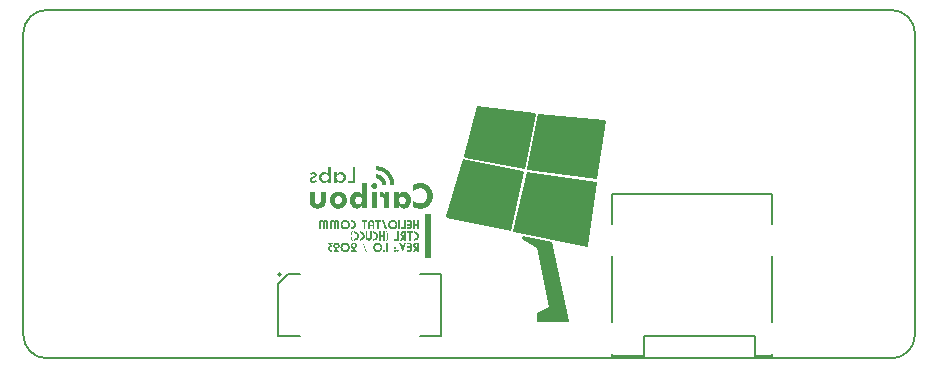
<source format=gbo>
G04*
G04 #@! TF.GenerationSoftware,Altium Limited,Altium Designer,23.0.1 (38)*
G04*
G04 Layer_Color=32896*
%FSLAX25Y25*%
%MOIN*%
G70*
G04*
G04 #@! TF.SameCoordinates,19342238-8E0C-4B0D-84B5-E67248FCF62E*
G04*
G04*
G04 #@! TF.FilePolarity,Positive*
G04*
G01*
G75*
%ADD10C,0.00787*%
%ADD12C,0.00600*%
G36*
X1104797Y693055D02*
X1105087Y692648D01*
X1101344Y674381D01*
X1081239Y678270D01*
X1080972Y678693D01*
X1085370Y695588D01*
X1104797Y693055D01*
D02*
G37*
G36*
X1036565Y674242D02*
Y674225D01*
Y669956D01*
X1035809D01*
Y670645D01*
X1035792D01*
Y670611D01*
X1035775D01*
Y670594D01*
X1035759D01*
Y670561D01*
X1035742D01*
Y670544D01*
X1035725D01*
Y670527D01*
X1035708D01*
Y670493D01*
X1035691D01*
Y670477D01*
X1035675D01*
Y670460D01*
X1035658D01*
Y670443D01*
X1035641D01*
Y670409D01*
X1035624D01*
Y670393D01*
X1035607D01*
Y670376D01*
X1035591D01*
Y670359D01*
X1035574D01*
Y670342D01*
X1035557D01*
Y670325D01*
X1035540D01*
Y670309D01*
X1035523D01*
Y670292D01*
X1035507D01*
Y670275D01*
X1035490D01*
Y670258D01*
X1035456D01*
Y670241D01*
X1035439D01*
Y670225D01*
X1035423D01*
Y670208D01*
X1035406D01*
Y670191D01*
X1035372D01*
Y670174D01*
X1035355D01*
Y670157D01*
X1035338D01*
Y670141D01*
X1035305D01*
Y670124D01*
X1035288D01*
Y670107D01*
X1035254D01*
Y670090D01*
X1035221D01*
Y670073D01*
X1035204D01*
Y670056D01*
X1035170D01*
Y670040D01*
X1035137D01*
Y670023D01*
X1035103D01*
Y670006D01*
X1035069D01*
Y669989D01*
X1035019D01*
Y669972D01*
X1034986D01*
Y669956D01*
X1034935D01*
Y669939D01*
X1034885D01*
Y669922D01*
X1034834D01*
Y669905D01*
X1034767D01*
Y669888D01*
X1034700D01*
Y669872D01*
X1034582D01*
Y669855D01*
X1034196D01*
Y669872D01*
X1034095D01*
Y669888D01*
X1034011D01*
Y669905D01*
X1033960D01*
Y669922D01*
X1033910D01*
Y669939D01*
X1033859D01*
Y669956D01*
X1033809D01*
Y669972D01*
X1033775D01*
Y669989D01*
X1033742D01*
Y670006D01*
X1033708D01*
Y670023D01*
X1033674D01*
Y670040D01*
X1033641D01*
Y670056D01*
X1033607D01*
Y670073D01*
X1033590D01*
Y670090D01*
X1033557D01*
Y670107D01*
X1033540D01*
Y670124D01*
X1033506D01*
Y670141D01*
X1033490D01*
Y670157D01*
X1033473D01*
Y670174D01*
X1033439D01*
Y670191D01*
X1033422D01*
Y670208D01*
X1033405D01*
Y670225D01*
X1033389D01*
Y670241D01*
X1033372D01*
Y670258D01*
X1033338D01*
Y670275D01*
X1033321D01*
Y670292D01*
X1033305D01*
Y670309D01*
X1033288D01*
Y670325D01*
X1033271D01*
Y670342D01*
X1033254D01*
Y670359D01*
X1033237D01*
Y670376D01*
X1033221D01*
Y670393D01*
X1033204D01*
Y670426D01*
X1033187D01*
Y670443D01*
X1033170D01*
Y670460D01*
X1033153D01*
Y670477D01*
X1033137D01*
Y670493D01*
X1033120D01*
Y670510D01*
X1033103D01*
Y670544D01*
X1033086D01*
Y670561D01*
X1033069D01*
Y670577D01*
X1033053D01*
Y670611D01*
X1033036D01*
Y670628D01*
X1033019D01*
Y670661D01*
X1033002D01*
Y670678D01*
X1032985D01*
Y670712D01*
X1032969D01*
Y670729D01*
X1032952D01*
Y670762D01*
X1032935D01*
Y670796D01*
X1032918D01*
Y670830D01*
X1032901D01*
Y670863D01*
X1032885D01*
Y670897D01*
X1032868D01*
Y670930D01*
X1032851D01*
Y670981D01*
X1032834D01*
Y671014D01*
X1032817D01*
Y671065D01*
X1032800D01*
Y671115D01*
X1032784D01*
Y671183D01*
X1032767D01*
Y671250D01*
X1032750D01*
Y671334D01*
X1032733D01*
Y671435D01*
X1032716D01*
Y671888D01*
X1032733D01*
Y672006D01*
X1032750D01*
Y672090D01*
X1032767D01*
Y672157D01*
X1032784D01*
Y672208D01*
X1032800D01*
Y672258D01*
X1032817D01*
Y672309D01*
X1032834D01*
Y672342D01*
X1032851D01*
Y672393D01*
X1032868D01*
Y672426D01*
X1032885D01*
Y672460D01*
X1032901D01*
Y672494D01*
X1032918D01*
Y672527D01*
X1032935D01*
Y672561D01*
X1032952D01*
Y672578D01*
X1032969D01*
Y672611D01*
X1032985D01*
Y672645D01*
X1033002D01*
Y672662D01*
X1033019D01*
Y672695D01*
X1033036D01*
Y672712D01*
X1033053D01*
Y672729D01*
X1033069D01*
Y672762D01*
X1033086D01*
Y672779D01*
X1033103D01*
Y672796D01*
X1033120D01*
Y672813D01*
X1033137D01*
Y672830D01*
X1033153D01*
Y672863D01*
X1033170D01*
Y672880D01*
X1033187D01*
Y672897D01*
X1033204D01*
Y672914D01*
X1033221D01*
Y672931D01*
X1033237D01*
Y672947D01*
X1033254D01*
Y672964D01*
X1033271D01*
Y672981D01*
X1033288D01*
Y672998D01*
X1033305D01*
Y673015D01*
X1033321D01*
Y673032D01*
X1033338D01*
Y673048D01*
X1033372D01*
Y673065D01*
X1033389D01*
Y673082D01*
X1033405D01*
Y673099D01*
X1033422D01*
Y673115D01*
X1033439D01*
Y673132D01*
X1033473D01*
Y673149D01*
X1033490D01*
Y673166D01*
X1033523D01*
Y673183D01*
X1033540D01*
Y673200D01*
X1033574D01*
Y673216D01*
X1033590D01*
Y673233D01*
X1033624D01*
Y673250D01*
X1033658D01*
Y673267D01*
X1033691D01*
Y673284D01*
X1033708D01*
Y673300D01*
X1033759D01*
Y673317D01*
X1033792D01*
Y673334D01*
X1033826D01*
Y673351D01*
X1033876D01*
Y673368D01*
X1033927D01*
Y673384D01*
X1033977D01*
Y673401D01*
X1034044D01*
Y673418D01*
X1034128D01*
Y673435D01*
X1034229D01*
Y673452D01*
X1034649D01*
Y673435D01*
X1034767D01*
Y673418D01*
X1034851D01*
Y673401D01*
X1034918D01*
Y673384D01*
X1034969D01*
Y673368D01*
X1035019D01*
Y673351D01*
X1035069D01*
Y673334D01*
X1035103D01*
Y673317D01*
X1035137D01*
Y673300D01*
X1035170D01*
Y673284D01*
X1035204D01*
Y673267D01*
X1035238D01*
Y673250D01*
X1035271D01*
Y673233D01*
X1035288D01*
Y673216D01*
X1035322D01*
Y673200D01*
X1035338D01*
Y673183D01*
X1035372D01*
Y673166D01*
X1035389D01*
Y673149D01*
X1035423D01*
Y673132D01*
X1035439D01*
Y673115D01*
X1035456D01*
Y673099D01*
X1035473D01*
Y673082D01*
X1035490D01*
Y673065D01*
X1035507D01*
Y673048D01*
X1035540D01*
Y673032D01*
X1035557D01*
Y673015D01*
X1035574D01*
Y672998D01*
X1035591D01*
Y672964D01*
X1035607D01*
Y672947D01*
X1035624D01*
Y672931D01*
X1035641D01*
Y672914D01*
X1035658D01*
Y672897D01*
X1035675D01*
Y672880D01*
X1035691D01*
Y672847D01*
X1035708D01*
Y672830D01*
X1035725D01*
Y672813D01*
X1035742D01*
Y672779D01*
X1035759D01*
Y672762D01*
X1035775D01*
Y672746D01*
X1035792D01*
Y672712D01*
X1035809D01*
Y675301D01*
X1036565D01*
Y674242D01*
D02*
G37*
G36*
X1040179Y673435D02*
X1040280D01*
Y673418D01*
X1040347D01*
Y673401D01*
X1040415D01*
Y673384D01*
X1040465D01*
Y673368D01*
X1040515D01*
Y673351D01*
X1040566D01*
Y673334D01*
X1040599D01*
Y673317D01*
X1040633D01*
Y673300D01*
X1040667D01*
Y673284D01*
X1040700D01*
Y673267D01*
X1040734D01*
Y673250D01*
X1040767D01*
Y673233D01*
X1040801D01*
Y673216D01*
X1040818D01*
Y673200D01*
X1040851D01*
Y673183D01*
X1040868D01*
Y673166D01*
X1040902D01*
Y673149D01*
X1040919D01*
Y673132D01*
X1040936D01*
Y673115D01*
X1040952D01*
Y673099D01*
X1040986D01*
Y673082D01*
X1041003D01*
Y673065D01*
X1041020D01*
Y673048D01*
X1041036D01*
Y673032D01*
X1041053D01*
Y673015D01*
X1041070D01*
Y672998D01*
X1041087D01*
Y672981D01*
X1041104D01*
Y672964D01*
X1041120D01*
Y672947D01*
X1041137D01*
Y672931D01*
X1041154D01*
Y672914D01*
X1041171D01*
Y672897D01*
X1041188D01*
Y672880D01*
X1041204D01*
Y672863D01*
X1041221D01*
Y672847D01*
X1041238D01*
Y672830D01*
X1041255D01*
Y672813D01*
X1041272D01*
Y672779D01*
X1041288D01*
Y672762D01*
X1041305D01*
Y672746D01*
X1041322D01*
Y672729D01*
X1041339D01*
Y672695D01*
X1041356D01*
Y672679D01*
X1041373D01*
Y672645D01*
X1041389D01*
Y672628D01*
X1041406D01*
Y672594D01*
X1041423D01*
Y672561D01*
X1041440D01*
Y672544D01*
X1041457D01*
Y672510D01*
X1041473D01*
Y672477D01*
X1041490D01*
Y672443D01*
X1041507D01*
Y672410D01*
X1041524D01*
Y672376D01*
X1041541D01*
Y672326D01*
X1041558D01*
Y672275D01*
X1041574D01*
Y672241D01*
X1041591D01*
Y672174D01*
X1041608D01*
Y672124D01*
X1041625D01*
Y672057D01*
X1041642D01*
Y671956D01*
X1041658D01*
Y671872D01*
Y671855D01*
Y671821D01*
X1041675D01*
Y671502D01*
X1041658D01*
Y671368D01*
X1041642D01*
Y671267D01*
X1041625D01*
Y671183D01*
X1041608D01*
Y671132D01*
X1041591D01*
Y671065D01*
X1041574D01*
Y671014D01*
X1041558D01*
Y670981D01*
X1041541D01*
Y670930D01*
X1041524D01*
Y670897D01*
X1041507D01*
Y670863D01*
X1041490D01*
Y670830D01*
X1041473D01*
Y670796D01*
X1041457D01*
Y670762D01*
X1041440D01*
Y670729D01*
X1041423D01*
Y670695D01*
X1041406D01*
Y670678D01*
X1041389D01*
Y670645D01*
X1041373D01*
Y670628D01*
X1041356D01*
Y670594D01*
X1041339D01*
Y670577D01*
X1041322D01*
Y670544D01*
X1041305D01*
Y670527D01*
X1041288D01*
Y670510D01*
X1041272D01*
Y670493D01*
X1041255D01*
Y670460D01*
X1041238D01*
Y670443D01*
X1041221D01*
Y670426D01*
X1041204D01*
Y670409D01*
X1041188D01*
Y670393D01*
X1041171D01*
Y670376D01*
X1041154D01*
Y670359D01*
X1041137D01*
Y670342D01*
X1041120D01*
Y670325D01*
X1041104D01*
Y670309D01*
X1041087D01*
Y670292D01*
X1041070D01*
Y670275D01*
X1041053D01*
Y670258D01*
X1041036D01*
Y670241D01*
X1041020D01*
Y670225D01*
X1040986D01*
Y670208D01*
X1040969D01*
Y670191D01*
X1040952D01*
Y670174D01*
X1040919D01*
Y670157D01*
X1040902D01*
Y670141D01*
X1040885D01*
Y670124D01*
X1040851D01*
Y670107D01*
X1040835D01*
Y670090D01*
X1040801D01*
Y670073D01*
X1040767D01*
Y670056D01*
X1040751D01*
Y670040D01*
X1040717D01*
Y670023D01*
X1040683D01*
Y670006D01*
X1040650D01*
Y669989D01*
X1040599D01*
Y669972D01*
X1040566D01*
Y669956D01*
X1040515D01*
Y669939D01*
X1040465D01*
Y669922D01*
X1040415D01*
Y669905D01*
X1040347D01*
Y669888D01*
X1040280D01*
Y669872D01*
X1040162D01*
Y669855D01*
X1039759D01*
Y669872D01*
X1039641D01*
Y669888D01*
X1039574D01*
Y669905D01*
X1039507D01*
Y669922D01*
X1039456D01*
Y669939D01*
X1039406D01*
Y669956D01*
X1039356D01*
Y669972D01*
X1039322D01*
Y669989D01*
X1039288D01*
Y670006D01*
X1039255D01*
Y670023D01*
X1039221D01*
Y670040D01*
X1039188D01*
Y670056D01*
X1039154D01*
Y670073D01*
X1039137D01*
Y670090D01*
X1039104D01*
Y670107D01*
X1039087D01*
Y670124D01*
X1039053D01*
Y670141D01*
X1039036D01*
Y670157D01*
X1039003D01*
Y670174D01*
X1038986D01*
Y670191D01*
X1038969D01*
Y670208D01*
X1038952D01*
Y670225D01*
X1038919D01*
Y670241D01*
X1038902D01*
Y670258D01*
X1038885D01*
Y670275D01*
X1038868D01*
Y670292D01*
X1038851D01*
Y670309D01*
X1038834D01*
Y670325D01*
X1038818D01*
Y670342D01*
X1038801D01*
Y670359D01*
X1038784D01*
Y670376D01*
X1038767D01*
Y670393D01*
X1038750D01*
Y670409D01*
X1038734D01*
Y670426D01*
X1038717D01*
Y670443D01*
X1038700D01*
Y670477D01*
X1038683D01*
Y670493D01*
X1038667D01*
Y670510D01*
X1038650D01*
Y670527D01*
X1038633D01*
Y670561D01*
X1038616D01*
Y670577D01*
X1038599D01*
Y670594D01*
X1038582D01*
Y669956D01*
X1037826D01*
Y673351D01*
X1038582D01*
Y672679D01*
X1038599D01*
Y672712D01*
X1038616D01*
Y672729D01*
X1038633D01*
Y672762D01*
X1038650D01*
Y672779D01*
X1038667D01*
Y672796D01*
X1038683D01*
Y672830D01*
X1038700D01*
Y672847D01*
X1038717D01*
Y672863D01*
X1038734D01*
Y672880D01*
X1038750D01*
Y672897D01*
X1038767D01*
Y672931D01*
X1038784D01*
Y672947D01*
X1038801D01*
Y672964D01*
X1038818D01*
Y672981D01*
X1038834D01*
Y672998D01*
X1038851D01*
Y673015D01*
X1038885D01*
Y673032D01*
X1038902D01*
Y673048D01*
X1038919D01*
Y673065D01*
X1038935D01*
Y673082D01*
X1038952D01*
Y673099D01*
X1038986D01*
Y673115D01*
X1039003D01*
Y673132D01*
X1039019D01*
Y673149D01*
X1039053D01*
Y673166D01*
X1039070D01*
Y673183D01*
X1039104D01*
Y673200D01*
X1039120D01*
Y673216D01*
X1039154D01*
Y673233D01*
X1039188D01*
Y673250D01*
X1039204D01*
Y673267D01*
X1039238D01*
Y673284D01*
X1039272D01*
Y673300D01*
X1039305D01*
Y673317D01*
X1039356D01*
Y673334D01*
X1039389D01*
Y673351D01*
X1039440D01*
Y673368D01*
X1039490D01*
Y673384D01*
X1039540D01*
Y673401D01*
X1039591D01*
Y673418D01*
X1039675D01*
Y673435D01*
X1039776D01*
Y673452D01*
X1040179D01*
Y673435D01*
D02*
G37*
G36*
X1127888Y690821D02*
X1128198Y690429D01*
X1125390Y671021D01*
X1102307Y674205D01*
X1102019Y674614D01*
X1105854Y692800D01*
X1127888Y690821D01*
D02*
G37*
G36*
X1044852Y672712D02*
Y672695D01*
Y669956D01*
X1042297D01*
Y670678D01*
X1044096D01*
Y675200D01*
X1044852D01*
Y672712D01*
D02*
G37*
G36*
X1030951Y673435D02*
X1031052D01*
Y673418D01*
X1031120D01*
Y673401D01*
X1031187D01*
Y673384D01*
X1031237D01*
Y673368D01*
X1031288D01*
Y673351D01*
X1031321D01*
Y673334D01*
X1031355D01*
Y673317D01*
X1031388D01*
Y673300D01*
X1031422D01*
Y673284D01*
X1031456D01*
Y673267D01*
X1031473D01*
Y673250D01*
X1031506D01*
Y673233D01*
X1031523D01*
Y673216D01*
X1031557D01*
Y673200D01*
X1031573D01*
Y673183D01*
X1031590D01*
Y673166D01*
X1031607D01*
Y673149D01*
X1031624D01*
Y673132D01*
X1031641D01*
Y673115D01*
X1031674D01*
Y673099D01*
X1031691D01*
Y673065D01*
X1031708D01*
Y673048D01*
X1031725D01*
Y673032D01*
X1031742D01*
Y673015D01*
X1031758D01*
Y672998D01*
X1031775D01*
Y672964D01*
X1031792D01*
Y672947D01*
X1031809D01*
Y672914D01*
X1031826D01*
Y672880D01*
X1031842D01*
Y672847D01*
X1031859D01*
Y672813D01*
X1031876D01*
Y672762D01*
X1031893D01*
Y672712D01*
X1031910D01*
Y672645D01*
X1031926D01*
Y672510D01*
X1031943D01*
Y672426D01*
X1031926D01*
Y672292D01*
X1031910D01*
Y672225D01*
X1031893D01*
Y672174D01*
X1031876D01*
Y672124D01*
X1031859D01*
Y672090D01*
X1031842D01*
Y672057D01*
X1031826D01*
Y672023D01*
X1031809D01*
Y672006D01*
X1031792D01*
Y671973D01*
X1031775D01*
Y671956D01*
X1031758D01*
Y671939D01*
X1031742D01*
Y671922D01*
X1031725D01*
Y671905D01*
X1031708D01*
Y671888D01*
X1031691D01*
Y671872D01*
X1031674D01*
Y671855D01*
X1031658D01*
Y671838D01*
X1031641D01*
Y671821D01*
X1031624D01*
Y671805D01*
X1031590D01*
Y671788D01*
X1031573D01*
Y671771D01*
X1031557D01*
Y671754D01*
X1031523D01*
Y671737D01*
X1031506D01*
Y671720D01*
X1031473D01*
Y671704D01*
X1031439D01*
Y671687D01*
X1031422D01*
Y671670D01*
X1031388D01*
Y671653D01*
X1031355D01*
Y671636D01*
X1031321D01*
Y671620D01*
X1031288D01*
Y671603D01*
X1031254D01*
Y671586D01*
X1031221D01*
Y671569D01*
X1031187D01*
Y671552D01*
X1031153D01*
Y671535D01*
X1031103D01*
Y671519D01*
X1031069D01*
Y671502D01*
X1031036D01*
Y671485D01*
X1030985D01*
Y671468D01*
X1030935D01*
Y671452D01*
X1030901D01*
Y671435D01*
X1030851D01*
Y671418D01*
X1030800D01*
Y671401D01*
X1030767D01*
Y671384D01*
X1030716D01*
Y671368D01*
X1030683D01*
Y671351D01*
X1030649D01*
Y671334D01*
X1030615D01*
Y671317D01*
X1030582D01*
Y671300D01*
X1030548D01*
Y671283D01*
X1030515D01*
Y671267D01*
X1030481D01*
Y671250D01*
X1030464D01*
Y671233D01*
X1030431D01*
Y671216D01*
X1030414D01*
Y671199D01*
X1030397D01*
Y671183D01*
X1030363D01*
Y671166D01*
X1030346D01*
Y671149D01*
X1030330D01*
Y671132D01*
X1030313D01*
Y671115D01*
X1030296D01*
Y671082D01*
X1030279D01*
Y671065D01*
X1030262D01*
Y671031D01*
X1030246D01*
Y670998D01*
X1030229D01*
Y670830D01*
X1030246D01*
Y670796D01*
X1030262D01*
Y670762D01*
X1030279D01*
Y670746D01*
X1030296D01*
Y670712D01*
X1030313D01*
Y670695D01*
X1030330D01*
Y670678D01*
X1030346D01*
Y670661D01*
X1030380D01*
Y670645D01*
X1030397D01*
Y670628D01*
X1030431D01*
Y670611D01*
X1030447D01*
Y670594D01*
X1030481D01*
Y670577D01*
X1030515D01*
Y670561D01*
X1030565D01*
Y670544D01*
X1030615D01*
Y670527D01*
X1030716D01*
Y670510D01*
X1030901D01*
Y670527D01*
X1031002D01*
Y670544D01*
X1031052D01*
Y670561D01*
X1031103D01*
Y670577D01*
X1031136D01*
Y670594D01*
X1031170D01*
Y670611D01*
X1031204D01*
Y670628D01*
X1031237D01*
Y670645D01*
X1031271D01*
Y670661D01*
X1031288D01*
Y670678D01*
X1031321D01*
Y670695D01*
X1031338D01*
Y670712D01*
X1031372D01*
Y670729D01*
X1031388D01*
Y670746D01*
X1031405D01*
Y670762D01*
X1031422D01*
Y670779D01*
X1031456D01*
Y670796D01*
X1031489D01*
Y670779D01*
X1031523D01*
Y670762D01*
X1031557D01*
Y670746D01*
X1031607D01*
Y670729D01*
X1031641D01*
Y670712D01*
X1031674D01*
Y670695D01*
X1031708D01*
Y670678D01*
X1031742D01*
Y670661D01*
X1031775D01*
Y670645D01*
X1031826D01*
Y670628D01*
X1031859D01*
Y670611D01*
X1031893D01*
Y670594D01*
X1031926D01*
Y670577D01*
X1031960D01*
Y670561D01*
X1032010D01*
Y670544D01*
X1032044D01*
Y670527D01*
X1032061D01*
Y670510D01*
X1032044D01*
Y670493D01*
X1032027D01*
Y670460D01*
X1032010D01*
Y670443D01*
X1031994D01*
Y670426D01*
X1031977D01*
Y670409D01*
X1031960D01*
Y670393D01*
X1031943D01*
Y670359D01*
X1031926D01*
Y670342D01*
X1031910D01*
Y670325D01*
X1031893D01*
Y670309D01*
X1031876D01*
Y670292D01*
X1031859D01*
Y670275D01*
X1031842D01*
Y670258D01*
X1031826D01*
Y670241D01*
X1031809D01*
Y670225D01*
X1031792D01*
Y670208D01*
X1031758D01*
Y670191D01*
X1031742D01*
Y670174D01*
X1031725D01*
Y670157D01*
X1031708D01*
Y670141D01*
X1031674D01*
Y670124D01*
X1031658D01*
Y670107D01*
X1031641D01*
Y670090D01*
X1031607D01*
Y670073D01*
X1031590D01*
Y670056D01*
X1031557D01*
Y670040D01*
X1031523D01*
Y670023D01*
X1031489D01*
Y670006D01*
X1031456D01*
Y669989D01*
X1031422D01*
Y669972D01*
X1031388D01*
Y669956D01*
X1031338D01*
Y669939D01*
X1031304D01*
Y669922D01*
X1031254D01*
Y669905D01*
X1031187D01*
Y669888D01*
X1031120D01*
Y669872D01*
X1031002D01*
Y669855D01*
X1030615D01*
Y669872D01*
X1030515D01*
Y669888D01*
X1030447D01*
Y669905D01*
X1030397D01*
Y669922D01*
X1030346D01*
Y669939D01*
X1030296D01*
Y669956D01*
X1030262D01*
Y669972D01*
X1030229D01*
Y669989D01*
X1030195D01*
Y670006D01*
X1030161D01*
Y670023D01*
X1030128D01*
Y670040D01*
X1030111D01*
Y670056D01*
X1030077D01*
Y670073D01*
X1030061D01*
Y670090D01*
X1030027D01*
Y670107D01*
X1030010D01*
Y670124D01*
X1029994D01*
Y670141D01*
X1029960D01*
Y670157D01*
X1029943D01*
Y670174D01*
X1029926D01*
Y670191D01*
X1029909D01*
Y670208D01*
X1029893D01*
Y670225D01*
X1029876D01*
Y670241D01*
X1029859D01*
Y670258D01*
X1029842D01*
Y670275D01*
X1029825D01*
Y670292D01*
X1029809D01*
Y670309D01*
X1029792D01*
Y670325D01*
X1029775D01*
Y670359D01*
X1029758D01*
Y670376D01*
X1029741D01*
Y670393D01*
X1029725D01*
Y670426D01*
X1029708D01*
Y670443D01*
X1029691D01*
Y670477D01*
X1029674D01*
Y670510D01*
X1029657D01*
Y670544D01*
X1029640D01*
Y670577D01*
X1029624D01*
Y670628D01*
X1029607D01*
Y670678D01*
X1029590D01*
Y670762D01*
X1029573D01*
Y671099D01*
X1029590D01*
Y671166D01*
X1029607D01*
Y671216D01*
X1029624D01*
Y671267D01*
X1029640D01*
Y671300D01*
X1029657D01*
Y671334D01*
X1029674D01*
Y671368D01*
X1029691D01*
Y671401D01*
X1029708D01*
Y671418D01*
X1029725D01*
Y671452D01*
X1029741D01*
Y671468D01*
X1029758D01*
Y671485D01*
X1029775D01*
Y671519D01*
X1029792D01*
Y671535D01*
X1029809D01*
Y671552D01*
X1029825D01*
Y671569D01*
X1029842D01*
Y671586D01*
X1029859D01*
Y671603D01*
X1029876D01*
Y671620D01*
X1029909D01*
Y671636D01*
X1029926D01*
Y671653D01*
X1029943D01*
Y671670D01*
X1029960D01*
Y671687D01*
X1029994D01*
Y671704D01*
X1030010D01*
Y671720D01*
X1030044D01*
Y671737D01*
X1030061D01*
Y671754D01*
X1030094D01*
Y671771D01*
X1030111D01*
Y671788D01*
X1030145D01*
Y671805D01*
X1030178D01*
Y671821D01*
X1030212D01*
Y671838D01*
X1030246D01*
Y671855D01*
X1030279D01*
Y671872D01*
X1030313D01*
Y671888D01*
X1030346D01*
Y671905D01*
X1030380D01*
Y671922D01*
X1030414D01*
Y671939D01*
X1030447D01*
Y671956D01*
X1030498D01*
Y671973D01*
X1030531D01*
Y671989D01*
X1030582D01*
Y672006D01*
X1030615D01*
Y672023D01*
X1030666D01*
Y672040D01*
X1030716D01*
Y672057D01*
X1030750D01*
Y672073D01*
X1030800D01*
Y672090D01*
X1030834D01*
Y672107D01*
X1030867D01*
Y672124D01*
X1030901D01*
Y672141D01*
X1030935D01*
Y672157D01*
X1030968D01*
Y672174D01*
X1031002D01*
Y672191D01*
X1031036D01*
Y672208D01*
X1031052D01*
Y672225D01*
X1031086D01*
Y672241D01*
X1031103D01*
Y672258D01*
X1031120D01*
Y672275D01*
X1031153D01*
Y672292D01*
X1031170D01*
Y672309D01*
X1031187D01*
Y672342D01*
X1031204D01*
Y672359D01*
X1031221D01*
Y672393D01*
X1031237D01*
Y672443D01*
X1031254D01*
Y672527D01*
X1031237D01*
Y672594D01*
X1031221D01*
Y672628D01*
X1031204D01*
Y672662D01*
X1031187D01*
Y672679D01*
X1031170D01*
Y672695D01*
X1031153D01*
Y672712D01*
X1031120D01*
Y672729D01*
X1031086D01*
Y672746D01*
X1031052D01*
Y672762D01*
X1031002D01*
Y672779D01*
X1030901D01*
Y672796D01*
X1030699D01*
Y672779D01*
X1030582D01*
Y672762D01*
X1030531D01*
Y672746D01*
X1030481D01*
Y672729D01*
X1030447D01*
Y672712D01*
X1030414D01*
Y672695D01*
X1030380D01*
Y672679D01*
X1030346D01*
Y672662D01*
X1030313D01*
Y672645D01*
X1030296D01*
Y672628D01*
X1030262D01*
Y672611D01*
X1030229D01*
Y672594D01*
X1030212D01*
Y672578D01*
X1030178D01*
Y672561D01*
X1030161D01*
Y672544D01*
X1030128D01*
Y672527D01*
X1030094D01*
Y672544D01*
X1030077D01*
Y672561D01*
X1030061D01*
Y672578D01*
X1030044D01*
Y672594D01*
X1030010D01*
Y672611D01*
X1029994D01*
Y672628D01*
X1029977D01*
Y672645D01*
X1029960D01*
Y672662D01*
X1029943D01*
Y672679D01*
X1029909D01*
Y672695D01*
X1029893D01*
Y672712D01*
X1029876D01*
Y672729D01*
X1029859D01*
Y672746D01*
X1029842D01*
Y672762D01*
X1029809D01*
Y672779D01*
X1029792D01*
Y672796D01*
X1029775D01*
Y672813D01*
X1029758D01*
Y672830D01*
X1029741D01*
Y672847D01*
X1029708D01*
Y672863D01*
X1029691D01*
Y672880D01*
X1029674D01*
Y672897D01*
X1029657D01*
Y672914D01*
X1029640D01*
Y672931D01*
X1029607D01*
Y672964D01*
X1029640D01*
Y672981D01*
X1029657D01*
Y672998D01*
X1029674D01*
Y673015D01*
X1029708D01*
Y673032D01*
X1029725D01*
Y673048D01*
X1029741D01*
Y673065D01*
X1029775D01*
Y673082D01*
X1029792D01*
Y673099D01*
X1029825D01*
Y673115D01*
X1029842D01*
Y673132D01*
X1029876D01*
Y673149D01*
X1029893D01*
Y673166D01*
X1029926D01*
Y673183D01*
X1029943D01*
Y673200D01*
X1029977D01*
Y673216D01*
X1030010D01*
Y673233D01*
X1030027D01*
Y673250D01*
X1030061D01*
Y673267D01*
X1030094D01*
Y673284D01*
X1030128D01*
Y673300D01*
X1030161D01*
Y673317D01*
X1030195D01*
Y673334D01*
X1030246D01*
Y673351D01*
X1030279D01*
Y673368D01*
X1030330D01*
Y673384D01*
X1030380D01*
Y673401D01*
X1030431D01*
Y673418D01*
X1030498D01*
Y673435D01*
X1030582D01*
Y673452D01*
X1030951D01*
Y673435D01*
D02*
G37*
G36*
X1051894Y675435D02*
X1052163D01*
Y675418D01*
X1052348D01*
Y675401D01*
X1052483D01*
Y675385D01*
X1052600D01*
Y675368D01*
X1052701D01*
Y675351D01*
X1052785D01*
Y675334D01*
X1052869D01*
Y675317D01*
X1052953D01*
Y675301D01*
X1053037D01*
Y675284D01*
X1053105D01*
Y675267D01*
X1053172D01*
Y675250D01*
X1053239D01*
Y675233D01*
X1053290D01*
Y675216D01*
X1053357D01*
Y675200D01*
X1053407D01*
Y675183D01*
X1053458D01*
Y675166D01*
X1053525D01*
Y675149D01*
X1053575D01*
Y675133D01*
X1053626D01*
Y675116D01*
X1053676D01*
Y675099D01*
X1053710D01*
Y675082D01*
X1053760D01*
Y675065D01*
X1053811D01*
Y675048D01*
X1053844D01*
Y675032D01*
X1053895D01*
Y675015D01*
X1053928D01*
Y674998D01*
X1053979D01*
Y674981D01*
X1054012D01*
Y674964D01*
X1054063D01*
Y674948D01*
X1054096D01*
Y674931D01*
X1054130D01*
Y674914D01*
X1054163D01*
Y674897D01*
X1054197D01*
Y674880D01*
X1054248D01*
Y674864D01*
X1054281D01*
Y674847D01*
X1054315D01*
Y674830D01*
X1054348D01*
Y674813D01*
X1054382D01*
Y674796D01*
X1054416D01*
Y674780D01*
X1054449D01*
Y674763D01*
X1054483D01*
Y674746D01*
X1054517D01*
Y674729D01*
X1054533D01*
Y674712D01*
X1054567D01*
Y674695D01*
X1054601D01*
Y674679D01*
X1054634D01*
Y674662D01*
X1054668D01*
Y674645D01*
X1054685D01*
Y674628D01*
X1054718D01*
Y674611D01*
X1054752D01*
Y674595D01*
X1054785D01*
Y674578D01*
X1054802D01*
Y674561D01*
X1054836D01*
Y674544D01*
X1054853D01*
Y674527D01*
X1054886D01*
Y674511D01*
X1054920D01*
Y674494D01*
X1054937D01*
Y674477D01*
X1054970D01*
Y674460D01*
X1054987D01*
Y674443D01*
X1055021D01*
Y674427D01*
X1055038D01*
Y674410D01*
X1055071D01*
Y674393D01*
X1055088D01*
Y674376D01*
X1055122D01*
Y674359D01*
X1055138D01*
Y674342D01*
X1055172D01*
Y674326D01*
X1055189D01*
Y674309D01*
X1055206D01*
Y674292D01*
X1055239D01*
Y674275D01*
X1055256D01*
Y674259D01*
X1055290D01*
Y674242D01*
X1055307D01*
Y674225D01*
X1055323D01*
Y674208D01*
X1055357D01*
Y674191D01*
X1055374D01*
Y674174D01*
X1055390D01*
Y674158D01*
X1055407D01*
Y674141D01*
X1055441D01*
Y674124D01*
X1055458D01*
Y674107D01*
X1055475D01*
Y674090D01*
X1055491D01*
Y674074D01*
X1055525D01*
Y674057D01*
X1055542D01*
Y674040D01*
X1055559D01*
Y674023D01*
X1055575D01*
Y674006D01*
X1055592D01*
Y673989D01*
X1055626D01*
Y673973D01*
X1055643D01*
Y673956D01*
X1055659D01*
Y673939D01*
X1055676D01*
Y673922D01*
X1055693D01*
Y673906D01*
X1055710D01*
Y673889D01*
X1055727D01*
Y673872D01*
X1055760D01*
Y673855D01*
X1055777D01*
Y673838D01*
X1055794D01*
Y673821D01*
X1055811D01*
Y673805D01*
X1055828D01*
Y673788D01*
X1055844D01*
Y673771D01*
X1055861D01*
Y673754D01*
X1055878D01*
Y673737D01*
X1055895D01*
Y673721D01*
X1055912D01*
Y673704D01*
X1055928D01*
Y673687D01*
X1055945D01*
Y673670D01*
X1055962D01*
Y673653D01*
X1055979D01*
Y673637D01*
X1055996D01*
Y673620D01*
X1056012D01*
Y673603D01*
X1056029D01*
Y673586D01*
X1056046D01*
Y673569D01*
X1056063D01*
Y673553D01*
X1056080D01*
Y673536D01*
X1056096D01*
Y673519D01*
X1056113D01*
Y673502D01*
X1056130D01*
Y673485D01*
X1056147D01*
Y673468D01*
X1056164D01*
Y673435D01*
X1056180D01*
Y673418D01*
X1056197D01*
Y673401D01*
X1056214D01*
Y673384D01*
X1056231D01*
Y673368D01*
X1056248D01*
Y673351D01*
X1056265D01*
Y673334D01*
X1056281D01*
Y673317D01*
X1056298D01*
Y673284D01*
X1056315D01*
Y673267D01*
X1056332D01*
Y673250D01*
X1056349D01*
Y673233D01*
X1056365D01*
Y673216D01*
X1056382D01*
Y673183D01*
X1056399D01*
Y673166D01*
X1056416D01*
Y673149D01*
X1056433D01*
Y673132D01*
X1056449D01*
Y673099D01*
X1056466D01*
Y673082D01*
X1056483D01*
Y673065D01*
X1056500D01*
Y673032D01*
X1056517D01*
Y673015D01*
X1056534D01*
Y672998D01*
X1056550D01*
Y672964D01*
X1056567D01*
Y672947D01*
X1056584D01*
Y672931D01*
X1056601D01*
Y672897D01*
X1056618D01*
Y672880D01*
X1056634D01*
Y672847D01*
X1056651D01*
Y672830D01*
X1056668D01*
Y672813D01*
X1056685D01*
Y672779D01*
X1056702D01*
Y672762D01*
X1056718D01*
Y672729D01*
X1056735D01*
Y672712D01*
X1056752D01*
Y672679D01*
X1056769D01*
Y672662D01*
X1056786D01*
Y672628D01*
X1056802D01*
Y672594D01*
X1056819D01*
Y672578D01*
X1056836D01*
Y672544D01*
X1056853D01*
Y672527D01*
X1056870D01*
Y672494D01*
X1056886D01*
Y672460D01*
X1056903D01*
Y672443D01*
X1056920D01*
Y672410D01*
X1056937D01*
Y672376D01*
X1056954D01*
Y672342D01*
X1056971D01*
Y672326D01*
X1056987D01*
Y672292D01*
X1057004D01*
Y672258D01*
X1057021D01*
Y672225D01*
X1057038D01*
Y672191D01*
X1057055D01*
Y672157D01*
X1057071D01*
Y672124D01*
X1057088D01*
Y672107D01*
X1057105D01*
Y672073D01*
X1057122D01*
Y672040D01*
X1057139D01*
Y671989D01*
X1057155D01*
Y671956D01*
X1057172D01*
Y671922D01*
X1057189D01*
Y671888D01*
X1057206D01*
Y671855D01*
X1057223D01*
Y671821D01*
X1057239D01*
Y671771D01*
X1057256D01*
Y671737D01*
X1057273D01*
Y671704D01*
X1057290D01*
Y671653D01*
X1057307D01*
Y671620D01*
X1057323D01*
Y671569D01*
X1057340D01*
Y671535D01*
X1057357D01*
Y671485D01*
X1057374D01*
Y671452D01*
X1057391D01*
Y671401D01*
X1057407D01*
Y671351D01*
X1057424D01*
Y671300D01*
X1057441D01*
Y671250D01*
X1057458D01*
Y671199D01*
X1057475D01*
Y671149D01*
X1057491D01*
Y671082D01*
X1057508D01*
Y671031D01*
X1057525D01*
Y670964D01*
X1057542D01*
Y670914D01*
X1057559D01*
Y670846D01*
X1057576D01*
Y670779D01*
X1057592D01*
Y670695D01*
X1057609D01*
Y670628D01*
X1057626D01*
Y670544D01*
X1057643D01*
Y670460D01*
X1057660D01*
Y670359D01*
X1057676D01*
Y670258D01*
X1057693D01*
Y670141D01*
X1057710D01*
Y669989D01*
X1057727D01*
Y669804D01*
X1057744D01*
Y669552D01*
Y669535D01*
Y669334D01*
X1056399D01*
Y669519D01*
X1056382D01*
Y669771D01*
X1056365D01*
Y669922D01*
X1056349D01*
Y670056D01*
X1056332D01*
Y670157D01*
X1056315D01*
Y670241D01*
X1056298D01*
Y670325D01*
X1056281D01*
Y670409D01*
X1056265D01*
Y670477D01*
X1056248D01*
Y670544D01*
X1056231D01*
Y670594D01*
X1056214D01*
Y670661D01*
X1056197D01*
Y670712D01*
X1056180D01*
Y670779D01*
X1056164D01*
Y670830D01*
X1056147D01*
Y670880D01*
X1056130D01*
Y670930D01*
X1056113D01*
Y670964D01*
X1056096D01*
Y671014D01*
X1056080D01*
Y671065D01*
X1056063D01*
Y671099D01*
X1056046D01*
Y671149D01*
X1056029D01*
Y671183D01*
X1056012D01*
Y671216D01*
X1055996D01*
Y671267D01*
X1055979D01*
Y671300D01*
X1055962D01*
Y671334D01*
X1055945D01*
Y671368D01*
X1055928D01*
Y671401D01*
X1055912D01*
Y671435D01*
X1055895D01*
Y671468D01*
X1055878D01*
Y671502D01*
X1055861D01*
Y671535D01*
X1055844D01*
Y671569D01*
X1055828D01*
Y671603D01*
X1055811D01*
Y671636D01*
X1055794D01*
Y671670D01*
X1055777D01*
Y671687D01*
X1055760D01*
Y671720D01*
X1055744D01*
Y671754D01*
X1055727D01*
Y671788D01*
X1055710D01*
Y671805D01*
X1055693D01*
Y671838D01*
X1055676D01*
Y671855D01*
X1055659D01*
Y671888D01*
X1055643D01*
Y671922D01*
X1055626D01*
Y671939D01*
X1055609D01*
Y671973D01*
X1055592D01*
Y671989D01*
X1055575D01*
Y672023D01*
X1055559D01*
Y672040D01*
X1055542D01*
Y672057D01*
X1055525D01*
Y672090D01*
X1055508D01*
Y672107D01*
X1055491D01*
Y672141D01*
X1055475D01*
Y672157D01*
X1055458D01*
Y672174D01*
X1055441D01*
Y672208D01*
X1055424D01*
Y672225D01*
X1055407D01*
Y672241D01*
X1055390D01*
Y672275D01*
X1055374D01*
Y672292D01*
X1055357D01*
Y672309D01*
X1055340D01*
Y672326D01*
X1055323D01*
Y672359D01*
X1055307D01*
Y672376D01*
X1055290D01*
Y672393D01*
X1055273D01*
Y672410D01*
X1055256D01*
Y672426D01*
X1055239D01*
Y672443D01*
X1055223D01*
Y672477D01*
X1055206D01*
Y672494D01*
X1055189D01*
Y672510D01*
X1055172D01*
Y672527D01*
X1055155D01*
Y672544D01*
X1055138D01*
Y672561D01*
X1055122D01*
Y672578D01*
X1055105D01*
Y672594D01*
X1055088D01*
Y672611D01*
X1055071D01*
Y672628D01*
X1055054D01*
Y672645D01*
X1055038D01*
Y672662D01*
X1055021D01*
Y672679D01*
X1055004D01*
Y672695D01*
X1054987D01*
Y672712D01*
X1054970D01*
Y672729D01*
X1054953D01*
Y672746D01*
X1054937D01*
Y672762D01*
X1054920D01*
Y672779D01*
X1054903D01*
Y672796D01*
X1054886D01*
Y672813D01*
X1054869D01*
Y672830D01*
X1054853D01*
Y672847D01*
X1054836D01*
Y672863D01*
X1054819D01*
Y672880D01*
X1054802D01*
Y672897D01*
X1054785D01*
Y672914D01*
X1054752D01*
Y672931D01*
X1054735D01*
Y672947D01*
X1054718D01*
Y672964D01*
X1054701D01*
Y672981D01*
X1054685D01*
Y672998D01*
X1054668D01*
Y673015D01*
X1054634D01*
Y673032D01*
X1054617D01*
Y673048D01*
X1054601D01*
Y673065D01*
X1054584D01*
Y673082D01*
X1054550D01*
Y673099D01*
X1054533D01*
Y673115D01*
X1054517D01*
Y673132D01*
X1054483D01*
Y673149D01*
X1054466D01*
Y673166D01*
X1054449D01*
Y673183D01*
X1054416D01*
Y673200D01*
X1054399D01*
Y673216D01*
X1054382D01*
Y673233D01*
X1054348D01*
Y673250D01*
X1054332D01*
Y673267D01*
X1054298D01*
Y673284D01*
X1054281D01*
Y673300D01*
X1054248D01*
Y673317D01*
X1054231D01*
Y673334D01*
X1054197D01*
Y673351D01*
X1054180D01*
Y673368D01*
X1054147D01*
Y673384D01*
X1054113D01*
Y673401D01*
X1054096D01*
Y673418D01*
X1054063D01*
Y673435D01*
X1054029D01*
Y673452D01*
X1054012D01*
Y673468D01*
X1053979D01*
Y673485D01*
X1053945D01*
Y673502D01*
X1053911D01*
Y673519D01*
X1053878D01*
Y673536D01*
X1053861D01*
Y673553D01*
X1053827D01*
Y673569D01*
X1053794D01*
Y673586D01*
X1053760D01*
Y673603D01*
X1053726D01*
Y673620D01*
X1053693D01*
Y673637D01*
X1053642D01*
Y673653D01*
X1053609D01*
Y673670D01*
X1053575D01*
Y673687D01*
X1053542D01*
Y673704D01*
X1053491D01*
Y673721D01*
X1053458D01*
Y673737D01*
X1053424D01*
Y673754D01*
X1053374D01*
Y673771D01*
X1053340D01*
Y673788D01*
X1053290D01*
Y673805D01*
X1053239D01*
Y673821D01*
X1053189D01*
Y673838D01*
X1053138D01*
Y673855D01*
X1053088D01*
Y673872D01*
X1053037D01*
Y673889D01*
X1052987D01*
Y673906D01*
X1052920D01*
Y673922D01*
X1052869D01*
Y673939D01*
X1052802D01*
Y673956D01*
X1052735D01*
Y673973D01*
X1052651D01*
Y673989D01*
X1052567D01*
Y674006D01*
X1052483D01*
Y674023D01*
X1052382D01*
Y674040D01*
X1052264D01*
Y674057D01*
X1052130D01*
Y674074D01*
X1051928D01*
Y674090D01*
X1051642D01*
Y675452D01*
X1051894D01*
Y675435D01*
D02*
G37*
G36*
X1051945Y672712D02*
X1052096D01*
Y672695D01*
X1052214D01*
Y672679D01*
X1052315D01*
Y672662D01*
X1052382D01*
Y672645D01*
X1052466D01*
Y672628D01*
X1052533D01*
Y672611D01*
X1052584D01*
Y672594D01*
X1052651D01*
Y672578D01*
X1052701D01*
Y672561D01*
X1052752D01*
Y672544D01*
X1052802D01*
Y672527D01*
X1052836D01*
Y672510D01*
X1052886D01*
Y672494D01*
X1052920D01*
Y672477D01*
X1052970D01*
Y672460D01*
X1053004D01*
Y672443D01*
X1053037D01*
Y672426D01*
X1053071D01*
Y672410D01*
X1053121D01*
Y672393D01*
X1053155D01*
Y672376D01*
X1053189D01*
Y672359D01*
X1053222D01*
Y672342D01*
X1053239D01*
Y672326D01*
X1053273D01*
Y672309D01*
X1053306D01*
Y672292D01*
X1053340D01*
Y672275D01*
X1053374D01*
Y672258D01*
X1053390D01*
Y672241D01*
X1053424D01*
Y672225D01*
X1053441D01*
Y672208D01*
X1053474D01*
Y672191D01*
X1053508D01*
Y672174D01*
X1053525D01*
Y672157D01*
X1053558D01*
Y672141D01*
X1053575D01*
Y672124D01*
X1053609D01*
Y672107D01*
X1053626D01*
Y672090D01*
X1053642D01*
Y672073D01*
X1053676D01*
Y672057D01*
X1053693D01*
Y672040D01*
X1053710D01*
Y672023D01*
X1053743D01*
Y672006D01*
X1053760D01*
Y671989D01*
X1053777D01*
Y671973D01*
X1053794D01*
Y671956D01*
X1053827D01*
Y671939D01*
X1053844D01*
Y671922D01*
X1053861D01*
Y671905D01*
X1053878D01*
Y671888D01*
X1053895D01*
Y671872D01*
X1053911D01*
Y671855D01*
X1053928D01*
Y671838D01*
X1053945D01*
Y671821D01*
X1053979D01*
Y671805D01*
X1053996D01*
Y671788D01*
X1054012D01*
Y671771D01*
X1054029D01*
Y671754D01*
X1054046D01*
Y671737D01*
X1054063D01*
Y671720D01*
X1054080D01*
Y671704D01*
X1054096D01*
Y671687D01*
X1054113D01*
Y671670D01*
X1054130D01*
Y671636D01*
X1054147D01*
Y671620D01*
X1054163D01*
Y671603D01*
X1054180D01*
Y671586D01*
X1054197D01*
Y671569D01*
X1054214D01*
Y671552D01*
X1054231D01*
Y671535D01*
X1054248D01*
Y671502D01*
X1054264D01*
Y671485D01*
X1054281D01*
Y671468D01*
X1054298D01*
Y671452D01*
X1054315D01*
Y671418D01*
X1054332D01*
Y671401D01*
X1054348D01*
Y671384D01*
X1054365D01*
Y671368D01*
X1054382D01*
Y671334D01*
X1054399D01*
Y671317D01*
X1054416D01*
Y671283D01*
X1054432D01*
Y671267D01*
X1054449D01*
Y671250D01*
Y671233D01*
X1054466D01*
Y671216D01*
X1054483D01*
Y671183D01*
X1054500D01*
Y671166D01*
X1054517D01*
Y671132D01*
X1054533D01*
Y671115D01*
X1054550D01*
Y671082D01*
X1054567D01*
Y671048D01*
X1054584D01*
Y671031D01*
X1054601D01*
Y670998D01*
X1054617D01*
Y670964D01*
X1054634D01*
Y670930D01*
X1054651D01*
Y670897D01*
X1054668D01*
Y670863D01*
X1054685D01*
Y670830D01*
X1054701D01*
Y670796D01*
X1054718D01*
Y670762D01*
X1054735D01*
Y670729D01*
X1054752D01*
Y670695D01*
X1054769D01*
Y670645D01*
X1054785D01*
Y670611D01*
X1054802D01*
Y670561D01*
X1054819D01*
Y670527D01*
X1054836D01*
Y670477D01*
X1054853D01*
Y670426D01*
X1054869D01*
Y670376D01*
X1054886D01*
Y670325D01*
X1054903D01*
Y670258D01*
X1054920D01*
Y670208D01*
X1054937D01*
Y670141D01*
X1054953D01*
Y670056D01*
X1054970D01*
Y669972D01*
X1054987D01*
Y669872D01*
X1055004D01*
Y669754D01*
X1055021D01*
Y669586D01*
X1055038D01*
Y669334D01*
X1053676D01*
Y669552D01*
X1053659D01*
Y669670D01*
X1053642D01*
Y669754D01*
X1053626D01*
Y669838D01*
X1053609D01*
Y669888D01*
X1053592D01*
Y669956D01*
X1053575D01*
Y670006D01*
X1053558D01*
Y670056D01*
X1053542D01*
Y670090D01*
X1053525D01*
Y670141D01*
X1053508D01*
Y670174D01*
X1053491D01*
Y670208D01*
X1053474D01*
Y670241D01*
X1053458D01*
Y670275D01*
X1053441D01*
Y670309D01*
X1053424D01*
Y670342D01*
X1053407D01*
Y670376D01*
X1053390D01*
Y670393D01*
X1053374D01*
Y670426D01*
X1053357D01*
Y670443D01*
X1053340D01*
Y670477D01*
X1053323D01*
Y670493D01*
X1053306D01*
Y670527D01*
X1053290D01*
Y670544D01*
X1053273D01*
Y670561D01*
X1053256D01*
Y670594D01*
X1053239D01*
Y670611D01*
X1053222D01*
Y670628D01*
X1053205D01*
Y670645D01*
X1053189D01*
Y670678D01*
X1053172D01*
Y670695D01*
X1053155D01*
Y670712D01*
X1053138D01*
Y670729D01*
X1053121D01*
Y670746D01*
X1053105D01*
Y670762D01*
X1053088D01*
Y670779D01*
X1053071D01*
Y670796D01*
X1053054D01*
Y670813D01*
X1053037D01*
Y670830D01*
X1053021D01*
Y670846D01*
X1053004D01*
Y670863D01*
X1052987D01*
Y670880D01*
X1052953D01*
Y670897D01*
X1052936D01*
Y670914D01*
X1052920D01*
Y670930D01*
X1052903D01*
Y670947D01*
X1052886D01*
Y670964D01*
X1052853D01*
Y670981D01*
X1052836D01*
Y670998D01*
X1052802D01*
Y671014D01*
X1052785D01*
Y671031D01*
X1052769D01*
Y671048D01*
X1052735D01*
Y671065D01*
X1052701D01*
Y671082D01*
X1052684D01*
Y671099D01*
X1052651D01*
Y671115D01*
X1052617D01*
Y671132D01*
X1052584D01*
Y671149D01*
X1052550D01*
Y671166D01*
X1052516D01*
Y671183D01*
X1052483D01*
Y671199D01*
X1052449D01*
Y671216D01*
X1052415D01*
Y671233D01*
X1052365D01*
Y671250D01*
X1052315D01*
Y671267D01*
X1052264D01*
Y671283D01*
X1052214D01*
Y671300D01*
X1052163D01*
Y671317D01*
X1052079D01*
Y671334D01*
X1052012D01*
Y671351D01*
X1051894D01*
Y671368D01*
X1051642D01*
Y672729D01*
X1051945D01*
Y672712D01*
D02*
G37*
G36*
X1051289Y669821D02*
X1051390D01*
Y669804D01*
X1051441D01*
Y669788D01*
X1051491D01*
Y669771D01*
X1051542D01*
Y669754D01*
X1051575D01*
Y669737D01*
X1051609D01*
Y669720D01*
X1051642D01*
Y669703D01*
X1051676D01*
Y669687D01*
X1051693D01*
Y669670D01*
X1051726D01*
Y669653D01*
X1051743D01*
Y669636D01*
X1051760D01*
Y669619D01*
X1051777D01*
Y669603D01*
X1051810D01*
Y669586D01*
X1051827D01*
Y669569D01*
X1051844D01*
Y669552D01*
X1051861D01*
Y669535D01*
X1051878D01*
Y669519D01*
X1051894D01*
Y669502D01*
X1051911D01*
Y669485D01*
X1051928D01*
Y669451D01*
X1051945D01*
Y669434D01*
X1051962D01*
Y669418D01*
X1051978D01*
Y669384D01*
X1051995D01*
Y669367D01*
X1052012D01*
Y669334D01*
X1052029D01*
Y669300D01*
X1052046D01*
Y669283D01*
X1052063D01*
Y669233D01*
X1052079D01*
Y669199D01*
X1052096D01*
Y669166D01*
X1052113D01*
Y669098D01*
X1052130D01*
Y669031D01*
X1052147D01*
Y668645D01*
X1052130D01*
Y668561D01*
X1052113D01*
Y668510D01*
X1052096D01*
Y668460D01*
X1052079D01*
Y668426D01*
X1052063D01*
Y668392D01*
X1052046D01*
Y668359D01*
X1052029D01*
Y668325D01*
X1052012D01*
Y668292D01*
X1051995D01*
Y668275D01*
X1051978D01*
Y668241D01*
X1051962D01*
Y668224D01*
X1051945D01*
Y668208D01*
X1051928D01*
Y668174D01*
X1051911D01*
Y668157D01*
X1051894D01*
Y668140D01*
X1051878D01*
Y668123D01*
X1051861D01*
Y668107D01*
X1051844D01*
Y668090D01*
X1051827D01*
Y668073D01*
X1051810D01*
Y668056D01*
X1051777D01*
Y668040D01*
X1051760D01*
Y668023D01*
X1051743D01*
Y668006D01*
X1051726D01*
Y667989D01*
X1051693D01*
Y667972D01*
X1051676D01*
Y667955D01*
X1051642D01*
Y667939D01*
X1051609D01*
Y667922D01*
X1051575D01*
Y667905D01*
X1051542D01*
Y667888D01*
X1051491D01*
Y667871D01*
X1051457D01*
Y667855D01*
X1051390D01*
Y667838D01*
X1051289D01*
Y667821D01*
X1051004D01*
Y667838D01*
X1050903D01*
Y667855D01*
X1050836D01*
Y667871D01*
X1050785D01*
Y667888D01*
X1050751D01*
Y667905D01*
X1050718D01*
Y667922D01*
X1050684D01*
Y667939D01*
X1050651D01*
Y667955D01*
X1050617D01*
Y667972D01*
X1050600D01*
Y667989D01*
X1050567D01*
Y668006D01*
X1050550D01*
Y668023D01*
X1050516D01*
Y668040D01*
X1050499D01*
Y668056D01*
X1050483D01*
Y668073D01*
X1050466D01*
Y668090D01*
X1050449D01*
Y668107D01*
X1050432D01*
Y668123D01*
X1050415D01*
Y668140D01*
X1050399D01*
Y668157D01*
X1050382D01*
Y668174D01*
X1050365D01*
Y668191D01*
X1050348D01*
Y668224D01*
X1050331D01*
Y668241D01*
X1050315D01*
Y668258D01*
X1050298D01*
Y668292D01*
X1050281D01*
Y668308D01*
X1050264D01*
Y668342D01*
X1050247D01*
Y668376D01*
X1050230D01*
Y668409D01*
X1050214D01*
Y668443D01*
X1050197D01*
Y668493D01*
X1050180D01*
Y668544D01*
X1050163D01*
Y668611D01*
X1050146D01*
Y668729D01*
X1050130D01*
Y668930D01*
X1050146D01*
Y669048D01*
X1050163D01*
Y669115D01*
X1050180D01*
Y669166D01*
X1050197D01*
Y669216D01*
X1050214D01*
Y669250D01*
X1050230D01*
Y669283D01*
X1050247D01*
Y669317D01*
X1050264D01*
Y669350D01*
X1050281D01*
Y669367D01*
X1050298D01*
Y669401D01*
X1050315D01*
Y669418D01*
X1050331D01*
Y669434D01*
X1050348D01*
Y669468D01*
X1050365D01*
Y669485D01*
X1050382D01*
Y669502D01*
X1050399D01*
Y669519D01*
X1050415D01*
Y669535D01*
X1050432D01*
Y669552D01*
X1050449D01*
Y669569D01*
X1050466D01*
Y669586D01*
X1050483D01*
Y669603D01*
X1050499D01*
Y669619D01*
X1050516D01*
Y669636D01*
X1050550D01*
Y669653D01*
X1050567D01*
Y669670D01*
X1050600D01*
Y669687D01*
X1050617D01*
Y669703D01*
X1050651D01*
Y669720D01*
X1050684D01*
Y669737D01*
X1050718D01*
Y669754D01*
X1050751D01*
Y669771D01*
X1050785D01*
Y669788D01*
X1050836D01*
Y669804D01*
X1050903D01*
Y669821D01*
X1051004D01*
Y669838D01*
X1051289D01*
Y669821D01*
D02*
G37*
G36*
X1048667Y661400D02*
X1047054D01*
Y662257D01*
X1047037D01*
Y662241D01*
X1047020D01*
Y662224D01*
X1047003D01*
Y662207D01*
X1046986D01*
Y662190D01*
X1046970D01*
Y662173D01*
X1046953D01*
Y662157D01*
X1046936D01*
Y662123D01*
X1046919D01*
Y662106D01*
X1046902D01*
Y662089D01*
X1046886D01*
Y662073D01*
X1046869D01*
Y662056D01*
X1046852D01*
Y662039D01*
X1046835D01*
Y662022D01*
X1046818D01*
Y662005D01*
X1046802D01*
Y661988D01*
X1046785D01*
Y661972D01*
X1046751D01*
Y661955D01*
X1046734D01*
Y661938D01*
X1046717D01*
Y661921D01*
X1046701D01*
Y661904D01*
X1046684D01*
Y661888D01*
X1046667D01*
Y661871D01*
X1046650D01*
Y661854D01*
X1046634D01*
Y661837D01*
X1046617D01*
Y661820D01*
X1046600D01*
Y661804D01*
X1046566D01*
Y661787D01*
X1046550D01*
Y661770D01*
X1046533D01*
Y661753D01*
X1046516D01*
Y661736D01*
X1046482D01*
Y661720D01*
X1046465D01*
Y661703D01*
X1046449D01*
Y661686D01*
X1046432D01*
Y661669D01*
X1046398D01*
Y661652D01*
X1046381D01*
Y661636D01*
X1046348D01*
Y661619D01*
X1046331D01*
Y661602D01*
X1046297D01*
Y661585D01*
X1046280D01*
Y661568D01*
X1046247D01*
Y661552D01*
X1046230D01*
Y661535D01*
X1046196D01*
Y661518D01*
X1046163D01*
Y661501D01*
X1046129D01*
Y661484D01*
X1046096D01*
Y661468D01*
X1046062D01*
Y661451D01*
X1046028D01*
Y661434D01*
X1045995D01*
Y661417D01*
X1045961D01*
Y661400D01*
X1045911D01*
Y661383D01*
X1045860D01*
Y661367D01*
X1045793D01*
Y661350D01*
X1045726D01*
Y661333D01*
X1045642D01*
Y661316D01*
X1045524D01*
Y661299D01*
X1045154D01*
Y661316D01*
X1045020D01*
Y661333D01*
X1044919D01*
Y661350D01*
X1044852D01*
Y661367D01*
X1044785D01*
Y661383D01*
X1044734D01*
Y661400D01*
X1044684D01*
Y661417D01*
X1044650D01*
Y661434D01*
X1044600D01*
Y661451D01*
X1044566D01*
Y661468D01*
X1044532D01*
Y661484D01*
X1044499D01*
Y661501D01*
X1044465D01*
Y661518D01*
X1044432D01*
Y661535D01*
X1044398D01*
Y661552D01*
X1044364D01*
Y661568D01*
X1044331D01*
Y661585D01*
X1044314D01*
Y661602D01*
X1044280D01*
Y661619D01*
X1044264D01*
Y661636D01*
X1044230D01*
Y661652D01*
X1044213D01*
Y661669D01*
X1044180D01*
Y661686D01*
X1044163D01*
Y661703D01*
X1044146D01*
Y661720D01*
X1044112D01*
Y661736D01*
X1044096D01*
Y661753D01*
X1044079D01*
Y661770D01*
X1044062D01*
Y661787D01*
X1044045D01*
Y661804D01*
X1044011D01*
Y661820D01*
X1043995D01*
Y661837D01*
X1043978D01*
Y661854D01*
X1043961D01*
Y661871D01*
X1043944D01*
Y661888D01*
X1043927D01*
Y661904D01*
X1043911D01*
Y661921D01*
X1043894D01*
Y661938D01*
X1043877D01*
Y661955D01*
X1043860D01*
Y661972D01*
X1043843D01*
Y661988D01*
X1043826D01*
Y662005D01*
X1043810D01*
Y662022D01*
X1043793D01*
Y662039D01*
X1043776D01*
Y662056D01*
X1043759D01*
Y662073D01*
X1043742D01*
Y662106D01*
X1043726D01*
Y662123D01*
X1043709D01*
Y662140D01*
X1043692D01*
Y662157D01*
X1043675D01*
Y662173D01*
X1043659D01*
Y662207D01*
X1043642D01*
Y662224D01*
X1043625D01*
Y662241D01*
X1043608D01*
Y662257D01*
X1043591D01*
Y662291D01*
X1043574D01*
Y662308D01*
X1043558D01*
Y662341D01*
X1043541D01*
Y662358D01*
X1043524D01*
Y662375D01*
X1043507D01*
Y662409D01*
X1043490D01*
Y662426D01*
X1043474D01*
Y662459D01*
X1043457D01*
Y662493D01*
X1043440D01*
Y662510D01*
X1043423D01*
Y662543D01*
X1043406D01*
Y662577D01*
X1043390D01*
Y662594D01*
X1043373D01*
Y662627D01*
X1043356D01*
Y662661D01*
X1043339D01*
Y662695D01*
X1043322D01*
Y662728D01*
X1043305D01*
Y662762D01*
X1043289D01*
Y662795D01*
X1043272D01*
Y662829D01*
X1043255D01*
Y662879D01*
X1043238D01*
Y662913D01*
X1043221D01*
Y662947D01*
X1043205D01*
Y662997D01*
X1043188D01*
Y663048D01*
X1043171D01*
Y663098D01*
X1043154D01*
Y663148D01*
X1043137D01*
Y663199D01*
X1043121D01*
Y663266D01*
X1043104D01*
Y663333D01*
X1043087D01*
Y663400D01*
X1043070D01*
Y663484D01*
X1043053D01*
Y663585D01*
X1043037D01*
Y663737D01*
X1043020D01*
Y664442D01*
X1043037D01*
Y664577D01*
X1043053D01*
Y664678D01*
X1043070D01*
Y664779D01*
X1043087D01*
Y664846D01*
X1043104D01*
Y664913D01*
X1043121D01*
Y664980D01*
X1043137D01*
Y665048D01*
X1043154D01*
Y665098D01*
X1043171D01*
Y665148D01*
X1043188D01*
Y665199D01*
X1043205D01*
Y665233D01*
X1043221D01*
Y665283D01*
X1043238D01*
Y665316D01*
X1043255D01*
Y665367D01*
X1043272D01*
Y665401D01*
X1043289D01*
Y665434D01*
X1043305D01*
Y665468D01*
X1043322D01*
Y665501D01*
X1043339D01*
Y665535D01*
X1043356D01*
Y665569D01*
X1043373D01*
Y665602D01*
X1043390D01*
Y665636D01*
X1043406D01*
Y665669D01*
X1043423D01*
Y665686D01*
X1043440D01*
Y665720D01*
X1043457D01*
Y665754D01*
X1043474D01*
Y665770D01*
X1043490D01*
Y665804D01*
X1043507D01*
Y665821D01*
X1043524D01*
Y665854D01*
X1043541D01*
Y665871D01*
X1043558D01*
Y665888D01*
X1043574D01*
Y665922D01*
X1043591D01*
Y665938D01*
X1043608D01*
Y665972D01*
X1043625D01*
Y665989D01*
X1043642D01*
Y666006D01*
X1043659D01*
Y666022D01*
X1043675D01*
Y666056D01*
X1043692D01*
Y666073D01*
X1043709D01*
Y666090D01*
X1043726D01*
Y666107D01*
X1043742D01*
Y666123D01*
X1043759D01*
Y666157D01*
X1043776D01*
Y666174D01*
X1043793D01*
Y666191D01*
X1043810D01*
Y666207D01*
X1043826D01*
Y666224D01*
X1043843D01*
Y666241D01*
X1043860D01*
Y666258D01*
X1043877D01*
Y666275D01*
X1043894D01*
Y666291D01*
X1043911D01*
Y666308D01*
X1043927D01*
Y666325D01*
X1043944D01*
Y666342D01*
X1043961D01*
Y666359D01*
X1043978D01*
Y666375D01*
X1043995D01*
Y666392D01*
X1044028D01*
Y666409D01*
X1044045D01*
Y666426D01*
X1044062D01*
Y666443D01*
X1044079D01*
Y666460D01*
X1044096D01*
Y666476D01*
X1044129D01*
Y666493D01*
X1044146D01*
Y666510D01*
X1044163D01*
Y666527D01*
X1044196D01*
Y666543D01*
X1044213D01*
Y666560D01*
X1044230D01*
Y666577D01*
X1044264D01*
Y666594D01*
X1044280D01*
Y666611D01*
X1044314D01*
Y666628D01*
X1044348D01*
Y666644D01*
X1044364D01*
Y666661D01*
X1044398D01*
Y666678D01*
X1044432D01*
Y666695D01*
X1044465D01*
Y666712D01*
X1044499D01*
Y666728D01*
X1044532D01*
Y666745D01*
X1044566D01*
Y666762D01*
X1044600D01*
Y666779D01*
X1044633D01*
Y666796D01*
X1044684D01*
Y666813D01*
X1044734D01*
Y666829D01*
X1044785D01*
Y666846D01*
X1044835D01*
Y666863D01*
X1044902D01*
Y666880D01*
X1044969D01*
Y666896D01*
X1045070D01*
Y666913D01*
X1045205D01*
Y666930D01*
X1045591D01*
Y666913D01*
X1045726D01*
Y666896D01*
X1045810D01*
Y666880D01*
X1045877D01*
Y666863D01*
X1045944D01*
Y666846D01*
X1045995D01*
Y666829D01*
X1046045D01*
Y666813D01*
X1046096D01*
Y666796D01*
X1046129D01*
Y666779D01*
X1046180D01*
Y666762D01*
X1046213D01*
Y666745D01*
X1046247D01*
Y666728D01*
X1046280D01*
Y666712D01*
X1046314D01*
Y666695D01*
X1046348D01*
Y666678D01*
X1046365D01*
Y666661D01*
X1046398D01*
Y666644D01*
X1046432D01*
Y666628D01*
X1046449D01*
Y666611D01*
X1046482D01*
Y666594D01*
X1046499D01*
Y666577D01*
X1046533D01*
Y666560D01*
X1046550D01*
Y666543D01*
X1046583D01*
Y666527D01*
X1046600D01*
Y666510D01*
X1046617D01*
Y666493D01*
X1046650D01*
Y666476D01*
X1046667D01*
Y666460D01*
X1046684D01*
Y666443D01*
X1046701D01*
Y666426D01*
X1046717D01*
Y666409D01*
X1046751D01*
Y666392D01*
X1046768D01*
Y666375D01*
X1046785D01*
Y666359D01*
X1046802D01*
Y666342D01*
X1046818D01*
Y666325D01*
X1046835D01*
Y666308D01*
X1046852D01*
Y666291D01*
X1046869D01*
Y666275D01*
X1046886D01*
Y666258D01*
X1046902D01*
Y666241D01*
X1046919D01*
Y666224D01*
X1046936D01*
Y666207D01*
X1046953D01*
Y666191D01*
X1046970D01*
Y666174D01*
X1046986D01*
Y666157D01*
X1047003D01*
Y666123D01*
X1047020D01*
Y666107D01*
X1047037D01*
Y669821D01*
X1048667D01*
Y661400D01*
D02*
G37*
G36*
X1061122Y666913D02*
X1061257D01*
Y666896D01*
X1061357D01*
Y666880D01*
X1061425D01*
Y666863D01*
X1061492D01*
Y666846D01*
X1061559D01*
Y666829D01*
X1061609D01*
Y666813D01*
X1061643D01*
Y666796D01*
X1061694D01*
Y666779D01*
X1061727D01*
Y666762D01*
X1061778D01*
Y666745D01*
X1061811D01*
Y666728D01*
X1061845D01*
Y666712D01*
X1061878D01*
Y666695D01*
X1061912D01*
Y666678D01*
X1061946D01*
Y666661D01*
X1061963D01*
Y666644D01*
X1061996D01*
Y666628D01*
X1062030D01*
Y666611D01*
X1062047D01*
Y666594D01*
X1062080D01*
Y666577D01*
X1062097D01*
Y666560D01*
X1062131D01*
Y666543D01*
X1062147D01*
Y666527D01*
X1062181D01*
Y666510D01*
X1062198D01*
Y666493D01*
X1062215D01*
Y666476D01*
X1062231D01*
Y666460D01*
X1062265D01*
Y666443D01*
X1062282D01*
Y666426D01*
X1062299D01*
Y666409D01*
X1062315D01*
Y666392D01*
X1062332D01*
Y666375D01*
X1062366D01*
Y666359D01*
X1062383D01*
Y666342D01*
X1062399D01*
Y666325D01*
X1062416D01*
Y666308D01*
X1062433D01*
Y666291D01*
X1062450D01*
Y666275D01*
X1062467D01*
Y666258D01*
X1062484D01*
Y666241D01*
X1062500D01*
Y666224D01*
X1062517D01*
Y666207D01*
X1062534D01*
Y666191D01*
X1062551D01*
Y666174D01*
X1062568D01*
Y666140D01*
X1062584D01*
Y666123D01*
X1062601D01*
Y666107D01*
X1062618D01*
Y666090D01*
X1062635D01*
Y666073D01*
X1062652D01*
Y666056D01*
X1062668D01*
Y666022D01*
X1062685D01*
Y666006D01*
X1062702D01*
Y665989D01*
X1062719D01*
Y665972D01*
X1062736D01*
Y665938D01*
X1062753D01*
Y665922D01*
X1062769D01*
Y665888D01*
X1062786D01*
Y665871D01*
X1062803D01*
Y665854D01*
X1062820D01*
Y665821D01*
X1062836D01*
Y665804D01*
X1062853D01*
Y665770D01*
X1062870D01*
Y665754D01*
X1062887D01*
Y665720D01*
X1062904D01*
Y665686D01*
X1062921D01*
Y665669D01*
X1062937D01*
Y665636D01*
X1062954D01*
Y665602D01*
X1062971D01*
Y665569D01*
X1062988D01*
Y665535D01*
X1063005D01*
Y665501D01*
X1063021D01*
Y665468D01*
X1063038D01*
Y665434D01*
X1063055D01*
Y665401D01*
X1063072D01*
Y665367D01*
X1063089D01*
Y665333D01*
X1063105D01*
Y665283D01*
X1063122D01*
Y665249D01*
X1063139D01*
Y665199D01*
X1063156D01*
Y665148D01*
X1063173D01*
Y665098D01*
X1063190D01*
Y665048D01*
X1063206D01*
Y664980D01*
X1063223D01*
Y664913D01*
X1063240D01*
Y664846D01*
X1063257D01*
Y664762D01*
X1063274D01*
Y664678D01*
X1063290D01*
Y664560D01*
X1063307D01*
Y664392D01*
X1063324D01*
Y663821D01*
X1063307D01*
Y663653D01*
X1063290D01*
Y663518D01*
X1063274D01*
Y663434D01*
X1063257D01*
Y663350D01*
X1063240D01*
Y663266D01*
X1063223D01*
Y663199D01*
X1063206D01*
Y663148D01*
X1063190D01*
Y663081D01*
X1063173D01*
Y663031D01*
X1063156D01*
Y662980D01*
X1063139D01*
Y662947D01*
X1063122D01*
Y662896D01*
X1063105D01*
Y662863D01*
X1063089D01*
Y662812D01*
X1063072D01*
Y662779D01*
X1063055D01*
Y662745D01*
X1063038D01*
Y662695D01*
X1063021D01*
Y662661D01*
X1063005D01*
Y662627D01*
X1062988D01*
Y662610D01*
X1062971D01*
Y662577D01*
X1062954D01*
Y662543D01*
X1062937D01*
Y662510D01*
X1062921D01*
Y662476D01*
X1062904D01*
Y662459D01*
X1062887D01*
Y662426D01*
X1062870D01*
Y662392D01*
X1062853D01*
Y662375D01*
X1062836D01*
Y662341D01*
X1062820D01*
Y662325D01*
X1062803D01*
Y662291D01*
X1062786D01*
Y662274D01*
X1062769D01*
Y662257D01*
X1062753D01*
Y662224D01*
X1062736D01*
Y662207D01*
X1062719D01*
Y662190D01*
X1062702D01*
Y662157D01*
X1062685D01*
Y662140D01*
X1062668D01*
Y662123D01*
X1062652D01*
Y662106D01*
X1062635D01*
Y662073D01*
X1062618D01*
Y662056D01*
X1062601D01*
Y662039D01*
X1062584D01*
Y662022D01*
X1062568D01*
Y662005D01*
X1062551D01*
Y661988D01*
X1062534D01*
Y661972D01*
X1062517D01*
Y661955D01*
X1062500D01*
Y661921D01*
X1062484D01*
Y661904D01*
X1062467D01*
Y661888D01*
X1062433D01*
Y661871D01*
X1062416D01*
Y661854D01*
X1062399D01*
Y661837D01*
X1062383D01*
Y661820D01*
X1062366D01*
Y661804D01*
X1062349D01*
Y661787D01*
X1062332D01*
Y661770D01*
X1062315D01*
Y661753D01*
X1062282D01*
Y661736D01*
X1062265D01*
Y661720D01*
X1062248D01*
Y661703D01*
X1062231D01*
Y661686D01*
X1062198D01*
Y661669D01*
X1062181D01*
Y661652D01*
X1062147D01*
Y661636D01*
X1062131D01*
Y661619D01*
X1062114D01*
Y661602D01*
X1062080D01*
Y661585D01*
X1062047D01*
Y661568D01*
X1062030D01*
Y661552D01*
X1061996D01*
Y661535D01*
X1061963D01*
Y661518D01*
X1061929D01*
Y661501D01*
X1061895D01*
Y661484D01*
X1061862D01*
Y661468D01*
X1061828D01*
Y661451D01*
X1061794D01*
Y661434D01*
X1061744D01*
Y661417D01*
X1061694D01*
Y661400D01*
X1061643D01*
Y661383D01*
X1061593D01*
Y661367D01*
X1061526D01*
Y661350D01*
X1061458D01*
Y661333D01*
X1061374D01*
Y661316D01*
X1061240D01*
Y661299D01*
X1060820D01*
Y661316D01*
X1060685D01*
Y661333D01*
X1060584D01*
Y661350D01*
X1060517D01*
Y661367D01*
X1060450D01*
Y661383D01*
X1060399D01*
Y661400D01*
X1060349D01*
Y661417D01*
X1060299D01*
Y661434D01*
X1060265D01*
Y661451D01*
X1060231D01*
Y661468D01*
X1060198D01*
Y661484D01*
X1060164D01*
Y661501D01*
X1060130D01*
Y661518D01*
X1060097D01*
Y661535D01*
X1060080D01*
Y661552D01*
X1060046D01*
Y661568D01*
X1060030D01*
Y661585D01*
X1059996D01*
Y661602D01*
X1059979D01*
Y661619D01*
X1059962D01*
Y661636D01*
X1059929D01*
Y661652D01*
X1059912D01*
Y661669D01*
X1059895D01*
Y661686D01*
X1059878D01*
Y661703D01*
X1059845D01*
Y661720D01*
X1059828D01*
Y661736D01*
X1059811D01*
Y661753D01*
X1059794D01*
Y661770D01*
X1059777D01*
Y661787D01*
X1059761D01*
Y661804D01*
X1059744D01*
Y661820D01*
X1059727D01*
Y661837D01*
X1059710D01*
Y661854D01*
X1059693D01*
Y661871D01*
X1059677D01*
Y661888D01*
X1059660D01*
Y661904D01*
X1059643D01*
Y661921D01*
X1059626D01*
Y661938D01*
X1059609D01*
Y661955D01*
X1059593D01*
Y661972D01*
X1059576D01*
Y662005D01*
X1059559D01*
Y662022D01*
X1059542D01*
Y662039D01*
X1059525D01*
Y662056D01*
X1059509D01*
Y662073D01*
X1059492D01*
Y662106D01*
X1059475D01*
Y662123D01*
X1059458D01*
Y662140D01*
X1059441D01*
Y662157D01*
X1059424D01*
Y662190D01*
X1059408D01*
Y662207D01*
X1059391D01*
Y662224D01*
X1059374D01*
Y662257D01*
X1059357D01*
Y662274D01*
X1059340D01*
Y662308D01*
X1059324D01*
Y662325D01*
X1059290D01*
Y661400D01*
X1057676D01*
Y661888D01*
Y661904D01*
Y666829D01*
X1059290D01*
Y666090D01*
X1059307D01*
Y666107D01*
X1059324D01*
Y666123D01*
X1059340D01*
Y666140D01*
X1059357D01*
Y666157D01*
X1059374D01*
Y666174D01*
X1059391D01*
Y666191D01*
X1059408D01*
Y666207D01*
X1059424D01*
Y666224D01*
X1059441D01*
Y666241D01*
X1059458D01*
Y666258D01*
X1059475D01*
Y666275D01*
X1059492D01*
Y666291D01*
X1059509D01*
Y666308D01*
X1059525D01*
Y666325D01*
X1059542D01*
Y666342D01*
X1059576D01*
Y666359D01*
X1059593D01*
Y666375D01*
X1059609D01*
Y666392D01*
X1059626D01*
Y666409D01*
X1059643D01*
Y666426D01*
X1059660D01*
Y666443D01*
X1059677D01*
Y666460D01*
X1059710D01*
Y666476D01*
X1059727D01*
Y666493D01*
X1059744D01*
Y666510D01*
X1059761D01*
Y666527D01*
X1059794D01*
Y666543D01*
X1059811D01*
Y666560D01*
X1059828D01*
Y666577D01*
X1059861D01*
Y666594D01*
X1059878D01*
Y666611D01*
X1059912D01*
Y666628D01*
X1059929D01*
Y666644D01*
X1059962D01*
Y666661D01*
X1059979D01*
Y666678D01*
X1060013D01*
Y666695D01*
X1060046D01*
Y666712D01*
X1060063D01*
Y666728D01*
X1060097D01*
Y666745D01*
X1060130D01*
Y666762D01*
X1060164D01*
Y666779D01*
X1060198D01*
Y666796D01*
X1060248D01*
Y666813D01*
X1060282D01*
Y666829D01*
X1060332D01*
Y666846D01*
X1060382D01*
Y666863D01*
X1060433D01*
Y666880D01*
X1060517D01*
Y666896D01*
X1060601D01*
Y666913D01*
X1060736D01*
Y666930D01*
X1061122D01*
Y666913D01*
D02*
G37*
G36*
X1066803Y669788D02*
X1066988D01*
Y669771D01*
X1067123D01*
Y669754D01*
X1067240D01*
Y669737D01*
X1067324D01*
Y669720D01*
X1067408D01*
Y669703D01*
X1067492D01*
Y669687D01*
X1067560D01*
Y669670D01*
X1067610D01*
Y669653D01*
X1067677D01*
Y669636D01*
X1067728D01*
Y669619D01*
X1067778D01*
Y669603D01*
X1067828D01*
Y669586D01*
X1067879D01*
Y669569D01*
X1067929D01*
Y669552D01*
X1067963D01*
Y669535D01*
X1068013D01*
Y669519D01*
X1068047D01*
Y669502D01*
X1068097D01*
Y669485D01*
X1068131D01*
Y669468D01*
X1068165D01*
Y669451D01*
X1068198D01*
Y669434D01*
X1068232D01*
Y669418D01*
X1068266D01*
Y669401D01*
X1068299D01*
Y669384D01*
X1068333D01*
Y669367D01*
X1068366D01*
Y669350D01*
X1068400D01*
Y669334D01*
X1068434D01*
Y669317D01*
X1068467D01*
Y669300D01*
X1068484D01*
Y669283D01*
X1068518D01*
Y669266D01*
X1068551D01*
Y669250D01*
X1068568D01*
Y669233D01*
X1068602D01*
Y669216D01*
X1068635D01*
Y669199D01*
X1068652D01*
Y669182D01*
X1068686D01*
Y669166D01*
X1068703D01*
Y669149D01*
X1068736D01*
Y669132D01*
X1068753D01*
Y669115D01*
X1068787D01*
Y669098D01*
X1068803D01*
Y669082D01*
X1068820D01*
Y669065D01*
X1068854D01*
Y669048D01*
X1068871D01*
Y669031D01*
X1068887D01*
Y669014D01*
X1068921D01*
Y668997D01*
X1068938D01*
Y668981D01*
X1068955D01*
Y668964D01*
X1068972D01*
Y668947D01*
X1069005D01*
Y668930D01*
X1069022D01*
Y668914D01*
X1069039D01*
Y668897D01*
X1069055D01*
Y668880D01*
X1069072D01*
Y668863D01*
X1069106D01*
Y668846D01*
X1069123D01*
Y668829D01*
X1069140D01*
Y668813D01*
X1069156D01*
Y668796D01*
X1069173D01*
Y668779D01*
X1069190D01*
Y668762D01*
X1069207D01*
Y668745D01*
X1069224D01*
Y668729D01*
X1069240D01*
Y668712D01*
X1069257D01*
Y668695D01*
X1069291D01*
Y668678D01*
X1069308D01*
Y668661D01*
X1069324D01*
Y668645D01*
X1069341D01*
Y668628D01*
X1069358D01*
Y668611D01*
X1069375D01*
Y668577D01*
X1069392D01*
Y668561D01*
X1069409D01*
Y668544D01*
X1069425D01*
Y668527D01*
X1069442D01*
Y668510D01*
X1069459D01*
Y668493D01*
X1069476D01*
Y668476D01*
X1069493D01*
Y668460D01*
X1069509D01*
Y668443D01*
X1069526D01*
Y668426D01*
X1069543D01*
Y668409D01*
X1069560D01*
Y668376D01*
X1069577D01*
Y668359D01*
X1069593D01*
Y668342D01*
X1069610D01*
Y668325D01*
X1069627D01*
Y668308D01*
X1069644D01*
Y668275D01*
X1069661D01*
Y668258D01*
X1069677D01*
Y668241D01*
X1069694D01*
Y668224D01*
X1069711D01*
Y668191D01*
X1069728D01*
Y668174D01*
X1069745D01*
Y668157D01*
X1069761D01*
Y668123D01*
X1069778D01*
Y668107D01*
X1069795D01*
Y668090D01*
X1069812D01*
Y668056D01*
X1069829D01*
Y668040D01*
X1069845D01*
Y668006D01*
X1069862D01*
Y667989D01*
X1069879D01*
Y667955D01*
X1069896D01*
Y667939D01*
X1069913D01*
Y667905D01*
X1069930D01*
Y667888D01*
X1069946D01*
Y667855D01*
X1069963D01*
Y667838D01*
X1069980D01*
Y667804D01*
X1069997D01*
Y667770D01*
X1070014D01*
Y667754D01*
X1070030D01*
Y667720D01*
X1070047D01*
Y667687D01*
X1070064D01*
Y667653D01*
X1070081D01*
Y667636D01*
X1070098D01*
Y667602D01*
X1070114D01*
Y667569D01*
X1070131D01*
Y667535D01*
X1070148D01*
Y667502D01*
X1070165D01*
Y667468D01*
X1070182D01*
Y667434D01*
X1070199D01*
Y667401D01*
X1070215D01*
Y667350D01*
X1070232D01*
Y667317D01*
X1070249D01*
Y667283D01*
X1070266D01*
Y667233D01*
X1070282D01*
Y667199D01*
X1070299D01*
Y667149D01*
X1070316D01*
Y667115D01*
X1070333D01*
Y667065D01*
X1070350D01*
Y667014D01*
X1070367D01*
Y666964D01*
X1070383D01*
Y666913D01*
X1070400D01*
Y666863D01*
X1070417D01*
Y666796D01*
X1070434D01*
Y666745D01*
X1070451D01*
Y666678D01*
X1070467D01*
Y666611D01*
X1070484D01*
Y666527D01*
X1070501D01*
Y666460D01*
X1070518D01*
Y666359D01*
X1070535D01*
Y666258D01*
X1070551D01*
Y666140D01*
X1070568D01*
Y665972D01*
X1070585D01*
Y665703D01*
X1070602D01*
Y665316D01*
X1070585D01*
Y665048D01*
X1070568D01*
Y664896D01*
X1070551D01*
Y664762D01*
X1070535D01*
Y664661D01*
X1070518D01*
Y664577D01*
X1070501D01*
Y664493D01*
X1070484D01*
Y664426D01*
X1070467D01*
Y664342D01*
X1070451D01*
Y664291D01*
X1070434D01*
Y664224D01*
X1070417D01*
Y664174D01*
X1070400D01*
Y664106D01*
X1070383D01*
Y664056D01*
X1070367D01*
Y664006D01*
X1070350D01*
Y663972D01*
X1070333D01*
Y663921D01*
X1070316D01*
Y663871D01*
X1070299D01*
Y663837D01*
X1070282D01*
Y663787D01*
X1070266D01*
Y663753D01*
X1070249D01*
Y663720D01*
X1070232D01*
Y663669D01*
X1070215D01*
Y663636D01*
X1070199D01*
Y663602D01*
X1070182D01*
Y663568D01*
X1070165D01*
Y663535D01*
X1070148D01*
Y663501D01*
X1070131D01*
Y663468D01*
X1070114D01*
Y663434D01*
X1070098D01*
Y663400D01*
X1070081D01*
Y663384D01*
X1070064D01*
Y663350D01*
X1070047D01*
Y663316D01*
X1070030D01*
Y663283D01*
X1070014D01*
Y663266D01*
X1069997D01*
Y663232D01*
X1069980D01*
Y663199D01*
X1069963D01*
Y663182D01*
X1069946D01*
Y663148D01*
X1069930D01*
Y663132D01*
X1069913D01*
Y663098D01*
X1069896D01*
Y663081D01*
X1069879D01*
Y663048D01*
X1069862D01*
Y663031D01*
X1069845D01*
Y662997D01*
X1069829D01*
Y662980D01*
X1069812D01*
Y662963D01*
X1069795D01*
Y662930D01*
X1069778D01*
Y662913D01*
X1069761D01*
Y662896D01*
X1069745D01*
Y662863D01*
X1069728D01*
Y662846D01*
X1069711D01*
Y662829D01*
X1069694D01*
Y662795D01*
X1069677D01*
Y662779D01*
X1069661D01*
Y662762D01*
X1069644D01*
Y662745D01*
X1069627D01*
Y662711D01*
X1069610D01*
Y662695D01*
X1069593D01*
Y662678D01*
X1069577D01*
Y662661D01*
X1069560D01*
Y662644D01*
X1069543D01*
Y662627D01*
X1069526D01*
Y662610D01*
X1069509D01*
Y662577D01*
X1069493D01*
Y662560D01*
X1069476D01*
Y662543D01*
X1069459D01*
Y662526D01*
X1069442D01*
Y662510D01*
X1069425D01*
Y662493D01*
X1069409D01*
Y662476D01*
X1069392D01*
Y662459D01*
X1069375D01*
Y662442D01*
X1069358D01*
Y662426D01*
X1069341D01*
Y662409D01*
X1069324D01*
Y662392D01*
X1069308D01*
Y662375D01*
X1069291D01*
Y662358D01*
X1069274D01*
Y662341D01*
X1069257D01*
Y662325D01*
X1069240D01*
Y662308D01*
X1069224D01*
Y662291D01*
X1069207D01*
Y662274D01*
X1069173D01*
Y662257D01*
X1069156D01*
Y662241D01*
X1069140D01*
Y662224D01*
X1069123D01*
Y662207D01*
X1069106D01*
Y662190D01*
X1069089D01*
Y662173D01*
X1069072D01*
Y662157D01*
X1069039D01*
Y662140D01*
X1069022D01*
Y662123D01*
X1069005D01*
Y662106D01*
X1068988D01*
Y662089D01*
X1068955D01*
Y662073D01*
X1068938D01*
Y662056D01*
X1068921D01*
Y662039D01*
X1068887D01*
Y662022D01*
X1068871D01*
Y662005D01*
X1068854D01*
Y661988D01*
X1068820D01*
Y661972D01*
X1068803D01*
Y661955D01*
X1068787D01*
Y661938D01*
X1068753D01*
Y661921D01*
X1068736D01*
Y661904D01*
X1068703D01*
Y661888D01*
X1068686D01*
Y661871D01*
X1068652D01*
Y661854D01*
X1068618D01*
Y661837D01*
X1068602D01*
Y661820D01*
X1068568D01*
Y661804D01*
X1068551D01*
Y661787D01*
X1068518D01*
Y661770D01*
X1068484D01*
Y661753D01*
X1068450D01*
Y661736D01*
X1068417D01*
Y661720D01*
X1068400D01*
Y661703D01*
X1068366D01*
Y661686D01*
X1068333D01*
Y661669D01*
X1068299D01*
Y661652D01*
X1068266D01*
Y661636D01*
X1068232D01*
Y661619D01*
X1068182D01*
Y661602D01*
X1068148D01*
Y661585D01*
X1068114D01*
Y661568D01*
X1068064D01*
Y661552D01*
X1068030D01*
Y661535D01*
X1067980D01*
Y661518D01*
X1067946D01*
Y661501D01*
X1067896D01*
Y661484D01*
X1067845D01*
Y661468D01*
X1067795D01*
Y661451D01*
X1067745D01*
Y661434D01*
X1067677D01*
Y661417D01*
X1067610D01*
Y661400D01*
X1067543D01*
Y661383D01*
X1067476D01*
Y661367D01*
X1067391D01*
Y661350D01*
X1067307D01*
Y661333D01*
X1067207D01*
Y661316D01*
X1067072D01*
Y661299D01*
X1066870D01*
Y661283D01*
X1066316D01*
Y661299D01*
X1066114D01*
Y661316D01*
X1065963D01*
Y661333D01*
X1065845D01*
Y661350D01*
X1065744D01*
Y661367D01*
X1065644D01*
Y661383D01*
X1065559D01*
Y661400D01*
X1065459D01*
Y661417D01*
X1065391D01*
Y661434D01*
X1065307D01*
Y661451D01*
X1065240D01*
Y661468D01*
X1065156D01*
Y661484D01*
X1065089D01*
Y661501D01*
X1065022D01*
Y661518D01*
X1064971D01*
Y661535D01*
X1064904D01*
Y661552D01*
X1064837D01*
Y661568D01*
X1064769D01*
Y661585D01*
X1064719D01*
Y661602D01*
X1064652D01*
Y661619D01*
X1064601D01*
Y661636D01*
X1064551D01*
Y661652D01*
X1064484D01*
Y661669D01*
X1064433D01*
Y661686D01*
X1064383D01*
Y661703D01*
X1064332D01*
Y661720D01*
X1064282D01*
Y661736D01*
X1064232D01*
Y661753D01*
X1064181D01*
Y661770D01*
X1064164D01*
Y663787D01*
X1064181D01*
Y663770D01*
X1064215D01*
Y663753D01*
X1064232D01*
Y663737D01*
X1064265D01*
Y663720D01*
X1064299D01*
Y663703D01*
X1064332D01*
Y663686D01*
X1064349D01*
Y663669D01*
X1064383D01*
Y663653D01*
X1064417D01*
Y663636D01*
X1064450D01*
Y663619D01*
X1064484D01*
Y663602D01*
X1064517D01*
Y663585D01*
X1064551D01*
Y663568D01*
X1064585D01*
Y663552D01*
X1064618D01*
Y663535D01*
X1064652D01*
Y663518D01*
X1064685D01*
Y663501D01*
X1064719D01*
Y663484D01*
X1064753D01*
Y663468D01*
X1064786D01*
Y663451D01*
X1064820D01*
Y663434D01*
X1064853D01*
Y663417D01*
X1064887D01*
Y663400D01*
X1064937D01*
Y663384D01*
X1064971D01*
Y663367D01*
X1065005D01*
Y663350D01*
X1065055D01*
Y663333D01*
X1065089D01*
Y663316D01*
X1065139D01*
Y663300D01*
X1065173D01*
Y663283D01*
X1065223D01*
Y663266D01*
X1065274D01*
Y663249D01*
X1065307D01*
Y663232D01*
X1065358D01*
Y663215D01*
X1065408D01*
Y663199D01*
X1065459D01*
Y663182D01*
X1065526D01*
Y663165D01*
X1065576D01*
Y663148D01*
X1065644D01*
Y663132D01*
X1065711D01*
Y663115D01*
X1065778D01*
Y663098D01*
X1065845D01*
Y663081D01*
X1065946D01*
Y663064D01*
X1066047D01*
Y663048D01*
X1066198D01*
Y663031D01*
X1066618D01*
Y663048D01*
X1066786D01*
Y663064D01*
X1066887D01*
Y663081D01*
X1066988D01*
Y663098D01*
X1067055D01*
Y663115D01*
X1067123D01*
Y663132D01*
X1067173D01*
Y663148D01*
X1067240D01*
Y663165D01*
X1067274D01*
Y663182D01*
X1067324D01*
Y663199D01*
X1067375D01*
Y663215D01*
X1067408D01*
Y663232D01*
X1067459D01*
Y663249D01*
X1067492D01*
Y663266D01*
X1067526D01*
Y663283D01*
X1067560D01*
Y663300D01*
X1067593D01*
Y663316D01*
X1067610D01*
Y663333D01*
X1067644D01*
Y663350D01*
X1067677D01*
Y663367D01*
X1067694D01*
Y663384D01*
X1067728D01*
Y663400D01*
X1067761D01*
Y663417D01*
X1067778D01*
Y663434D01*
X1067795D01*
Y663451D01*
X1067828D01*
Y663468D01*
X1067845D01*
Y663484D01*
X1067862D01*
Y663501D01*
X1067896D01*
Y663518D01*
X1067913D01*
Y663535D01*
X1067929D01*
Y663552D01*
X1067946D01*
Y663568D01*
X1067963D01*
Y663585D01*
X1067980D01*
Y663602D01*
X1068013D01*
Y663619D01*
X1068030D01*
Y663636D01*
X1068047D01*
Y663653D01*
X1068064D01*
Y663669D01*
X1068081D01*
Y663686D01*
X1068097D01*
Y663703D01*
X1068114D01*
Y663720D01*
X1068131D01*
Y663753D01*
X1068148D01*
Y663770D01*
X1068165D01*
Y663787D01*
X1068182D01*
Y663804D01*
X1068198D01*
Y663821D01*
X1068215D01*
Y663837D01*
X1068232D01*
Y663871D01*
X1068249D01*
Y663888D01*
X1068266D01*
Y663905D01*
X1068282D01*
Y663938D01*
X1068299D01*
Y663955D01*
X1068316D01*
Y663989D01*
X1068333D01*
Y664006D01*
X1068350D01*
Y664039D01*
X1068366D01*
Y664056D01*
X1068383D01*
Y664089D01*
X1068400D01*
Y664123D01*
X1068417D01*
Y664140D01*
X1068434D01*
Y664174D01*
X1068450D01*
Y664207D01*
X1068467D01*
Y664241D01*
X1068484D01*
Y664274D01*
X1068501D01*
Y664308D01*
X1068518D01*
Y664359D01*
X1068534D01*
Y664392D01*
X1068551D01*
Y664442D01*
X1068568D01*
Y664476D01*
X1068585D01*
Y664527D01*
X1068602D01*
Y664577D01*
X1068618D01*
Y664644D01*
X1068635D01*
Y664711D01*
X1068652D01*
Y664779D01*
X1068669D01*
Y664846D01*
X1068686D01*
Y664947D01*
X1068703D01*
Y665064D01*
X1068719D01*
Y665249D01*
X1068736D01*
Y665737D01*
X1068719D01*
Y665922D01*
X1068703D01*
Y666056D01*
X1068686D01*
Y666157D01*
X1068669D01*
Y666241D01*
X1068652D01*
Y666308D01*
X1068635D01*
Y666375D01*
X1068618D01*
Y666443D01*
X1068602D01*
Y666493D01*
X1068585D01*
Y666543D01*
X1068568D01*
Y666594D01*
X1068551D01*
Y666644D01*
X1068534D01*
Y666678D01*
X1068518D01*
Y666728D01*
X1068501D01*
Y666762D01*
X1068484D01*
Y666796D01*
X1068467D01*
Y666846D01*
X1068450D01*
Y666880D01*
X1068434D01*
Y666913D01*
X1068417D01*
Y666930D01*
X1068400D01*
Y666964D01*
X1068383D01*
Y666997D01*
X1068366D01*
Y667031D01*
X1068350D01*
Y667048D01*
X1068333D01*
Y667081D01*
X1068316D01*
Y667115D01*
X1068299D01*
Y667132D01*
X1068282D01*
Y667149D01*
X1068266D01*
Y667182D01*
X1068249D01*
Y667199D01*
X1068232D01*
Y667233D01*
X1068215D01*
Y667249D01*
X1068198D01*
Y667266D01*
X1068182D01*
Y667283D01*
X1068165D01*
Y667317D01*
X1068148D01*
Y667334D01*
X1068131D01*
Y667350D01*
X1068114D01*
Y667367D01*
X1068097D01*
Y667384D01*
X1068081D01*
Y667401D01*
X1068064D01*
Y667418D01*
X1068047D01*
Y667434D01*
X1068030D01*
Y667451D01*
X1068013D01*
Y667468D01*
X1067997D01*
Y667485D01*
X1067980D01*
Y667502D01*
X1067963D01*
Y667518D01*
X1067946D01*
Y667535D01*
X1067929D01*
Y667552D01*
X1067913D01*
Y667569D01*
X1067896D01*
Y667586D01*
X1067862D01*
Y667602D01*
X1067845D01*
Y667619D01*
X1067828D01*
Y667636D01*
X1067795D01*
Y667653D01*
X1067778D01*
Y667670D01*
X1067761D01*
Y667687D01*
X1067728D01*
Y667703D01*
X1067711D01*
Y667720D01*
X1067677D01*
Y667737D01*
X1067661D01*
Y667754D01*
X1067627D01*
Y667770D01*
X1067593D01*
Y667787D01*
X1067560D01*
Y667804D01*
X1067526D01*
Y667821D01*
X1067492D01*
Y667838D01*
X1067459D01*
Y667855D01*
X1067425D01*
Y667871D01*
X1067391D01*
Y667888D01*
X1067341D01*
Y667905D01*
X1067291D01*
Y667922D01*
X1067240D01*
Y667939D01*
X1067190D01*
Y667955D01*
X1067123D01*
Y667972D01*
X1067055D01*
Y667989D01*
X1066971D01*
Y668006D01*
X1066870D01*
Y668023D01*
X1066719D01*
Y668040D01*
X1066316D01*
Y668023D01*
X1066148D01*
Y668006D01*
X1066047D01*
Y667989D01*
X1065946D01*
Y667972D01*
X1065879D01*
Y667955D01*
X1065795D01*
Y667939D01*
X1065728D01*
Y667922D01*
X1065677D01*
Y667905D01*
X1065610D01*
Y667888D01*
X1065559D01*
Y667871D01*
X1065509D01*
Y667855D01*
X1065459D01*
Y667838D01*
X1065408D01*
Y667821D01*
X1065358D01*
Y667804D01*
X1065307D01*
Y667787D01*
X1065257D01*
Y667770D01*
X1065223D01*
Y667754D01*
X1065173D01*
Y667737D01*
X1065139D01*
Y667720D01*
X1065089D01*
Y667703D01*
X1065055D01*
Y667687D01*
X1065022D01*
Y667670D01*
X1064971D01*
Y667653D01*
X1064937D01*
Y667636D01*
X1064904D01*
Y667619D01*
X1064870D01*
Y667602D01*
X1064837D01*
Y667586D01*
X1064803D01*
Y667569D01*
X1064769D01*
Y667552D01*
X1064736D01*
Y667535D01*
X1064702D01*
Y667518D01*
X1064669D01*
Y667502D01*
X1064635D01*
Y667485D01*
X1064601D01*
Y667468D01*
X1064568D01*
Y667451D01*
X1064534D01*
Y667434D01*
X1064501D01*
Y667418D01*
X1064467D01*
Y667401D01*
X1064433D01*
Y667384D01*
X1064417D01*
Y667367D01*
X1064383D01*
Y667350D01*
X1064349D01*
Y667334D01*
X1064316D01*
Y667317D01*
X1064299D01*
Y667300D01*
X1064265D01*
Y667283D01*
X1064232D01*
Y667266D01*
X1064198D01*
Y667249D01*
X1064181D01*
Y667233D01*
X1064164D01*
Y669250D01*
X1064181D01*
Y669266D01*
X1064215D01*
Y669283D01*
X1064248D01*
Y669300D01*
X1064282D01*
Y669317D01*
X1064332D01*
Y669334D01*
X1064366D01*
Y669350D01*
X1064417D01*
Y669367D01*
X1064450D01*
Y669384D01*
X1064501D01*
Y669401D01*
X1064534D01*
Y669418D01*
X1064585D01*
Y669434D01*
X1064635D01*
Y669451D01*
X1064669D01*
Y669468D01*
X1064719D01*
Y669485D01*
X1064769D01*
Y669502D01*
X1064820D01*
Y669519D01*
X1064870D01*
Y669535D01*
X1064921D01*
Y669552D01*
X1064988D01*
Y669569D01*
X1065038D01*
Y669586D01*
X1065089D01*
Y669603D01*
X1065156D01*
Y669619D01*
X1065223D01*
Y669636D01*
X1065274D01*
Y669653D01*
X1065358D01*
Y669670D01*
X1065425D01*
Y669687D01*
X1065492D01*
Y669703D01*
X1065576D01*
Y669720D01*
X1065677D01*
Y669737D01*
X1065778D01*
Y669754D01*
X1065896D01*
Y669771D01*
X1066030D01*
Y669788D01*
X1066232D01*
Y669804D01*
X1066803D01*
Y669788D01*
D02*
G37*
G36*
X1034935Y663837D02*
Y663821D01*
Y663484D01*
X1034918D01*
Y663350D01*
X1034901D01*
Y663232D01*
X1034885D01*
Y663148D01*
X1034868D01*
Y663081D01*
X1034851D01*
Y663014D01*
X1034834D01*
Y662963D01*
X1034817D01*
Y662913D01*
X1034801D01*
Y662863D01*
X1034784D01*
Y662812D01*
X1034767D01*
Y662779D01*
X1034750D01*
Y662728D01*
X1034733D01*
Y662695D01*
X1034717D01*
Y662661D01*
X1034700D01*
Y662627D01*
X1034683D01*
Y662594D01*
X1034666D01*
Y662560D01*
X1034649D01*
Y662526D01*
X1034632D01*
Y662493D01*
X1034616D01*
Y662459D01*
X1034599D01*
Y662442D01*
X1034582D01*
Y662409D01*
X1034565D01*
Y662392D01*
X1034548D01*
Y662358D01*
X1034532D01*
Y662341D01*
X1034515D01*
Y662308D01*
X1034498D01*
Y662291D01*
X1034481D01*
Y662257D01*
X1034464D01*
Y662241D01*
X1034448D01*
Y662224D01*
X1034431D01*
Y662207D01*
X1034414D01*
Y662173D01*
X1034397D01*
Y662157D01*
X1034380D01*
Y662140D01*
X1034364D01*
Y662123D01*
X1034347D01*
Y662106D01*
X1034330D01*
Y662089D01*
X1034313D01*
Y662073D01*
X1034296D01*
Y662056D01*
X1034280D01*
Y662039D01*
X1034263D01*
Y662022D01*
X1034246D01*
Y662005D01*
X1034229D01*
Y661988D01*
X1034212D01*
Y661972D01*
X1034196D01*
Y661955D01*
X1034179D01*
Y661938D01*
X1034162D01*
Y661921D01*
X1034145D01*
Y661904D01*
X1034128D01*
Y661888D01*
X1034095D01*
Y661871D01*
X1034078D01*
Y661854D01*
X1034061D01*
Y661837D01*
X1034044D01*
Y661820D01*
X1034011D01*
Y661804D01*
X1033994D01*
Y661787D01*
X1033977D01*
Y661770D01*
X1033943D01*
Y661753D01*
X1033927D01*
Y661736D01*
X1033893D01*
Y661720D01*
X1033876D01*
Y661703D01*
X1033842D01*
Y661686D01*
X1033809D01*
Y661669D01*
X1033792D01*
Y661652D01*
X1033759D01*
Y661636D01*
X1033725D01*
Y661619D01*
X1033691D01*
Y661602D01*
X1033658D01*
Y661585D01*
X1033624D01*
Y661568D01*
X1033590D01*
Y661552D01*
X1033557D01*
Y661535D01*
X1033523D01*
Y661518D01*
X1033473D01*
Y661501D01*
X1033439D01*
Y661484D01*
X1033389D01*
Y661468D01*
X1033338D01*
Y661451D01*
X1033288D01*
Y661434D01*
X1033237D01*
Y661417D01*
X1033170D01*
Y661400D01*
X1033103D01*
Y661383D01*
X1033036D01*
Y661367D01*
X1032952D01*
Y661350D01*
X1032851D01*
Y661333D01*
X1032733D01*
Y661316D01*
X1032548D01*
Y661299D01*
X1032027D01*
Y661316D01*
X1031842D01*
Y661333D01*
X1031725D01*
Y661350D01*
X1031624D01*
Y661367D01*
X1031557D01*
Y661383D01*
X1031473D01*
Y661400D01*
X1031405D01*
Y661417D01*
X1031355D01*
Y661434D01*
X1031304D01*
Y661451D01*
X1031254D01*
Y661468D01*
X1031204D01*
Y661484D01*
X1031153D01*
Y661501D01*
X1031120D01*
Y661518D01*
X1031069D01*
Y661535D01*
X1031036D01*
Y661552D01*
X1031002D01*
Y661568D01*
X1030968D01*
Y661585D01*
X1030935D01*
Y661602D01*
X1030901D01*
Y661619D01*
X1030867D01*
Y661636D01*
X1030834D01*
Y661652D01*
X1030800D01*
Y661669D01*
X1030783D01*
Y661686D01*
X1030750D01*
Y661703D01*
X1030716D01*
Y661720D01*
X1030699D01*
Y661736D01*
X1030666D01*
Y661753D01*
X1030649D01*
Y661770D01*
X1030615D01*
Y661787D01*
X1030599D01*
Y661804D01*
X1030565D01*
Y661820D01*
X1030548D01*
Y661837D01*
X1030531D01*
Y661854D01*
X1030498D01*
Y661871D01*
X1030481D01*
Y661888D01*
X1030464D01*
Y661904D01*
X1030447D01*
Y661921D01*
X1030414D01*
Y661938D01*
X1030397D01*
Y661955D01*
X1030380D01*
Y661972D01*
X1030363D01*
Y661988D01*
X1030346D01*
Y662005D01*
X1030330D01*
Y662022D01*
X1030313D01*
Y662039D01*
X1030296D01*
Y662056D01*
X1030279D01*
Y662073D01*
X1030262D01*
Y662089D01*
X1030246D01*
Y662106D01*
X1030229D01*
Y662123D01*
X1030212D01*
Y662140D01*
X1030195D01*
Y662157D01*
X1030178D01*
Y662173D01*
X1030161D01*
Y662190D01*
X1030145D01*
Y662207D01*
X1030128D01*
Y662224D01*
X1030111D01*
Y662241D01*
X1030094D01*
Y662274D01*
X1030077D01*
Y662291D01*
X1030061D01*
Y662308D01*
X1030044D01*
Y662325D01*
X1030027D01*
Y662358D01*
X1030010D01*
Y662375D01*
X1029994D01*
Y662409D01*
X1029977D01*
Y662426D01*
X1029960D01*
Y662442D01*
X1029943D01*
Y662476D01*
X1029926D01*
Y662510D01*
X1029909D01*
Y662526D01*
X1029893D01*
Y662560D01*
X1029876D01*
Y662594D01*
X1029859D01*
Y662627D01*
X1029842D01*
Y662644D01*
X1029825D01*
Y662678D01*
X1029809D01*
Y662728D01*
X1029792D01*
Y662762D01*
X1029775D01*
Y662795D01*
X1029758D01*
Y662829D01*
X1029741D01*
Y662879D01*
X1029725D01*
Y662930D01*
X1029708D01*
Y662980D01*
X1029691D01*
Y663031D01*
X1029674D01*
Y663098D01*
X1029657D01*
Y663182D01*
X1029640D01*
Y663266D01*
X1029624D01*
Y663384D01*
X1029607D01*
Y666829D01*
X1031237D01*
Y664073D01*
X1031254D01*
Y663921D01*
X1031271D01*
Y663821D01*
X1031288D01*
Y663753D01*
X1031304D01*
Y663703D01*
X1031321D01*
Y663653D01*
X1031338D01*
Y663602D01*
X1031355D01*
Y663568D01*
X1031372D01*
Y663518D01*
X1031388D01*
Y663484D01*
X1031405D01*
Y663468D01*
X1031422D01*
Y663434D01*
X1031439D01*
Y663400D01*
X1031456D01*
Y663384D01*
X1031473D01*
Y663350D01*
X1031489D01*
Y663333D01*
X1031506D01*
Y663300D01*
X1031523D01*
Y663283D01*
X1031540D01*
Y663266D01*
X1031557D01*
Y663249D01*
X1031573D01*
Y663232D01*
X1031590D01*
Y663215D01*
X1031607D01*
Y663199D01*
X1031624D01*
Y663182D01*
X1031641D01*
Y663165D01*
X1031658D01*
Y663148D01*
X1031674D01*
Y663132D01*
X1031691D01*
Y663115D01*
X1031708D01*
Y663098D01*
X1031725D01*
Y663081D01*
X1031758D01*
Y663064D01*
X1031775D01*
Y663048D01*
X1031809D01*
Y663031D01*
X1031826D01*
Y663014D01*
X1031859D01*
Y662997D01*
X1031893D01*
Y662980D01*
X1031926D01*
Y662963D01*
X1031977D01*
Y662947D01*
X1032027D01*
Y662930D01*
X1032078D01*
Y662913D01*
X1032178D01*
Y662896D01*
X1032414D01*
Y662913D01*
X1032498D01*
Y662930D01*
X1032565D01*
Y662947D01*
X1032615D01*
Y662963D01*
X1032649D01*
Y662980D01*
X1032683D01*
Y662997D01*
X1032716D01*
Y663014D01*
X1032750D01*
Y663031D01*
X1032767D01*
Y663048D01*
X1032784D01*
Y663064D01*
X1032817D01*
Y663081D01*
X1032834D01*
Y663098D01*
X1032851D01*
Y663115D01*
X1032868D01*
Y663132D01*
X1032885D01*
Y663148D01*
X1032901D01*
Y663165D01*
X1032918D01*
Y663182D01*
X1032935D01*
Y663199D01*
X1032952D01*
Y663215D01*
X1032969D01*
Y663232D01*
X1032985D01*
Y663249D01*
X1033002D01*
Y663283D01*
X1033019D01*
Y663300D01*
X1033036D01*
Y663316D01*
X1033053D01*
Y663350D01*
X1033069D01*
Y663367D01*
X1033086D01*
Y663400D01*
X1033103D01*
Y663434D01*
X1033120D01*
Y663468D01*
X1033137D01*
Y663484D01*
X1033153D01*
Y663535D01*
X1033170D01*
Y663568D01*
X1033187D01*
Y663619D01*
X1033204D01*
Y663653D01*
X1033221D01*
Y663703D01*
X1033237D01*
Y663770D01*
X1033254D01*
Y663837D01*
X1033271D01*
Y663938D01*
X1033288D01*
Y664106D01*
X1033305D01*
Y666829D01*
X1034935D01*
Y663837D01*
D02*
G37*
G36*
X1053474Y666880D02*
X1053542D01*
Y666863D01*
X1053609D01*
Y666846D01*
X1053642D01*
Y666829D01*
X1053693D01*
Y666813D01*
X1053726D01*
Y666796D01*
X1053760D01*
Y666779D01*
X1053777D01*
Y666762D01*
X1053811D01*
Y666745D01*
X1053844D01*
Y666728D01*
X1053861D01*
Y666712D01*
X1053895D01*
Y666695D01*
X1053911D01*
Y666678D01*
X1053945D01*
Y666661D01*
X1053962D01*
Y666644D01*
X1053979D01*
Y666628D01*
X1054012D01*
Y666611D01*
X1054029D01*
Y666594D01*
X1054046D01*
Y666577D01*
X1054063D01*
Y666560D01*
X1054080D01*
Y666543D01*
X1054096D01*
Y666527D01*
X1054130D01*
Y666510D01*
X1054147D01*
Y666493D01*
X1054163D01*
Y666476D01*
X1054180D01*
Y666460D01*
X1054197D01*
Y666426D01*
X1054214D01*
Y666409D01*
X1054231D01*
Y666392D01*
X1054248D01*
Y666375D01*
X1054264D01*
Y666359D01*
X1054281D01*
Y666342D01*
X1054298D01*
Y666325D01*
X1054315D01*
Y666291D01*
X1054332D01*
Y666275D01*
X1054348D01*
Y666258D01*
X1054365D01*
Y666224D01*
X1054382D01*
Y666207D01*
X1054399D01*
Y666191D01*
X1054416D01*
Y666157D01*
X1054432D01*
Y666140D01*
X1054449D01*
Y666107D01*
X1054466D01*
Y666073D01*
X1054483D01*
Y666056D01*
X1054500D01*
Y666022D01*
X1054533D01*
Y666829D01*
X1056147D01*
Y661400D01*
X1054500D01*
Y662459D01*
Y662476D01*
Y664089D01*
X1054483D01*
Y664207D01*
X1054466D01*
Y664291D01*
X1054449D01*
Y664359D01*
X1054432D01*
Y664426D01*
X1054416D01*
Y664476D01*
X1054399D01*
Y664510D01*
X1054382D01*
Y664560D01*
X1054365D01*
Y664594D01*
X1054348D01*
Y664627D01*
X1054332D01*
Y664661D01*
X1054315D01*
Y664695D01*
X1054298D01*
Y664711D01*
X1054281D01*
Y664745D01*
X1054264D01*
Y664762D01*
X1054248D01*
Y664779D01*
X1054231D01*
Y664812D01*
X1054214D01*
Y664829D01*
X1054197D01*
Y664846D01*
X1054180D01*
Y664863D01*
X1054163D01*
Y664880D01*
X1054147D01*
Y664896D01*
X1054130D01*
Y664913D01*
X1054113D01*
Y664930D01*
X1054096D01*
Y664947D01*
X1054080D01*
Y664964D01*
X1054046D01*
Y664980D01*
X1054029D01*
Y664997D01*
X1053996D01*
Y665014D01*
X1053979D01*
Y665031D01*
X1053945D01*
Y665048D01*
X1053911D01*
Y665064D01*
X1053861D01*
Y665081D01*
X1053827D01*
Y665098D01*
X1053777D01*
Y665115D01*
X1053710D01*
Y665132D01*
X1053592D01*
Y665148D01*
X1053290D01*
Y665132D01*
X1053138D01*
Y665115D01*
X1053054D01*
Y666880D01*
X1053172D01*
Y666896D01*
X1053474D01*
Y666880D01*
D02*
G37*
G36*
X1051945Y661400D02*
X1050331D01*
Y666829D01*
X1051945D01*
Y661400D01*
D02*
G37*
G36*
X1039356Y666930D02*
X1039524D01*
Y666913D01*
X1039658D01*
Y666896D01*
X1039742D01*
Y666880D01*
X1039826D01*
Y666863D01*
X1039893D01*
Y666846D01*
X1039961D01*
Y666829D01*
X1040028D01*
Y666813D01*
X1040078D01*
Y666796D01*
X1040129D01*
Y666779D01*
X1040179D01*
Y666762D01*
X1040230D01*
Y666745D01*
X1040263D01*
Y666728D01*
X1040314D01*
Y666712D01*
X1040347D01*
Y666695D01*
X1040381D01*
Y666678D01*
X1040415D01*
Y666661D01*
X1040448D01*
Y666644D01*
X1040482D01*
Y666628D01*
X1040515D01*
Y666611D01*
X1040549D01*
Y666594D01*
X1040583D01*
Y666577D01*
X1040616D01*
Y666560D01*
X1040633D01*
Y666543D01*
X1040667D01*
Y666527D01*
X1040683D01*
Y666510D01*
X1040717D01*
Y666493D01*
X1040751D01*
Y666476D01*
X1040767D01*
Y666460D01*
X1040784D01*
Y666443D01*
X1040818D01*
Y666426D01*
X1040835D01*
Y666409D01*
X1040868D01*
Y666392D01*
X1040885D01*
Y666375D01*
X1040902D01*
Y666359D01*
X1040936D01*
Y666342D01*
X1040952D01*
Y666325D01*
X1040969D01*
Y666308D01*
X1040986D01*
Y666291D01*
X1041003D01*
Y666275D01*
X1041020D01*
Y666258D01*
X1041053D01*
Y666241D01*
X1041070D01*
Y666224D01*
X1041087D01*
Y666207D01*
X1041104D01*
Y666191D01*
X1041120D01*
Y666174D01*
X1041137D01*
Y666157D01*
X1041154D01*
Y666140D01*
X1041171D01*
Y666123D01*
X1041188D01*
Y666107D01*
X1041204D01*
Y666090D01*
X1041221D01*
Y666073D01*
X1041238D01*
Y666056D01*
X1041255D01*
Y666039D01*
X1041272D01*
Y666006D01*
X1041288D01*
Y665989D01*
X1041305D01*
Y665972D01*
X1041322D01*
Y665955D01*
X1041339D01*
Y665938D01*
X1041356D01*
Y665905D01*
X1041373D01*
Y665888D01*
X1041389D01*
Y665871D01*
X1041406D01*
Y665854D01*
X1041423D01*
Y665821D01*
X1041440D01*
Y665804D01*
X1041457D01*
Y665770D01*
X1041473D01*
Y665754D01*
X1041490D01*
Y665720D01*
X1041507D01*
Y665703D01*
X1041524D01*
Y665669D01*
X1041541D01*
Y665653D01*
X1041558D01*
Y665619D01*
X1041574D01*
Y665586D01*
X1041591D01*
Y665552D01*
X1041608D01*
Y665535D01*
X1041625D01*
Y665501D01*
X1041642D01*
Y665468D01*
X1041658D01*
Y665434D01*
X1041675D01*
Y665401D01*
X1041692D01*
Y665350D01*
X1041709D01*
Y665316D01*
X1041726D01*
Y665283D01*
X1041742D01*
Y665233D01*
X1041759D01*
Y665199D01*
X1041776D01*
Y665148D01*
X1041793D01*
Y665098D01*
X1041810D01*
Y665048D01*
X1041826D01*
Y664980D01*
X1041843D01*
Y664930D01*
X1041860D01*
Y664846D01*
X1041877D01*
Y664779D01*
X1041894D01*
Y664678D01*
X1041910D01*
Y664560D01*
X1041927D01*
Y664409D01*
X1041944D01*
Y663821D01*
X1041927D01*
Y663669D01*
X1041910D01*
Y663552D01*
X1041894D01*
Y663468D01*
X1041877D01*
Y663400D01*
X1041860D01*
Y663333D01*
X1041843D01*
Y663266D01*
X1041826D01*
Y663215D01*
X1041810D01*
Y663165D01*
X1041793D01*
Y663115D01*
X1041776D01*
Y663064D01*
X1041759D01*
Y663014D01*
X1041742D01*
Y662980D01*
X1041726D01*
Y662947D01*
X1041709D01*
Y662896D01*
X1041692D01*
Y662863D01*
X1041675D01*
Y662829D01*
X1041658D01*
Y662795D01*
X1041642D01*
Y662762D01*
X1041625D01*
Y662728D01*
X1041608D01*
Y662695D01*
X1041591D01*
Y662678D01*
X1041574D01*
Y662644D01*
X1041558D01*
Y662610D01*
X1041541D01*
Y662577D01*
X1041524D01*
Y662560D01*
X1041507D01*
Y662526D01*
X1041490D01*
Y662510D01*
X1041473D01*
Y662476D01*
X1041457D01*
Y662459D01*
X1041440D01*
Y662426D01*
X1041423D01*
Y662409D01*
X1041406D01*
Y662375D01*
X1041389D01*
Y662358D01*
X1041373D01*
Y662341D01*
X1041356D01*
Y662308D01*
X1041339D01*
Y662291D01*
X1041322D01*
Y662274D01*
X1041305D01*
Y662241D01*
X1041288D01*
Y662224D01*
X1041272D01*
Y662207D01*
X1041255D01*
Y662190D01*
X1041238D01*
Y662173D01*
X1041221D01*
Y662140D01*
X1041204D01*
Y662123D01*
X1041188D01*
Y662106D01*
X1041171D01*
Y662089D01*
X1041154D01*
Y662073D01*
X1041137D01*
Y662056D01*
X1041120D01*
Y662039D01*
X1041104D01*
Y662022D01*
X1041087D01*
Y662005D01*
X1041070D01*
Y661988D01*
X1041053D01*
Y661972D01*
X1041036D01*
Y661955D01*
X1041020D01*
Y661938D01*
X1041003D01*
Y661921D01*
X1040986D01*
Y661904D01*
X1040969D01*
Y661888D01*
X1040952D01*
Y661871D01*
X1040919D01*
Y661854D01*
X1040902D01*
Y661837D01*
X1040885D01*
Y661820D01*
X1040868D01*
Y661804D01*
X1040835D01*
Y661787D01*
X1040818D01*
Y661770D01*
X1040801D01*
Y661753D01*
X1040767D01*
Y661736D01*
X1040751D01*
Y661720D01*
X1040717D01*
Y661703D01*
X1040700D01*
Y661686D01*
X1040667D01*
Y661669D01*
X1040633D01*
Y661652D01*
X1040616D01*
Y661636D01*
X1040583D01*
Y661619D01*
X1040549D01*
Y661602D01*
X1040515D01*
Y661585D01*
X1040482D01*
Y661568D01*
X1040448D01*
Y661552D01*
X1040415D01*
Y661535D01*
X1040381D01*
Y661518D01*
X1040347D01*
Y661501D01*
X1040297D01*
Y661484D01*
X1040263D01*
Y661468D01*
X1040213D01*
Y661451D01*
X1040179D01*
Y661434D01*
X1040129D01*
Y661417D01*
X1040061D01*
Y661400D01*
X1040011D01*
Y661383D01*
X1039944D01*
Y661367D01*
X1039877D01*
Y661350D01*
X1039793D01*
Y661333D01*
X1039692D01*
Y661316D01*
X1039574D01*
Y661299D01*
X1039389D01*
Y661283D01*
X1038868D01*
Y661299D01*
X1038700D01*
Y661316D01*
X1038582D01*
Y661333D01*
X1038498D01*
Y661350D01*
X1038414D01*
Y661367D01*
X1038347D01*
Y661383D01*
X1038280D01*
Y661400D01*
X1038229D01*
Y661417D01*
X1038179D01*
Y661434D01*
X1038129D01*
Y661451D01*
X1038078D01*
Y661468D01*
X1038044D01*
Y661484D01*
X1037994D01*
Y661501D01*
X1037961D01*
Y661518D01*
X1037927D01*
Y661535D01*
X1037877D01*
Y661552D01*
X1037843D01*
Y661568D01*
X1037809D01*
Y661585D01*
X1037776D01*
Y661602D01*
X1037759D01*
Y661619D01*
X1037725D01*
Y661636D01*
X1037692D01*
Y661652D01*
X1037658D01*
Y661669D01*
X1037641D01*
Y661686D01*
X1037607D01*
Y661703D01*
X1037591D01*
Y661720D01*
X1037557D01*
Y661736D01*
X1037540D01*
Y661753D01*
X1037507D01*
Y661770D01*
X1037490D01*
Y661787D01*
X1037456D01*
Y661804D01*
X1037440D01*
Y661820D01*
X1037423D01*
Y661837D01*
X1037389D01*
Y661854D01*
X1037372D01*
Y661871D01*
X1037355D01*
Y661888D01*
X1037339D01*
Y661904D01*
X1037322D01*
Y661921D01*
X1037288D01*
Y661938D01*
X1037271D01*
Y661955D01*
X1037255D01*
Y661972D01*
X1037238D01*
Y661988D01*
X1037221D01*
Y662005D01*
X1037204D01*
Y662022D01*
X1037187D01*
Y662039D01*
X1037171D01*
Y662056D01*
X1037154D01*
Y662073D01*
X1037137D01*
Y662089D01*
X1037120D01*
Y662106D01*
X1037103D01*
Y662123D01*
X1037086D01*
Y662140D01*
X1037070D01*
Y662157D01*
X1037053D01*
Y662173D01*
X1037036D01*
Y662190D01*
X1037019D01*
Y662207D01*
X1037002D01*
Y662241D01*
X1036986D01*
Y662257D01*
X1036969D01*
Y662274D01*
X1036952D01*
Y662291D01*
X1036935D01*
Y662308D01*
X1036918D01*
Y662341D01*
X1036902D01*
Y662358D01*
X1036885D01*
Y662375D01*
X1036868D01*
Y662409D01*
X1036851D01*
Y662426D01*
X1036834D01*
Y662459D01*
X1036818D01*
Y662476D01*
X1036801D01*
Y662510D01*
X1036784D01*
Y662526D01*
X1036767D01*
Y662560D01*
X1036750D01*
Y662577D01*
X1036734D01*
Y662610D01*
X1036717D01*
Y662644D01*
X1036700D01*
Y662661D01*
X1036683D01*
Y662695D01*
X1036666D01*
Y662728D01*
X1036650D01*
Y662762D01*
X1036633D01*
Y662795D01*
X1036616D01*
Y662829D01*
X1036599D01*
Y662863D01*
X1036582D01*
Y662896D01*
X1036565D01*
Y662947D01*
X1036549D01*
Y662980D01*
X1036532D01*
Y663031D01*
X1036515D01*
Y663064D01*
X1036498D01*
Y663115D01*
X1036481D01*
Y663165D01*
X1036465D01*
Y663232D01*
X1036448D01*
Y663283D01*
X1036431D01*
Y663350D01*
X1036414D01*
Y663434D01*
X1036397D01*
Y663518D01*
X1036381D01*
Y663619D01*
X1036364D01*
Y663753D01*
X1036347D01*
Y664006D01*
X1036330D01*
Y664241D01*
X1036347D01*
Y664493D01*
X1036364D01*
Y664627D01*
X1036381D01*
Y664728D01*
X1036397D01*
Y664812D01*
X1036414D01*
Y664880D01*
X1036431D01*
Y664947D01*
X1036448D01*
Y665014D01*
X1036465D01*
Y665064D01*
X1036481D01*
Y665115D01*
X1036498D01*
Y665165D01*
X1036515D01*
Y665199D01*
X1036532D01*
Y665249D01*
X1036549D01*
Y665283D01*
X1036565D01*
Y665333D01*
X1036582D01*
Y665367D01*
X1036599D01*
Y665401D01*
X1036616D01*
Y665434D01*
X1036633D01*
Y665468D01*
X1036650D01*
Y665501D01*
X1036666D01*
Y665535D01*
X1036683D01*
Y665569D01*
X1036700D01*
Y665586D01*
X1036717D01*
Y665619D01*
X1036734D01*
Y665653D01*
X1036750D01*
Y665669D01*
X1036767D01*
Y665703D01*
X1036784D01*
Y665720D01*
X1036801D01*
Y665754D01*
X1036818D01*
Y665770D01*
X1036834D01*
Y665804D01*
X1036851D01*
Y665821D01*
X1036868D01*
Y665838D01*
X1036885D01*
Y665871D01*
X1036902D01*
Y665888D01*
X1036918D01*
Y665905D01*
X1036935D01*
Y665938D01*
X1036952D01*
Y665955D01*
X1036969D01*
Y665972D01*
X1036986D01*
Y665989D01*
X1037002D01*
Y666006D01*
X1037019D01*
Y666039D01*
X1037036D01*
Y666056D01*
X1037053D01*
Y666073D01*
X1037070D01*
Y666090D01*
X1037086D01*
Y666107D01*
X1037103D01*
Y666123D01*
X1037120D01*
Y666140D01*
X1037137D01*
Y666157D01*
X1037154D01*
Y666174D01*
X1037171D01*
Y666191D01*
X1037187D01*
Y666207D01*
X1037204D01*
Y666224D01*
X1037221D01*
Y666241D01*
X1037238D01*
Y666258D01*
X1037255D01*
Y666275D01*
X1037271D01*
Y666291D01*
X1037305D01*
Y666308D01*
X1037322D01*
Y666325D01*
X1037339D01*
Y666342D01*
X1037355D01*
Y666359D01*
X1037372D01*
Y666375D01*
X1037406D01*
Y666392D01*
X1037423D01*
Y666409D01*
X1037440D01*
Y666426D01*
X1037473D01*
Y666443D01*
X1037490D01*
Y666460D01*
X1037507D01*
Y666476D01*
X1037540D01*
Y666493D01*
X1037557D01*
Y666510D01*
X1037591D01*
Y666527D01*
X1037607D01*
Y666543D01*
X1037641D01*
Y666560D01*
X1037658D01*
Y666577D01*
X1037692D01*
Y666594D01*
X1037725D01*
Y666611D01*
X1037759D01*
Y666628D01*
X1037776D01*
Y666644D01*
X1037809D01*
Y666661D01*
X1037843D01*
Y666678D01*
X1037877D01*
Y666695D01*
X1037910D01*
Y666712D01*
X1037961D01*
Y666728D01*
X1037994D01*
Y666745D01*
X1038028D01*
Y666762D01*
X1038078D01*
Y666779D01*
X1038112D01*
Y666796D01*
X1038162D01*
Y666813D01*
X1038213D01*
Y666829D01*
X1038280D01*
Y666846D01*
X1038330D01*
Y666863D01*
X1038398D01*
Y666880D01*
X1038482D01*
Y666896D01*
X1038566D01*
Y666913D01*
X1038683D01*
Y666930D01*
X1038851D01*
Y666947D01*
X1039356D01*
Y666930D01*
D02*
G37*
G36*
X1100835Y673881D02*
X1101109Y673463D01*
X1096655Y653814D01*
X1075285Y658284D01*
X1075029Y658714D01*
X1080659Y677724D01*
X1100835Y673881D01*
D02*
G37*
G36*
X1125372Y670338D02*
X1122407Y648841D01*
X1122000Y648552D01*
X1097651Y653450D01*
X1097379Y653870D01*
X1101865Y673588D01*
X1125372Y670338D01*
D02*
G37*
G36*
X1069932Y644868D02*
X1067963D01*
Y659631D01*
X1069932D01*
Y644868D01*
D02*
G37*
G36*
X1110236Y650194D02*
X1116055Y624009D01*
X1115742Y623619D01*
X1105315D01*
Y626572D01*
X1109252Y628540D01*
X1105315Y648225D01*
X1100394Y651178D01*
Y651768D01*
X1100780Y652085D01*
X1110236Y650194D01*
D02*
G37*
G36*
X1038598Y657526D02*
X1038666Y657517D01*
X1038735Y657504D01*
X1038797Y657485D01*
X1038857Y657467D01*
X1038910Y657442D01*
X1038963Y657417D01*
X1039010Y657392D01*
X1039050Y657367D01*
X1039088Y657342D01*
X1039119Y657317D01*
X1039147Y657298D01*
X1039169Y657279D01*
X1039184Y657267D01*
X1039194Y657258D01*
X1039197Y657255D01*
X1039247Y657201D01*
X1039287Y657148D01*
X1039325Y657092D01*
X1039356Y657039D01*
X1039384Y656983D01*
X1039406Y656927D01*
X1039425Y656874D01*
X1039440Y656824D01*
X1039453Y656777D01*
X1039459Y656737D01*
X1039465Y656696D01*
X1039471Y656665D01*
Y656637D01*
X1039474Y656615D01*
Y656602D01*
Y656599D01*
Y654428D01*
X1038854D01*
Y656593D01*
X1038850Y656643D01*
X1038838Y656690D01*
X1038822Y656730D01*
X1038807Y656765D01*
X1038788Y656793D01*
X1038776Y656812D01*
X1038763Y656827D01*
X1038760Y656830D01*
X1038723Y656865D01*
X1038685Y656889D01*
X1038648Y656905D01*
X1038613Y656918D01*
X1038582Y656924D01*
X1038557Y656930D01*
X1038535D01*
X1038489Y656927D01*
X1038445Y656918D01*
X1038408Y656902D01*
X1038373Y656886D01*
X1038348Y656871D01*
X1038326Y656855D01*
X1038314Y656846D01*
X1038311Y656843D01*
X1038280Y656808D01*
X1038258Y656774D01*
X1038239Y656740D01*
X1038230Y656708D01*
X1038223Y656680D01*
X1038217Y656659D01*
Y656643D01*
Y656637D01*
Y654428D01*
X1037565D01*
Y656584D01*
X1037562Y656637D01*
X1037549Y656684D01*
X1037534Y656727D01*
X1037515Y656765D01*
X1037500Y656793D01*
X1037484Y656815D01*
X1037471Y656830D01*
X1037468Y656833D01*
X1037428Y656868D01*
X1037387Y656893D01*
X1037350Y656911D01*
X1037309Y656924D01*
X1037278Y656930D01*
X1037250Y656936D01*
X1037228D01*
X1037178Y656933D01*
X1037134Y656924D01*
X1037097Y656908D01*
X1037063Y656893D01*
X1037035Y656877D01*
X1037013Y656861D01*
X1037000Y656852D01*
X1036997Y656849D01*
X1036966Y656815D01*
X1036941Y656780D01*
X1036925Y656746D01*
X1036913Y656712D01*
X1036907Y656680D01*
X1036901Y656659D01*
Y656643D01*
Y656637D01*
Y654428D01*
X1036280D01*
Y656643D01*
X1036283Y656712D01*
X1036292Y656774D01*
X1036305Y656836D01*
X1036320Y656896D01*
X1036342Y656949D01*
X1036364Y657002D01*
X1036389Y657049D01*
X1036411Y657092D01*
X1036436Y657130D01*
X1036461Y657167D01*
X1036482Y657195D01*
X1036504Y657220D01*
X1036520Y657242D01*
X1036532Y657255D01*
X1036542Y657264D01*
X1036545Y657267D01*
X1036595Y657314D01*
X1036648Y657354D01*
X1036701Y657389D01*
X1036754Y657420D01*
X1036807Y657445D01*
X1036860Y657467D01*
X1036910Y657482D01*
X1036957Y657498D01*
X1037003Y657507D01*
X1037044Y657517D01*
X1037082Y657520D01*
X1037113Y657526D01*
X1037141D01*
X1037159Y657529D01*
X1037175D01*
X1037259Y657526D01*
X1037334Y657520D01*
X1037403Y657507D01*
X1037462Y657495D01*
X1037512Y657482D01*
X1037531Y657476D01*
X1037546Y657470D01*
X1037559Y657467D01*
X1037568Y657464D01*
X1037574Y657460D01*
X1037578D01*
X1037637Y657432D01*
X1037693Y657398D01*
X1037743Y657361D01*
X1037784Y657323D01*
X1037818Y657292D01*
X1037843Y657264D01*
X1037858Y657245D01*
X1037865Y657242D01*
Y657239D01*
X1037911Y657292D01*
X1037961Y657336D01*
X1038008Y657373D01*
X1038052Y657404D01*
X1038089Y657429D01*
X1038120Y657445D01*
X1038133Y657451D01*
X1038142Y657454D01*
X1038145Y657457D01*
X1038148D01*
X1038211Y657482D01*
X1038273Y657498D01*
X1038339Y657510D01*
X1038398Y657520D01*
X1038448Y657526D01*
X1038470D01*
X1038489Y657529D01*
X1038526D01*
X1038598Y657526D01*
D02*
G37*
G36*
X1034919Y657526D02*
X1034988Y657517D01*
X1035057Y657504D01*
X1035119Y657485D01*
X1035178Y657467D01*
X1035231Y657442D01*
X1035284Y657417D01*
X1035331Y657392D01*
X1035372Y657367D01*
X1035409Y657342D01*
X1035440Y657317D01*
X1035468Y657298D01*
X1035490Y657279D01*
X1035506Y657267D01*
X1035515Y657258D01*
X1035518Y657255D01*
X1035568Y657201D01*
X1035609Y657148D01*
X1035646Y657092D01*
X1035677Y657039D01*
X1035705Y656983D01*
X1035727Y656927D01*
X1035746Y656874D01*
X1035762Y656824D01*
X1035774Y656777D01*
X1035780Y656737D01*
X1035787Y656696D01*
X1035793Y656665D01*
Y656637D01*
X1035796Y656615D01*
Y656602D01*
Y656599D01*
Y654428D01*
X1035175D01*
Y656593D01*
X1035172Y656643D01*
X1035159Y656690D01*
X1035144Y656730D01*
X1035128Y656765D01*
X1035110Y656793D01*
X1035097Y656812D01*
X1035085Y656827D01*
X1035081Y656830D01*
X1035044Y656865D01*
X1035007Y656889D01*
X1034969Y656905D01*
X1034935Y656918D01*
X1034904Y656924D01*
X1034879Y656930D01*
X1034857D01*
X1034810Y656927D01*
X1034766Y656918D01*
X1034729Y656902D01*
X1034695Y656886D01*
X1034670Y656871D01*
X1034648Y656855D01*
X1034635Y656846D01*
X1034632Y656843D01*
X1034601Y656808D01*
X1034579Y656774D01*
X1034560Y656740D01*
X1034551Y656708D01*
X1034545Y656680D01*
X1034539Y656659D01*
Y656643D01*
Y656637D01*
Y654428D01*
X1033887D01*
Y656584D01*
X1033883Y656637D01*
X1033871Y656684D01*
X1033855Y656727D01*
X1033837Y656765D01*
X1033821Y656793D01*
X1033805Y656815D01*
X1033793Y656830D01*
X1033790Y656833D01*
X1033749Y656868D01*
X1033709Y656893D01*
X1033671Y656911D01*
X1033631Y656924D01*
X1033599Y656930D01*
X1033572Y656936D01*
X1033550D01*
X1033500Y656933D01*
X1033456Y656924D01*
X1033419Y656908D01*
X1033384Y656893D01*
X1033356Y656877D01*
X1033334Y656861D01*
X1033322Y656852D01*
X1033319Y656849D01*
X1033288Y656815D01*
X1033263Y656780D01*
X1033247Y656746D01*
X1033235Y656712D01*
X1033228Y656680D01*
X1033222Y656659D01*
Y656643D01*
Y656637D01*
Y654428D01*
X1032601D01*
Y656643D01*
X1032604Y656712D01*
X1032614Y656774D01*
X1032626Y656836D01*
X1032642Y656896D01*
X1032664Y656949D01*
X1032685Y657002D01*
X1032710Y657049D01*
X1032732Y657092D01*
X1032757Y657130D01*
X1032782Y657167D01*
X1032804Y657195D01*
X1032826Y657220D01*
X1032841Y657242D01*
X1032854Y657255D01*
X1032863Y657264D01*
X1032866Y657267D01*
X1032916Y657314D01*
X1032969Y657354D01*
X1033022Y657389D01*
X1033075Y657420D01*
X1033128Y657445D01*
X1033181Y657467D01*
X1033231Y657482D01*
X1033278Y657498D01*
X1033325Y657507D01*
X1033366Y657517D01*
X1033403Y657520D01*
X1033434Y657526D01*
X1033462D01*
X1033481Y657529D01*
X1033497D01*
X1033581Y657526D01*
X1033656Y657520D01*
X1033724Y657507D01*
X1033784Y657495D01*
X1033834Y657482D01*
X1033852Y657476D01*
X1033868Y657470D01*
X1033880Y657467D01*
X1033890Y657464D01*
X1033896Y657460D01*
X1033899D01*
X1033958Y657432D01*
X1034015Y657398D01*
X1034064Y657361D01*
X1034105Y657323D01*
X1034139Y657292D01*
X1034164Y657264D01*
X1034180Y657245D01*
X1034186Y657242D01*
Y657239D01*
X1034233Y657292D01*
X1034283Y657336D01*
X1034330Y657373D01*
X1034373Y657404D01*
X1034411Y657429D01*
X1034442Y657445D01*
X1034454Y657451D01*
X1034464Y657454D01*
X1034467Y657457D01*
X1034470D01*
X1034532Y657482D01*
X1034595Y657498D01*
X1034660Y657510D01*
X1034720Y657520D01*
X1034770Y657526D01*
X1034791D01*
X1034810Y657529D01*
X1034848D01*
X1034919Y657526D01*
D02*
G37*
G36*
X1065994Y654428D02*
X1065336D01*
Y655660D01*
X1064619D01*
Y654428D01*
X1063979D01*
Y657538D01*
X1064619D01*
Y656290D01*
X1065336D01*
Y657538D01*
X1065994D01*
Y654428D01*
D02*
G37*
G36*
X1043549Y657526D02*
X1043661Y657514D01*
X1043771Y657488D01*
X1043874Y657460D01*
X1043970Y657423D01*
X1044061Y657386D01*
X1044145Y657342D01*
X1044223Y657301D01*
X1044292Y657258D01*
X1044354Y657214D01*
X1044407Y657176D01*
X1044451Y657139D01*
X1044488Y657111D01*
X1044513Y657086D01*
X1044529Y657074D01*
X1044535Y657067D01*
X1044616Y656980D01*
X1044688Y656886D01*
X1044753Y656796D01*
X1044807Y656702D01*
X1044850Y656609D01*
X1044888Y656518D01*
X1044919Y656428D01*
X1044944Y656347D01*
X1044963Y656265D01*
X1044978Y656194D01*
X1044987Y656131D01*
X1044997Y656075D01*
X1045000Y656032D01*
Y656013D01*
X1045003Y655997D01*
Y655985D01*
Y655975D01*
Y655972D01*
Y655969D01*
X1044997Y655851D01*
X1044984Y655738D01*
X1044959Y655629D01*
X1044931Y655529D01*
X1044894Y655432D01*
X1044856Y655342D01*
X1044813Y655258D01*
X1044769Y655180D01*
X1044729Y655111D01*
X1044685Y655049D01*
X1044648Y654996D01*
X1044610Y654952D01*
X1044582Y654918D01*
X1044557Y654893D01*
X1044545Y654877D01*
X1044538Y654871D01*
X1044448Y654790D01*
X1044357Y654721D01*
X1044264Y654659D01*
X1044170Y654609D01*
X1044077Y654562D01*
X1043983Y654528D01*
X1043896Y654496D01*
X1043811Y654471D01*
X1043733Y654453D01*
X1043661Y654440D01*
X1043599Y654428D01*
X1043543Y654422D01*
X1043499Y654418D01*
X1043481D01*
X1043465Y654415D01*
X1043368D01*
X1043331Y654418D01*
X1043293Y654422D01*
X1043278Y654425D01*
X1043265D01*
X1043259Y654428D01*
X1043256D01*
Y655055D01*
X1043293Y655049D01*
X1043325Y655046D01*
X1043353Y655042D01*
X1043378D01*
X1043396Y655039D01*
X1043421D01*
X1043490Y655042D01*
X1043559Y655052D01*
X1043621Y655064D01*
X1043683Y655083D01*
X1043743Y655105D01*
X1043796Y655127D01*
X1043846Y655152D01*
X1043892Y655180D01*
X1043933Y655205D01*
X1043970Y655230D01*
X1044002Y655252D01*
X1044030Y655273D01*
X1044051Y655292D01*
X1044067Y655304D01*
X1044077Y655314D01*
X1044080Y655317D01*
X1044129Y655370D01*
X1044170Y655426D01*
X1044207Y655479D01*
X1044239Y655535D01*
X1044267Y655592D01*
X1044289Y655648D01*
X1044307Y655698D01*
X1044323Y655748D01*
X1044335Y655794D01*
X1044342Y655838D01*
X1044348Y655875D01*
X1044354Y655910D01*
Y655935D01*
X1044357Y655957D01*
Y655969D01*
Y655972D01*
X1044354Y656041D01*
X1044345Y656110D01*
X1044332Y656172D01*
X1044314Y656234D01*
X1044292Y656290D01*
X1044270Y656344D01*
X1044245Y656393D01*
X1044217Y656437D01*
X1044192Y656481D01*
X1044167Y656515D01*
X1044145Y656546D01*
X1044123Y656574D01*
X1044105Y656593D01*
X1044092Y656609D01*
X1044083Y656618D01*
X1044080Y656621D01*
X1044027Y656668D01*
X1043970Y656712D01*
X1043914Y656746D01*
X1043858Y656777D01*
X1043802Y656805D01*
X1043749Y656827D01*
X1043696Y656846D01*
X1043646Y656858D01*
X1043599Y656871D01*
X1043559Y656877D01*
X1043521Y656883D01*
X1043487Y656889D01*
X1043462D01*
X1043440Y656893D01*
X1043378D01*
X1043328Y656889D01*
X1043303Y656886D01*
X1043284D01*
X1043272Y656883D01*
X1043268D01*
Y657532D01*
X1043434D01*
X1043549Y657526D01*
D02*
G37*
G36*
X1061620Y654428D02*
X1059992D01*
Y655077D01*
X1060999D01*
Y657538D01*
X1061620D01*
Y654428D01*
D02*
G37*
G36*
X1053792Y657514D02*
X1053848Y657510D01*
X1053901Y657504D01*
X1053951Y657492D01*
X1053998Y657479D01*
X1054045Y657460D01*
X1054085Y657442D01*
X1054123Y657420D01*
X1054157Y657401D01*
X1054188Y657379D01*
X1054216Y657358D01*
X1054238Y657339D01*
X1054260Y657320D01*
X1054276Y657308D01*
X1054285Y657295D01*
X1054291Y657289D01*
X1054294Y657286D01*
X1054369Y657205D01*
X1054435Y657117D01*
X1054494Y657027D01*
X1054541Y656943D01*
X1054563Y656905D01*
X1054578Y656868D01*
X1054594Y656836D01*
X1054610Y656808D01*
X1054619Y656783D01*
X1054625Y656768D01*
X1054628Y656755D01*
X1054632Y656752D01*
X1054663Y656668D01*
X1054691Y656577D01*
X1054719Y656487D01*
X1054744Y656403D01*
X1054756Y656362D01*
X1054766Y656328D01*
X1054772Y656294D01*
X1054781Y656269D01*
X1054784Y656244D01*
X1054791Y656228D01*
X1054794Y656216D01*
Y656212D01*
X1054797Y656197D01*
X1054803Y656172D01*
X1054809Y656141D01*
X1054815Y656103D01*
X1054825Y656060D01*
X1054831Y656016D01*
X1054850Y655919D01*
X1054859Y655869D01*
X1054869Y655826D01*
X1054878Y655782D01*
X1054884Y655744D01*
X1054890Y655713D01*
X1054897Y655688D01*
X1054900Y655673D01*
Y655666D01*
X1054909Y655610D01*
X1054922Y655560D01*
X1054931Y655510D01*
X1054940Y655470D01*
X1054953Y655429D01*
X1054962Y655395D01*
X1054972Y655361D01*
X1054981Y655333D01*
X1054987Y655311D01*
X1054996Y655289D01*
X1055003Y655270D01*
X1055009Y655258D01*
X1055012Y655245D01*
X1055015Y655239D01*
X1055018Y655233D01*
X1055034Y655205D01*
X1055050Y655180D01*
X1055065Y655158D01*
X1055081Y655139D01*
X1055112Y655111D01*
X1055140Y655092D01*
X1055165Y655080D01*
X1055184Y655074D01*
X1055196Y655070D01*
X1055202D01*
X1055430Y655061D01*
Y654428D01*
X1055118Y654440D01*
X1055046Y654447D01*
X1054981Y654459D01*
X1054915Y654481D01*
X1054856Y654509D01*
X1054803Y654540D01*
X1054750Y654578D01*
X1054703Y654618D01*
X1054659Y654659D01*
X1054622Y654696D01*
X1054591Y654737D01*
X1054560Y654774D01*
X1054538Y654805D01*
X1054519Y654833D01*
X1054504Y654855D01*
X1054497Y654868D01*
X1054494Y654874D01*
X1054460Y654940D01*
X1054432Y655008D01*
X1054379Y655155D01*
X1054335Y655301D01*
X1054316Y655373D01*
X1054301Y655442D01*
X1054285Y655507D01*
X1054276Y655567D01*
X1054266Y655620D01*
X1054257Y655663D01*
X1054251Y655701D01*
X1054248Y655729D01*
X1054245Y655748D01*
Y655754D01*
X1054232Y655844D01*
X1054220Y655932D01*
X1054204Y656013D01*
X1054191Y656084D01*
X1054185Y656113D01*
X1054179Y656141D01*
X1054173Y656166D01*
X1054170Y656187D01*
X1054167Y656203D01*
X1054163Y656216D01*
X1054160Y656222D01*
Y656225D01*
X1054145Y656281D01*
X1054132Y656331D01*
X1054117Y656381D01*
X1054101Y656425D01*
X1054085Y656465D01*
X1054070Y656506D01*
X1054057Y656540D01*
X1054042Y656571D01*
X1054029Y656599D01*
X1054020Y656624D01*
X1054008Y656646D01*
X1053998Y656662D01*
X1053992Y656674D01*
X1053986Y656687D01*
X1053983Y656690D01*
Y656693D01*
X1053961Y656727D01*
X1053936Y656758D01*
X1053914Y656786D01*
X1053889Y656808D01*
X1053867Y656827D01*
X1053845Y656843D01*
X1053802Y656868D01*
X1053764Y656883D01*
X1053736Y656889D01*
X1053717Y656893D01*
X1053546D01*
Y657532D01*
X1053792Y657514D01*
D02*
G37*
G36*
X1053268Y656939D02*
X1052660D01*
Y654422D01*
X1052020D01*
Y656939D01*
X1051396D01*
Y657538D01*
X1053268D01*
Y656939D01*
D02*
G37*
G36*
X1050242Y657514D02*
X1050310Y657504D01*
X1050379Y657488D01*
X1050444Y657470D01*
X1050504Y657448D01*
X1050560Y657423D01*
X1050613Y657395D01*
X1050663Y657370D01*
X1050706Y657342D01*
X1050744Y657314D01*
X1050778Y657289D01*
X1050806Y657267D01*
X1050828Y657248D01*
X1050847Y657233D01*
X1050856Y657223D01*
X1050859Y657220D01*
X1050912Y657164D01*
X1050956Y657108D01*
X1050997Y657052D01*
X1051028Y656992D01*
X1051056Y656936D01*
X1051081Y656883D01*
X1051100Y656830D01*
X1051115Y656780D01*
X1051128Y656734D01*
X1051137Y656693D01*
X1051143Y656656D01*
X1051146Y656624D01*
X1051149Y656596D01*
X1051153Y656577D01*
Y656565D01*
Y656562D01*
Y656515D01*
Y654422D01*
X1050538D01*
Y655401D01*
X1049739D01*
Y654422D01*
X1049143D01*
Y656568D01*
X1049146Y656637D01*
X1049156Y656705D01*
X1049172Y656768D01*
X1049190Y656830D01*
X1049215Y656886D01*
X1049240Y656943D01*
X1049268Y656992D01*
X1049296Y657039D01*
X1049327Y657083D01*
X1049356Y657120D01*
X1049380Y657152D01*
X1049402Y657180D01*
X1049424Y657201D01*
X1049440Y657217D01*
X1049449Y657226D01*
X1049452Y657230D01*
X1049512Y657279D01*
X1049571Y657323D01*
X1049633Y657364D01*
X1049696Y657395D01*
X1049755Y657423D01*
X1049814Y657448D01*
X1049870Y657467D01*
X1049926Y657482D01*
X1049976Y657492D01*
X1050023Y657501D01*
X1050064Y657507D01*
X1050098Y657514D01*
X1050126D01*
X1050148Y657517D01*
X1050167D01*
X1050242Y657514D01*
D02*
G37*
G36*
X1048791Y656939D02*
X1048182D01*
Y654422D01*
X1047543D01*
Y656939D01*
X1046919D01*
Y657538D01*
X1048791D01*
Y656939D01*
D02*
G37*
G36*
X1062915Y657523D02*
X1062974Y657517D01*
X1063024Y657504D01*
X1063068Y657495D01*
X1063102Y657482D01*
X1063127Y657470D01*
X1063143Y657464D01*
X1063149Y657460D01*
X1063202Y657432D01*
X1063249Y657398D01*
X1063296Y657364D01*
X1063336Y657333D01*
X1063371Y657301D01*
X1063396Y657276D01*
X1063411Y657261D01*
X1063414Y657258D01*
X1063417Y657255D01*
X1063461Y657205D01*
X1063498Y657158D01*
X1063530Y657114D01*
X1063555Y657074D01*
X1063573Y657042D01*
X1063589Y657017D01*
X1063595Y657002D01*
X1063598Y656996D01*
X1063617Y656949D01*
X1063630Y656896D01*
X1063642Y656849D01*
X1063648Y656802D01*
X1063651Y656762D01*
X1063655Y656730D01*
Y656718D01*
Y656708D01*
Y656705D01*
Y656702D01*
Y655286D01*
X1063651Y655220D01*
X1063645Y655164D01*
X1063636Y655111D01*
X1063626Y655064D01*
X1063617Y655027D01*
X1063608Y654999D01*
X1063601Y654983D01*
X1063598Y654977D01*
X1063573Y654927D01*
X1063545Y654880D01*
X1063517Y654833D01*
X1063486Y654793D01*
X1063461Y654759D01*
X1063436Y654734D01*
X1063424Y654715D01*
X1063417Y654712D01*
Y654709D01*
X1063361Y654652D01*
X1063302Y654602D01*
X1063249Y654562D01*
X1063202Y654531D01*
X1063158Y654506D01*
X1063127Y654490D01*
X1063115Y654484D01*
X1063105Y654481D01*
X1063102Y654478D01*
X1063099D01*
X1063034Y654456D01*
X1062968Y654440D01*
X1062899Y654428D01*
X1062840Y654422D01*
X1062784Y654415D01*
X1062762D01*
X1062740Y654412D01*
X1061942D01*
Y655030D01*
X1062800D01*
X1062837Y655033D01*
X1062868Y655042D01*
X1062899Y655058D01*
X1062924Y655074D01*
X1062943Y655086D01*
X1062959Y655102D01*
X1062968Y655111D01*
X1062971Y655114D01*
X1062993Y655145D01*
X1063006Y655170D01*
X1063012Y655189D01*
X1063015Y655192D01*
Y655195D01*
X1063018Y655211D01*
Y655233D01*
X1063021Y655276D01*
Y655298D01*
Y655314D01*
Y655326D01*
Y655330D01*
Y655670D01*
X1061948D01*
Y656269D01*
X1063021D01*
Y656665D01*
X1063018Y656699D01*
X1063012Y656730D01*
X1063002Y656758D01*
X1062990Y656783D01*
X1062977Y656802D01*
X1062968Y656815D01*
X1062962Y656824D01*
X1062959Y656827D01*
X1062943Y656846D01*
X1062924Y656858D01*
X1062893Y656880D01*
X1062881Y656886D01*
X1062871Y656889D01*
X1062865Y656893D01*
X1062862D01*
X1062818Y656902D01*
X1062778Y656905D01*
X1062759Y656908D01*
X1061942D01*
Y657526D01*
X1062853D01*
X1062915Y657523D01*
D02*
G37*
G36*
X1059711Y654397D02*
X1059065D01*
Y657517D01*
X1059711D01*
Y654397D01*
D02*
G37*
G36*
X1057399Y657504D02*
X1057527Y657488D01*
X1057645Y657467D01*
X1057758Y657436D01*
X1057861Y657398D01*
X1057957Y657358D01*
X1058045Y657314D01*
X1058123Y657267D01*
X1058195Y657220D01*
X1058257Y657176D01*
X1058310Y657136D01*
X1058354Y657098D01*
X1058388Y657067D01*
X1058413Y657046D01*
X1058425Y657030D01*
X1058432Y657024D01*
X1058500Y656939D01*
X1058560Y656852D01*
X1058609Y656765D01*
X1058653Y656674D01*
X1058691Y656584D01*
X1058722Y656496D01*
X1058747Y656409D01*
X1058769Y656328D01*
X1058784Y656253D01*
X1058794Y656181D01*
X1058803Y656119D01*
X1058809Y656066D01*
X1058812Y656022D01*
X1058815Y655988D01*
Y655975D01*
Y655966D01*
Y655963D01*
Y655960D01*
X1058812Y655844D01*
X1058800Y655732D01*
X1058781Y655623D01*
X1058756Y655523D01*
X1058725Y655426D01*
X1058694Y655339D01*
X1058659Y655258D01*
X1058622Y655183D01*
X1058584Y655114D01*
X1058550Y655055D01*
X1058519Y655002D01*
X1058488Y654958D01*
X1058463Y654924D01*
X1058444Y654902D01*
X1058432Y654886D01*
X1058428Y654880D01*
X1058344Y654796D01*
X1058257Y654721D01*
X1058163Y654656D01*
X1058067Y654599D01*
X1057970Y654553D01*
X1057873Y654512D01*
X1057776Y654481D01*
X1057686Y654456D01*
X1057599Y654434D01*
X1057521Y654418D01*
X1057449Y654409D01*
X1057386Y654400D01*
X1057358D01*
X1057337Y654397D01*
X1057315D01*
X1057296Y654393D01*
X1057265D01*
X1057131Y654400D01*
X1057003Y654415D01*
X1056884Y654437D01*
X1056772Y654468D01*
X1056666Y654506D01*
X1056572Y654546D01*
X1056482Y654590D01*
X1056404Y654637D01*
X1056332Y654684D01*
X1056269Y654727D01*
X1056216Y654768D01*
X1056173Y654805D01*
X1056138Y654837D01*
X1056114Y654858D01*
X1056101Y654874D01*
X1056095Y654880D01*
X1056026Y654964D01*
X1055967Y655052D01*
X1055914Y655142D01*
X1055870Y655233D01*
X1055833Y655323D01*
X1055798Y655414D01*
X1055773Y655498D01*
X1055755Y655579D01*
X1055736Y655657D01*
X1055727Y655729D01*
X1055717Y655791D01*
X1055711Y655844D01*
X1055708Y655888D01*
X1055705Y655922D01*
Y655935D01*
Y655944D01*
Y655947D01*
Y655950D01*
X1055708Y656066D01*
X1055720Y656175D01*
X1055742Y656281D01*
X1055767Y656381D01*
X1055795Y656478D01*
X1055830Y656565D01*
X1055864Y656646D01*
X1055901Y656721D01*
X1055939Y656786D01*
X1055973Y656849D01*
X1056007Y656899D01*
X1056035Y656943D01*
X1056060Y656977D01*
X1056082Y657002D01*
X1056095Y657014D01*
X1056098Y657021D01*
X1056182Y657108D01*
X1056273Y657183D01*
X1056366Y657248D01*
X1056463Y657304D01*
X1056560Y657351D01*
X1056656Y657392D01*
X1056753Y657423D01*
X1056843Y657448D01*
X1056931Y657470D01*
X1057009Y657485D01*
X1057081Y657495D01*
X1057143Y657504D01*
X1057171D01*
X1057193Y657507D01*
X1057215D01*
X1057234Y657510D01*
X1057265D01*
X1057399Y657504D01*
D02*
G37*
G36*
X1041574D02*
X1041702Y657488D01*
X1041821Y657467D01*
X1041933Y657436D01*
X1042036Y657398D01*
X1042133Y657358D01*
X1042220Y657314D01*
X1042298Y657267D01*
X1042370Y657220D01*
X1042432Y657176D01*
X1042485Y657136D01*
X1042529Y657098D01*
X1042563Y657067D01*
X1042588Y657046D01*
X1042601Y657030D01*
X1042607Y657024D01*
X1042676Y656939D01*
X1042735Y656852D01*
X1042785Y656765D01*
X1042828Y656674D01*
X1042866Y656584D01*
X1042897Y656496D01*
X1042922Y656409D01*
X1042944Y656328D01*
X1042959Y656253D01*
X1042969Y656181D01*
X1042978Y656119D01*
X1042984Y656066D01*
X1042988Y656022D01*
X1042991Y655988D01*
Y655975D01*
Y655966D01*
Y655963D01*
Y655960D01*
X1042988Y655844D01*
X1042975Y655732D01*
X1042956Y655623D01*
X1042931Y655523D01*
X1042900Y655426D01*
X1042869Y655339D01*
X1042835Y655258D01*
X1042797Y655183D01*
X1042760Y655114D01*
X1042725Y655055D01*
X1042694Y655002D01*
X1042663Y654958D01*
X1042638Y654924D01*
X1042619Y654902D01*
X1042607Y654886D01*
X1042604Y654880D01*
X1042520Y654796D01*
X1042432Y654721D01*
X1042339Y654656D01*
X1042242Y654599D01*
X1042145Y654553D01*
X1042048Y654512D01*
X1041952Y654481D01*
X1041861Y654456D01*
X1041774Y654434D01*
X1041696Y654418D01*
X1041624Y654409D01*
X1041562Y654400D01*
X1041534D01*
X1041512Y654397D01*
X1041490D01*
X1041471Y654393D01*
X1041440D01*
X1041306Y654400D01*
X1041178Y654415D01*
X1041059Y654437D01*
X1040947Y654468D01*
X1040841Y654506D01*
X1040748Y654546D01*
X1040657Y654590D01*
X1040579Y654637D01*
X1040507Y654684D01*
X1040445Y654727D01*
X1040392Y654768D01*
X1040348Y654805D01*
X1040314Y654837D01*
X1040289Y654858D01*
X1040276Y654874D01*
X1040270Y654880D01*
X1040201Y654964D01*
X1040142Y655052D01*
X1040089Y655142D01*
X1040045Y655233D01*
X1040008Y655323D01*
X1039974Y655414D01*
X1039949Y655498D01*
X1039930Y655579D01*
X1039911Y655657D01*
X1039902Y655729D01*
X1039893Y655791D01*
X1039886Y655844D01*
X1039883Y655888D01*
X1039880Y655922D01*
Y655935D01*
Y655944D01*
Y655947D01*
Y655950D01*
X1039883Y656066D01*
X1039896Y656175D01*
X1039917Y656281D01*
X1039942Y656381D01*
X1039971Y656478D01*
X1040005Y656565D01*
X1040039Y656646D01*
X1040077Y656721D01*
X1040114Y656786D01*
X1040148Y656849D01*
X1040183Y656899D01*
X1040211Y656943D01*
X1040236Y656977D01*
X1040258Y657002D01*
X1040270Y657014D01*
X1040273Y657021D01*
X1040357Y657108D01*
X1040448Y657183D01*
X1040541Y657248D01*
X1040638Y657304D01*
X1040735Y657351D01*
X1040832Y657392D01*
X1040928Y657423D01*
X1041019Y657448D01*
X1041106Y657470D01*
X1041184Y657485D01*
X1041256Y657495D01*
X1041318Y657504D01*
X1041346D01*
X1041368Y657507D01*
X1041390D01*
X1041409Y657510D01*
X1041440D01*
X1041574Y657504D01*
D02*
G37*
G36*
X1054647Y650641D02*
X1053989D01*
Y651874D01*
X1053271D01*
Y650641D01*
X1052631D01*
Y653752D01*
X1053271D01*
Y652504D01*
X1053989D01*
Y653752D01*
X1054647D01*
Y650641D01*
D02*
G37*
G36*
X1050273Y651658D02*
X1050270Y651580D01*
X1050260Y651506D01*
X1050245Y651437D01*
X1050226Y651368D01*
X1050204Y651306D01*
X1050179Y651247D01*
X1050154Y651191D01*
X1050126Y651141D01*
X1050098Y651094D01*
X1050073Y651056D01*
X1050048Y651019D01*
X1050026Y650991D01*
X1050008Y650969D01*
X1049992Y650950D01*
X1049983Y650941D01*
X1049979Y650938D01*
X1049923Y650885D01*
X1049864Y650841D01*
X1049805Y650801D01*
X1049742Y650766D01*
X1049683Y650738D01*
X1049624Y650713D01*
X1049565Y650694D01*
X1049512Y650679D01*
X1049459Y650666D01*
X1049412Y650657D01*
X1049371Y650651D01*
X1049334Y650648D01*
X1049306Y650644D01*
X1049284Y650641D01*
X1049265D01*
X1049184Y650644D01*
X1049109Y650654D01*
X1049034Y650669D01*
X1048965Y650685D01*
X1048897Y650707D01*
X1048838Y650732D01*
X1048778Y650757D01*
X1048725Y650785D01*
X1048678Y650813D01*
X1048638Y650838D01*
X1048600Y650863D01*
X1048569Y650885D01*
X1048544Y650903D01*
X1048529Y650916D01*
X1048516Y650925D01*
X1048513Y650928D01*
X1048457Y650985D01*
X1048407Y651044D01*
X1048367Y651103D01*
X1048329Y651162D01*
X1048298Y651222D01*
X1048273Y651281D01*
X1048251Y651340D01*
X1048235Y651393D01*
X1048223Y651446D01*
X1048211Y651493D01*
X1048204Y651537D01*
X1048201Y651571D01*
X1048198Y651602D01*
X1048195Y651624D01*
Y651637D01*
Y651643D01*
Y653752D01*
X1048816D01*
Y651649D01*
X1048822Y651590D01*
X1048838Y651537D01*
X1048856Y651490D01*
X1048881Y651449D01*
X1048906Y651418D01*
X1048925Y651393D01*
X1048941Y651381D01*
X1048947Y651375D01*
X1048997Y651337D01*
X1049047Y651312D01*
X1049097Y651294D01*
X1049143Y651278D01*
X1049184Y651272D01*
X1049218Y651268D01*
X1049231Y651265D01*
X1049246D01*
X1049302Y651272D01*
X1049356Y651284D01*
X1049402Y651300D01*
X1049443Y651322D01*
X1049477Y651340D01*
X1049499Y651359D01*
X1049515Y651371D01*
X1049521Y651375D01*
X1049558Y651418D01*
X1049586Y651462D01*
X1049605Y651509D01*
X1049618Y651549D01*
X1049627Y651587D01*
X1049630Y651618D01*
X1049633Y651637D01*
Y651640D01*
Y651643D01*
Y653752D01*
X1050273D01*
Y651658D01*
D02*
G37*
G36*
X1064541Y653740D02*
X1064653Y653727D01*
X1064762Y653702D01*
X1064865Y653674D01*
X1064962Y653637D01*
X1065052Y653599D01*
X1065137Y653555D01*
X1065215Y653515D01*
X1065283Y653471D01*
X1065345Y653428D01*
X1065399Y653390D01*
X1065442Y653353D01*
X1065480Y653325D01*
X1065505Y653300D01*
X1065520Y653287D01*
X1065526Y653281D01*
X1065608Y653194D01*
X1065679Y653100D01*
X1065745Y653010D01*
X1065798Y652916D01*
X1065842Y652822D01*
X1065879Y652732D01*
X1065910Y652641D01*
X1065935Y652560D01*
X1065954Y652479D01*
X1065969Y652407D01*
X1065979Y652345D01*
X1065988Y652289D01*
X1065991Y652245D01*
Y652226D01*
X1065994Y652211D01*
Y652198D01*
Y652189D01*
Y652186D01*
Y652183D01*
X1065988Y652064D01*
X1065976Y651952D01*
X1065951Y651843D01*
X1065923Y651743D01*
X1065885Y651646D01*
X1065848Y651555D01*
X1065804Y651471D01*
X1065761Y651393D01*
X1065720Y651325D01*
X1065676Y651262D01*
X1065639Y651209D01*
X1065601Y651165D01*
X1065573Y651131D01*
X1065548Y651106D01*
X1065536Y651091D01*
X1065530Y651084D01*
X1065439Y651003D01*
X1065349Y650935D01*
X1065255Y650872D01*
X1065161Y650822D01*
X1065068Y650775D01*
X1064974Y650741D01*
X1064887Y650710D01*
X1064803Y650685D01*
X1064725Y650666D01*
X1064653Y650654D01*
X1064590Y650641D01*
X1064534Y650635D01*
X1064491Y650632D01*
X1064472D01*
X1064456Y650629D01*
X1064360D01*
X1064322Y650632D01*
X1064285Y650635D01*
X1064269Y650638D01*
X1064257D01*
X1064250Y650641D01*
X1064247D01*
Y651268D01*
X1064285Y651262D01*
X1064316Y651259D01*
X1064344Y651256D01*
X1064369D01*
X1064388Y651253D01*
X1064413D01*
X1064481Y651256D01*
X1064550Y651265D01*
X1064612Y651278D01*
X1064675Y651297D01*
X1064734Y651318D01*
X1064787Y651340D01*
X1064837Y651365D01*
X1064884Y651393D01*
X1064924Y651418D01*
X1064962Y651443D01*
X1064993Y651465D01*
X1065021Y651487D01*
X1065043Y651506D01*
X1065059Y651518D01*
X1065068Y651528D01*
X1065071Y651531D01*
X1065121Y651584D01*
X1065161Y651640D01*
X1065199Y651693D01*
X1065230Y651749D01*
X1065258Y651805D01*
X1065280Y651861D01*
X1065299Y651911D01*
X1065314Y651961D01*
X1065327Y652008D01*
X1065333Y652052D01*
X1065339Y652089D01*
X1065345Y652123D01*
Y652148D01*
X1065349Y652170D01*
Y652183D01*
Y652186D01*
X1065345Y652254D01*
X1065336Y652323D01*
X1065324Y652386D01*
X1065305Y652448D01*
X1065283Y652504D01*
X1065261Y652557D01*
X1065236Y652607D01*
X1065208Y652651D01*
X1065183Y652694D01*
X1065158Y652729D01*
X1065137Y652760D01*
X1065115Y652788D01*
X1065096Y652807D01*
X1065084Y652822D01*
X1065074Y652832D01*
X1065071Y652835D01*
X1065018Y652881D01*
X1064962Y652925D01*
X1064906Y652959D01*
X1064849Y652991D01*
X1064793Y653019D01*
X1064740Y653041D01*
X1064687Y653059D01*
X1064637Y653072D01*
X1064590Y653084D01*
X1064550Y653091D01*
X1064513Y653097D01*
X1064478Y653103D01*
X1064453D01*
X1064431Y653106D01*
X1064369D01*
X1064319Y653103D01*
X1064294Y653100D01*
X1064275D01*
X1064263Y653097D01*
X1064260D01*
Y653746D01*
X1064425D01*
X1064541Y653740D01*
D02*
G37*
G36*
X1050925D02*
X1051037Y653727D01*
X1051146Y653702D01*
X1051249Y653674D01*
X1051346Y653637D01*
X1051437Y653599D01*
X1051521Y653555D01*
X1051599Y653515D01*
X1051667Y653471D01*
X1051730Y653428D01*
X1051783Y653390D01*
X1051827Y653353D01*
X1051864Y653325D01*
X1051889Y653300D01*
X1051905Y653287D01*
X1051911Y653281D01*
X1051992Y653194D01*
X1052064Y653100D01*
X1052129Y653010D01*
X1052182Y652916D01*
X1052226Y652822D01*
X1052263Y652732D01*
X1052295Y652641D01*
X1052320Y652560D01*
X1052338Y652479D01*
X1052354Y652407D01*
X1052363Y652345D01*
X1052373Y652289D01*
X1052376Y652245D01*
Y652226D01*
X1052379Y652211D01*
Y652198D01*
Y652189D01*
Y652186D01*
Y652183D01*
X1052373Y652064D01*
X1052360Y651952D01*
X1052335Y651843D01*
X1052307Y651743D01*
X1052270Y651646D01*
X1052232Y651555D01*
X1052188Y651471D01*
X1052145Y651393D01*
X1052104Y651325D01*
X1052061Y651262D01*
X1052023Y651209D01*
X1051986Y651165D01*
X1051958Y651131D01*
X1051933Y651106D01*
X1051920Y651091D01*
X1051914Y651084D01*
X1051824Y651003D01*
X1051733Y650935D01*
X1051639Y650872D01*
X1051546Y650822D01*
X1051452Y650775D01*
X1051359Y650741D01*
X1051271Y650710D01*
X1051187Y650685D01*
X1051109Y650666D01*
X1051037Y650654D01*
X1050975Y650641D01*
X1050919Y650635D01*
X1050875Y650632D01*
X1050856D01*
X1050841Y650629D01*
X1050744D01*
X1050706Y650632D01*
X1050669Y650635D01*
X1050653Y650638D01*
X1050641D01*
X1050635Y650641D01*
X1050632D01*
Y651268D01*
X1050669Y651262D01*
X1050700Y651259D01*
X1050728Y651256D01*
X1050753D01*
X1050772Y651253D01*
X1050797D01*
X1050866Y651256D01*
X1050934Y651265D01*
X1050997Y651278D01*
X1051059Y651297D01*
X1051118Y651318D01*
X1051171Y651340D01*
X1051221Y651365D01*
X1051268Y651393D01*
X1051309Y651418D01*
X1051346Y651443D01*
X1051377Y651465D01*
X1051405Y651487D01*
X1051427Y651506D01*
X1051443Y651518D01*
X1051452Y651528D01*
X1051455Y651531D01*
X1051505Y651584D01*
X1051546Y651640D01*
X1051583Y651693D01*
X1051614Y651749D01*
X1051643Y651805D01*
X1051664Y651861D01*
X1051683Y651911D01*
X1051699Y651961D01*
X1051711Y652008D01*
X1051717Y652052D01*
X1051724Y652089D01*
X1051730Y652123D01*
Y652148D01*
X1051733Y652170D01*
Y652183D01*
Y652186D01*
X1051730Y652254D01*
X1051721Y652323D01*
X1051708Y652386D01*
X1051689Y652448D01*
X1051667Y652504D01*
X1051646Y652557D01*
X1051621Y652607D01*
X1051593Y652651D01*
X1051568Y652694D01*
X1051543Y652729D01*
X1051521Y652760D01*
X1051499Y652788D01*
X1051480Y652807D01*
X1051468Y652822D01*
X1051458Y652832D01*
X1051455Y652835D01*
X1051402Y652881D01*
X1051346Y652925D01*
X1051290Y652959D01*
X1051234Y652991D01*
X1051178Y653019D01*
X1051125Y653041D01*
X1051071Y653059D01*
X1051022Y653072D01*
X1050975Y653084D01*
X1050934Y653091D01*
X1050897Y653097D01*
X1050863Y653103D01*
X1050838D01*
X1050816Y653106D01*
X1050753D01*
X1050703Y653103D01*
X1050678Y653100D01*
X1050660D01*
X1050647Y653097D01*
X1050644D01*
Y653746D01*
X1050809D01*
X1050925Y653740D01*
D02*
G37*
G36*
X1046501D02*
X1046613Y653727D01*
X1046722Y653702D01*
X1046825Y653674D01*
X1046922Y653637D01*
X1047012Y653599D01*
X1047097Y653555D01*
X1047175Y653515D01*
X1047243Y653471D01*
X1047306Y653428D01*
X1047359Y653390D01*
X1047402Y653353D01*
X1047440Y653325D01*
X1047465Y653300D01*
X1047480Y653287D01*
X1047487Y653281D01*
X1047568Y653194D01*
X1047639Y653100D01*
X1047705Y653010D01*
X1047758Y652916D01*
X1047802Y652822D01*
X1047839Y652732D01*
X1047870Y652641D01*
X1047895Y652560D01*
X1047914Y652479D01*
X1047930Y652407D01*
X1047939Y652345D01*
X1047948Y652289D01*
X1047952Y652245D01*
Y652226D01*
X1047955Y652211D01*
Y652198D01*
Y652189D01*
Y652186D01*
Y652183D01*
X1047948Y652064D01*
X1047936Y651952D01*
X1047911Y651843D01*
X1047883Y651743D01*
X1047845Y651646D01*
X1047808Y651555D01*
X1047764Y651471D01*
X1047721Y651393D01*
X1047680Y651325D01*
X1047636Y651262D01*
X1047599Y651209D01*
X1047561Y651165D01*
X1047534Y651131D01*
X1047509Y651106D01*
X1047496Y651091D01*
X1047490Y651084D01*
X1047399Y651003D01*
X1047309Y650935D01*
X1047215Y650872D01*
X1047122Y650822D01*
X1047028Y650775D01*
X1046934Y650741D01*
X1046847Y650710D01*
X1046763Y650685D01*
X1046685Y650666D01*
X1046613Y650654D01*
X1046551Y650641D01*
X1046494Y650635D01*
X1046451Y650632D01*
X1046432D01*
X1046416Y650629D01*
X1046320D01*
X1046282Y650632D01*
X1046245Y650635D01*
X1046229Y650638D01*
X1046217D01*
X1046211Y650641D01*
X1046208D01*
Y651268D01*
X1046245Y651262D01*
X1046276Y651259D01*
X1046304Y651256D01*
X1046329D01*
X1046348Y651253D01*
X1046373D01*
X1046441Y651256D01*
X1046510Y651265D01*
X1046572Y651278D01*
X1046635Y651297D01*
X1046694Y651318D01*
X1046747Y651340D01*
X1046797Y651365D01*
X1046844Y651393D01*
X1046885Y651418D01*
X1046922Y651443D01*
X1046953Y651465D01*
X1046981Y651487D01*
X1047003Y651506D01*
X1047019Y651518D01*
X1047028Y651528D01*
X1047031Y651531D01*
X1047081Y651584D01*
X1047122Y651640D01*
X1047159Y651693D01*
X1047190Y651749D01*
X1047218Y651805D01*
X1047240Y651861D01*
X1047259Y651911D01*
X1047274Y651961D01*
X1047287Y652008D01*
X1047293Y652052D01*
X1047299Y652089D01*
X1047306Y652123D01*
Y652148D01*
X1047309Y652170D01*
Y652183D01*
Y652186D01*
X1047306Y652254D01*
X1047296Y652323D01*
X1047284Y652386D01*
X1047265Y652448D01*
X1047243Y652504D01*
X1047221Y652557D01*
X1047196Y652607D01*
X1047168Y652651D01*
X1047143Y652694D01*
X1047118Y652729D01*
X1047097Y652760D01*
X1047075Y652788D01*
X1047056Y652807D01*
X1047044Y652822D01*
X1047034Y652832D01*
X1047031Y652835D01*
X1046978Y652881D01*
X1046922Y652925D01*
X1046866Y652959D01*
X1046810Y652991D01*
X1046753Y653019D01*
X1046700Y653041D01*
X1046647Y653059D01*
X1046597Y653072D01*
X1046551Y653084D01*
X1046510Y653091D01*
X1046473Y653097D01*
X1046438Y653103D01*
X1046413D01*
X1046391Y653106D01*
X1046329D01*
X1046279Y653103D01*
X1046254Y653100D01*
X1046235D01*
X1046223Y653097D01*
X1046220D01*
Y653746D01*
X1046385D01*
X1046501Y653740D01*
D02*
G37*
G36*
X1044548D02*
X1044660Y653727D01*
X1044769Y653702D01*
X1044872Y653674D01*
X1044969Y653637D01*
X1045059Y653599D01*
X1045144Y653555D01*
X1045222Y653515D01*
X1045290Y653471D01*
X1045353Y653428D01*
X1045406Y653390D01*
X1045449Y653353D01*
X1045487Y653325D01*
X1045512Y653300D01*
X1045527Y653287D01*
X1045533Y653281D01*
X1045615Y653194D01*
X1045686Y653100D01*
X1045752Y653010D01*
X1045805Y652916D01*
X1045849Y652822D01*
X1045886Y652732D01*
X1045917Y652641D01*
X1045942Y652560D01*
X1045961Y652479D01*
X1045977Y652407D01*
X1045986Y652345D01*
X1045995Y652289D01*
X1045998Y652245D01*
Y652226D01*
X1046002Y652211D01*
Y652198D01*
Y652189D01*
Y652186D01*
Y652183D01*
X1045995Y652064D01*
X1045983Y651952D01*
X1045958Y651843D01*
X1045930Y651743D01*
X1045892Y651646D01*
X1045855Y651555D01*
X1045811Y651471D01*
X1045767Y651393D01*
X1045727Y651325D01*
X1045683Y651262D01*
X1045646Y651209D01*
X1045608Y651165D01*
X1045580Y651131D01*
X1045555Y651106D01*
X1045543Y651091D01*
X1045537Y651084D01*
X1045446Y651003D01*
X1045356Y650935D01*
X1045262Y650872D01*
X1045168Y650822D01*
X1045075Y650775D01*
X1044981Y650741D01*
X1044894Y650710D01*
X1044810Y650685D01*
X1044732Y650666D01*
X1044660Y650654D01*
X1044598Y650641D01*
X1044541Y650635D01*
X1044498Y650632D01*
X1044479D01*
X1044463Y650629D01*
X1044367D01*
X1044329Y650632D01*
X1044292Y650635D01*
X1044276Y650638D01*
X1044264D01*
X1044258Y650641D01*
X1044254D01*
Y651268D01*
X1044292Y651262D01*
X1044323Y651259D01*
X1044351Y651256D01*
X1044376D01*
X1044395Y651253D01*
X1044420D01*
X1044488Y651256D01*
X1044557Y651265D01*
X1044619Y651278D01*
X1044682Y651297D01*
X1044741Y651318D01*
X1044794Y651340D01*
X1044844Y651365D01*
X1044891Y651393D01*
X1044931Y651418D01*
X1044969Y651443D01*
X1045000Y651465D01*
X1045028Y651487D01*
X1045050Y651506D01*
X1045065Y651518D01*
X1045075Y651528D01*
X1045078Y651531D01*
X1045128Y651584D01*
X1045168Y651640D01*
X1045206Y651693D01*
X1045237Y651749D01*
X1045265Y651805D01*
X1045287Y651861D01*
X1045306Y651911D01*
X1045321Y651961D01*
X1045334Y652008D01*
X1045340Y652052D01*
X1045346Y652089D01*
X1045353Y652123D01*
Y652148D01*
X1045356Y652170D01*
Y652183D01*
Y652186D01*
X1045353Y652254D01*
X1045343Y652323D01*
X1045331Y652386D01*
X1045312Y652448D01*
X1045290Y652504D01*
X1045268Y652557D01*
X1045243Y652607D01*
X1045215Y652651D01*
X1045190Y652694D01*
X1045165Y652729D01*
X1045144Y652760D01*
X1045122Y652788D01*
X1045103Y652807D01*
X1045090Y652822D01*
X1045081Y652832D01*
X1045078Y652835D01*
X1045025Y652881D01*
X1044969Y652925D01*
X1044913Y652959D01*
X1044856Y652991D01*
X1044800Y653019D01*
X1044747Y653041D01*
X1044694Y653059D01*
X1044644Y653072D01*
X1044598Y653084D01*
X1044557Y653091D01*
X1044520Y653097D01*
X1044485Y653103D01*
X1044460D01*
X1044438Y653106D01*
X1044376D01*
X1044326Y653103D01*
X1044301Y653100D01*
X1044282D01*
X1044270Y653097D01*
X1044267D01*
Y653746D01*
X1044432D01*
X1044548Y653740D01*
D02*
G37*
G36*
X1061786Y650648D02*
X1061158D01*
Y651793D01*
X1060475Y650648D01*
X1059751D01*
X1060497Y651874D01*
X1060441Y651893D01*
X1060391Y651911D01*
X1060341Y651936D01*
X1060294Y651961D01*
X1060254Y651989D01*
X1060213Y652017D01*
X1060176Y652045D01*
X1060145Y652073D01*
X1060116Y652098D01*
X1060088Y652123D01*
X1060067Y652148D01*
X1060051Y652167D01*
X1060035Y652183D01*
X1060026Y652198D01*
X1060020Y652205D01*
X1060017Y652208D01*
X1059985Y652257D01*
X1059957Y652307D01*
X1059932Y652357D01*
X1059910Y652407D01*
X1059895Y652457D01*
X1059879Y652507D01*
X1059857Y652601D01*
X1059851Y652644D01*
X1059845Y652685D01*
X1059842Y652719D01*
X1059839Y652747D01*
X1059836Y652772D01*
Y652791D01*
Y652804D01*
Y652807D01*
X1059839Y652869D01*
X1059845Y652928D01*
X1059857Y652988D01*
X1059873Y653044D01*
X1059895Y653097D01*
X1059914Y653150D01*
X1059939Y653197D01*
X1059960Y653243D01*
X1059982Y653284D01*
X1060007Y653322D01*
X1060026Y653353D01*
X1060045Y653381D01*
X1060063Y653403D01*
X1060076Y653418D01*
X1060082Y653428D01*
X1060085Y653431D01*
X1060138Y653490D01*
X1060198Y653540D01*
X1060254Y653587D01*
X1060313Y653624D01*
X1060372Y653655D01*
X1060431Y653683D01*
X1060488Y653705D01*
X1060541Y653724D01*
X1060591Y653736D01*
X1060637Y653746D01*
X1060678Y653755D01*
X1060715Y653758D01*
X1060744Y653761D01*
X1060765Y653764D01*
X1061786D01*
Y650648D01*
D02*
G37*
G36*
X1059464Y650641D02*
X1057836D01*
Y651290D01*
X1058843D01*
Y653752D01*
X1059464D01*
Y650641D01*
D02*
G37*
G36*
X1043892Y653690D02*
X1043852Y653609D01*
X1043814Y653534D01*
X1043780Y653462D01*
X1043749Y653393D01*
X1043721Y653328D01*
X1043696Y653268D01*
X1043674Y653215D01*
X1043655Y653165D01*
X1043640Y653122D01*
X1043624Y653084D01*
X1043615Y653053D01*
X1043605Y653028D01*
X1043599Y653010D01*
X1043596Y652997D01*
Y652994D01*
X1043565Y652866D01*
X1043540Y652735D01*
X1043524Y652604D01*
X1043515Y652545D01*
X1043512Y652485D01*
X1043509Y652429D01*
X1043505Y652379D01*
X1043502Y652336D01*
X1043499Y652298D01*
Y652267D01*
Y652242D01*
Y652229D01*
Y652223D01*
X1043502Y652064D01*
X1043509Y651989D01*
X1043515Y651918D01*
X1043524Y651849D01*
X1043534Y651786D01*
X1043543Y651727D01*
X1043552Y651671D01*
X1043562Y651621D01*
X1043571Y651577D01*
X1043580Y651540D01*
X1043590Y651506D01*
X1043596Y651481D01*
X1043602Y651462D01*
X1043605Y651449D01*
Y651446D01*
X1043624Y651393D01*
X1043643Y651334D01*
X1043693Y651212D01*
X1043746Y651088D01*
X1043774Y651025D01*
X1043802Y650969D01*
X1043830Y650913D01*
X1043855Y650863D01*
X1043877Y650816D01*
X1043896Y650775D01*
X1043914Y650744D01*
X1043927Y650719D01*
X1043933Y650704D01*
X1043936Y650698D01*
Y650679D01*
X1043933Y650663D01*
X1043930Y650651D01*
X1043927Y650648D01*
X1043914Y650641D01*
X1043902Y650638D01*
X1043864D01*
X1043846Y650641D01*
X1043827D01*
X1043805Y650648D01*
X1043786Y650651D01*
X1043771Y650654D01*
X1043758D01*
X1043743Y650657D01*
X1043736D01*
X1043668Y650754D01*
X1043608Y650844D01*
X1043559Y650932D01*
X1043515Y651006D01*
X1043496Y651041D01*
X1043481Y651072D01*
X1043468Y651097D01*
X1043456Y651119D01*
X1043449Y651137D01*
X1043443Y651150D01*
X1043437Y651159D01*
Y651162D01*
X1043400Y651247D01*
X1043368Y651331D01*
X1043343Y651409D01*
X1043322Y651481D01*
X1043312Y651515D01*
X1043303Y651543D01*
X1043297Y651568D01*
X1043290Y651590D01*
X1043287Y651609D01*
X1043284Y651621D01*
X1043281Y651630D01*
Y651634D01*
X1043268Y651690D01*
X1043259Y651746D01*
X1043250Y651799D01*
X1043243Y651843D01*
X1043237Y651883D01*
X1043234Y651914D01*
Y651924D01*
X1043231Y651933D01*
Y651936D01*
Y651939D01*
X1043225Y651999D01*
X1043219Y652055D01*
X1043215Y652108D01*
Y652155D01*
X1043212Y652195D01*
Y652226D01*
Y652239D01*
Y652248D01*
Y652251D01*
Y652254D01*
X1043215Y652339D01*
X1043219Y652420D01*
X1043225Y652498D01*
X1043231Y652566D01*
X1043237Y652598D01*
X1043240Y652623D01*
X1043243Y652647D01*
X1043247Y652669D01*
X1043250Y652685D01*
Y652698D01*
X1043253Y652704D01*
Y652707D01*
X1043268Y652791D01*
X1043287Y652872D01*
X1043309Y652947D01*
X1043328Y653013D01*
X1043337Y653041D01*
X1043346Y653069D01*
X1043353Y653091D01*
X1043362Y653109D01*
X1043365Y653125D01*
X1043371Y653137D01*
X1043375Y653144D01*
Y653147D01*
X1043403Y653215D01*
X1043431Y653275D01*
X1043456Y653331D01*
X1043477Y653378D01*
X1043496Y653415D01*
X1043512Y653443D01*
X1043521Y653462D01*
X1043524Y653468D01*
X1043552Y653512D01*
X1043583Y653562D01*
X1043621Y653612D01*
X1043655Y653661D01*
X1043686Y653705D01*
X1043711Y653740D01*
X1043721Y653752D01*
X1043730Y653761D01*
X1043733Y653768D01*
X1043736Y653771D01*
X1043936D01*
X1043892Y653690D01*
D02*
G37*
G36*
X1063954Y653153D02*
X1063346D01*
Y650635D01*
X1062706D01*
Y653153D01*
X1062082D01*
Y653752D01*
X1063954D01*
Y653153D01*
D02*
G37*
G36*
X1055268Y653687D02*
X1055309Y653624D01*
X1055346Y653574D01*
X1055374Y653531D01*
X1055399Y653493D01*
X1055415Y653468D01*
X1055424Y653452D01*
X1055427Y653446D01*
X1055458Y653393D01*
X1055486Y653337D01*
X1055511Y653284D01*
X1055533Y653234D01*
X1055552Y653190D01*
X1055567Y653159D01*
X1055574Y653147D01*
X1055577Y653137D01*
X1055580Y653131D01*
Y653128D01*
X1055620Y653022D01*
X1055652Y652925D01*
X1055683Y652835D01*
X1055692Y652794D01*
X1055705Y652760D01*
X1055714Y652726D01*
X1055723Y652694D01*
X1055730Y652666D01*
X1055736Y652644D01*
X1055739Y652629D01*
X1055742Y652613D01*
X1055745Y652607D01*
Y652604D01*
X1055761Y652517D01*
X1055773Y652429D01*
X1055783Y652345D01*
X1055789Y652273D01*
X1055792Y652239D01*
Y652208D01*
Y652183D01*
X1055795Y652161D01*
Y652142D01*
Y652130D01*
Y652120D01*
Y652117D01*
X1055792Y652030D01*
X1055786Y651939D01*
X1055780Y651852D01*
X1055770Y651771D01*
X1055764Y651736D01*
X1055761Y651702D01*
X1055758Y651674D01*
X1055752Y651649D01*
X1055748Y651627D01*
Y651612D01*
X1055745Y651602D01*
Y651599D01*
X1055723Y651509D01*
X1055695Y651418D01*
X1055664Y651331D01*
X1055624Y651247D01*
X1055583Y651162D01*
X1055536Y651084D01*
X1055493Y651010D01*
X1055446Y650938D01*
X1055402Y650875D01*
X1055358Y650816D01*
X1055321Y650766D01*
X1055284Y650723D01*
X1055256Y650688D01*
X1055234Y650663D01*
X1055221Y650648D01*
X1055215Y650641D01*
X1055187D01*
X1055159Y650638D01*
X1055149Y650635D01*
X1055140D01*
X1055134Y650632D01*
X1055131D01*
X1055112Y650629D01*
X1055099Y650626D01*
X1055087D01*
X1055081Y650623D01*
X1055068D01*
X1055050Y650626D01*
X1055037Y650629D01*
X1055028Y650632D01*
X1055025Y650635D01*
X1055018Y650654D01*
X1055015Y650673D01*
X1055018Y650685D01*
Y650691D01*
X1055062Y650775D01*
X1055103Y650857D01*
X1055140Y650932D01*
X1055171Y651003D01*
X1055202Y651069D01*
X1055227Y651128D01*
X1055252Y651184D01*
X1055274Y651234D01*
X1055290Y651281D01*
X1055305Y651318D01*
X1055318Y651353D01*
X1055330Y651381D01*
X1055337Y651403D01*
X1055343Y651418D01*
X1055346Y651428D01*
Y651431D01*
X1055380Y651562D01*
X1055405Y651696D01*
X1055424Y651824D01*
X1055430Y651886D01*
X1055436Y651945D01*
X1055439Y651999D01*
X1055443Y652048D01*
X1055446Y652092D01*
Y652133D01*
X1055449Y652161D01*
Y652186D01*
Y652198D01*
Y652205D01*
X1055446Y652364D01*
X1055439Y652438D01*
X1055433Y652510D01*
X1055427Y652579D01*
X1055418Y652641D01*
X1055411Y652701D01*
X1055402Y652757D01*
X1055393Y652804D01*
X1055383Y652847D01*
X1055377Y652888D01*
X1055371Y652919D01*
X1055365Y652944D01*
X1055358Y652963D01*
X1055355Y652975D01*
Y652978D01*
X1055337Y653044D01*
X1055312Y653109D01*
X1055262Y653240D01*
X1055206Y653371D01*
X1055177Y653434D01*
X1055149Y653493D01*
X1055121Y653546D01*
X1055096Y653596D01*
X1055075Y653640D01*
X1055056Y653677D01*
X1055037Y653708D01*
X1055025Y653733D01*
X1055018Y653746D01*
X1055015Y653752D01*
X1055218D01*
X1055268Y653687D01*
D02*
G37*
G36*
X1060534Y646836D02*
X1059449Y649981D01*
X1060088D01*
X1060566Y648596D01*
X1061068Y649981D01*
X1061714D01*
X1060534Y646836D01*
D02*
G37*
G36*
X1037262Y649407D02*
X1036701D01*
X1036707Y649392D01*
X1036723Y649351D01*
X1036744Y649304D01*
X1036766Y649257D01*
X1036791Y649211D01*
X1036813Y649170D01*
X1036823Y649154D01*
X1036829Y649142D01*
X1036832Y649136D01*
X1036835Y649132D01*
X1036888Y649045D01*
X1036935Y648961D01*
X1036982Y648886D01*
X1037019Y648817D01*
X1037038Y648786D01*
X1037053Y648761D01*
X1037066Y648736D01*
X1037078Y648718D01*
X1037088Y648702D01*
X1037094Y648690D01*
X1037100Y648683D01*
Y648680D01*
X1037109Y648649D01*
X1037122Y648615D01*
X1037131Y648580D01*
X1037141Y648546D01*
X1037147Y648515D01*
X1037153Y648487D01*
X1037159Y648471D01*
Y648468D01*
Y648465D01*
X1037109Y648484D01*
X1037066Y648496D01*
X1037022Y648505D01*
X1036985Y648512D01*
X1036954Y648515D01*
X1036932Y648518D01*
X1036910D01*
X1036857Y648515D01*
X1036807Y648509D01*
X1036763Y648499D01*
X1036723Y648487D01*
X1036688Y648474D01*
X1036660Y648465D01*
X1036645Y648459D01*
X1036638Y648455D01*
X1036592Y648430D01*
X1036551Y648403D01*
X1036517Y648371D01*
X1036489Y648343D01*
X1036467Y648318D01*
X1036451Y648296D01*
X1036442Y648284D01*
X1036439Y648278D01*
X1036417Y648234D01*
X1036401Y648193D01*
X1036389Y648153D01*
X1036383Y648115D01*
X1036376Y648081D01*
X1036373Y648056D01*
Y648040D01*
Y648034D01*
X1036376Y647997D01*
X1036379Y647959D01*
X1036398Y647891D01*
X1036420Y647828D01*
X1036448Y647772D01*
X1036476Y647728D01*
X1036492Y647710D01*
X1036501Y647691D01*
X1036510Y647679D01*
X1036520Y647669D01*
X1036523Y647666D01*
X1036526Y647663D01*
X1036554Y647635D01*
X1036588Y647610D01*
X1036623Y647591D01*
X1036657Y647573D01*
X1036685Y647560D01*
X1036710Y647551D01*
X1036726Y647548D01*
X1036729Y647544D01*
X1036732D01*
X1036763Y647538D01*
X1036794Y647532D01*
X1036829Y647529D01*
X1036860Y647526D01*
X1036891Y647523D01*
X1036975D01*
X1037010Y647526D01*
X1037022D01*
X1037031Y647529D01*
X1037041D01*
X1037082Y647535D01*
X1037125Y647541D01*
X1037144Y647544D01*
X1037159D01*
X1037169Y647548D01*
X1037172D01*
Y646942D01*
X1037169Y646930D01*
X1037166Y646917D01*
X1037144Y646899D01*
X1037119Y646883D01*
X1037085Y646874D01*
X1037053Y646867D01*
X1037028Y646864D01*
X1037000D01*
X1036954Y646867D01*
X1036907Y646871D01*
X1036807Y646886D01*
X1036713Y646911D01*
X1036626Y646936D01*
X1036585Y646948D01*
X1036548Y646961D01*
X1036517Y646974D01*
X1036489Y646986D01*
X1036467Y646995D01*
X1036451Y647002D01*
X1036439Y647008D01*
X1036436D01*
X1036376Y647030D01*
X1036320Y647051D01*
X1036270Y647077D01*
X1036227Y647101D01*
X1036186Y647126D01*
X1036152Y647151D01*
X1036121Y647176D01*
X1036092Y647201D01*
X1036067Y647226D01*
X1036049Y647248D01*
X1036033Y647267D01*
X1036021Y647282D01*
X1036011Y647298D01*
X1036005Y647307D01*
X1035999Y647314D01*
Y647317D01*
X1035952Y647385D01*
X1035911Y647451D01*
X1035877Y647513D01*
X1035849Y647569D01*
X1035830Y647616D01*
X1035821Y647635D01*
X1035815Y647650D01*
X1035812Y647663D01*
X1035808Y647672D01*
X1035805Y647679D01*
Y647682D01*
X1035787Y647750D01*
X1035774Y647816D01*
X1035762Y647878D01*
X1035756Y647938D01*
X1035752Y647984D01*
Y648006D01*
X1035749Y648022D01*
Y648037D01*
Y648047D01*
Y648053D01*
Y648056D01*
X1035752Y648131D01*
X1035762Y648206D01*
X1035774Y648271D01*
X1035787Y648331D01*
X1035799Y648381D01*
X1035805Y648399D01*
X1035812Y648418D01*
X1035818Y648430D01*
X1035821Y648440D01*
X1035824Y648446D01*
Y648449D01*
X1035855Y648518D01*
X1035890Y648580D01*
X1035927Y648640D01*
X1035961Y648690D01*
X1035996Y648730D01*
X1036021Y648761D01*
X1036030Y648774D01*
X1036039Y648783D01*
X1036042Y648786D01*
X1036046Y648789D01*
X1036242Y648977D01*
X1035734Y649972D01*
X1037262D01*
Y649407D01*
D02*
G37*
G36*
X1044432Y649991D02*
X1044495Y649984D01*
X1044554Y649972D01*
X1044604Y649963D01*
X1044648Y649950D01*
X1044682Y649937D01*
X1044694Y649934D01*
X1044704Y649931D01*
X1044707Y649928D01*
X1044710D01*
X1044769Y649903D01*
X1044822Y649872D01*
X1044872Y649844D01*
X1044913Y649816D01*
X1044944Y649791D01*
X1044969Y649769D01*
X1044984Y649756D01*
X1044991Y649750D01*
X1045025Y649713D01*
X1045059Y649669D01*
X1045094Y649622D01*
X1045128Y649576D01*
X1045159Y649532D01*
X1045181Y649498D01*
X1045190Y649485D01*
X1045197Y649476D01*
X1045203Y649470D01*
Y649466D01*
X1045228Y649423D01*
X1045250Y649376D01*
X1045287Y649289D01*
X1045312Y649207D01*
X1045328Y649132D01*
X1045334Y649098D01*
X1045340Y649070D01*
X1045343Y649042D01*
Y649020D01*
X1045346Y649002D01*
Y648989D01*
Y648980D01*
Y648977D01*
X1045340Y648889D01*
X1045325Y648802D01*
X1045306Y648724D01*
X1045281Y648652D01*
X1045268Y648618D01*
X1045256Y648590D01*
X1045247Y648565D01*
X1045237Y648543D01*
X1045228Y648527D01*
X1045222Y648512D01*
X1045215Y648505D01*
Y648502D01*
X1045197Y648474D01*
X1045172Y648440D01*
X1045144Y648409D01*
X1045115Y648374D01*
X1045087Y648346D01*
X1045065Y648324D01*
X1045050Y648309D01*
X1045044Y648303D01*
X1045034Y648290D01*
X1045022Y648278D01*
X1044991Y648250D01*
X1044975Y648234D01*
X1044959Y648221D01*
X1044950Y648215D01*
X1044947Y648212D01*
X1044588Y648559D01*
X1044607Y648590D01*
X1044623Y648615D01*
X1044635Y648633D01*
X1044648Y648649D01*
X1044654Y648661D01*
X1044660Y648668D01*
X1044663Y648674D01*
X1044688Y648724D01*
X1044704Y648774D01*
X1044716Y648820D01*
X1044725Y648864D01*
X1044732Y648899D01*
X1044735Y648923D01*
Y648942D01*
Y648948D01*
X1044732Y648992D01*
X1044729Y649033D01*
X1044725Y649048D01*
Y649061D01*
X1044722Y649067D01*
Y649070D01*
X1044710Y649114D01*
X1044697Y649151D01*
X1044691Y649167D01*
X1044685Y649176D01*
X1044682Y649183D01*
Y649186D01*
X1044660Y649229D01*
X1044632Y649267D01*
X1044607Y649298D01*
X1044582Y649323D01*
X1044557Y649342D01*
X1044538Y649354D01*
X1044526Y649363D01*
X1044523Y649367D01*
X1044482Y649385D01*
X1044445Y649401D01*
X1044404Y649410D01*
X1044370Y649420D01*
X1044339Y649423D01*
X1044317Y649426D01*
X1044276D01*
X1044258Y649423D01*
X1044245Y649420D01*
X1044242D01*
X1044223Y649416D01*
X1044204D01*
X1044192Y649413D01*
X1044189D01*
X1044142Y649401D01*
X1044098Y649379D01*
X1044058Y649351D01*
X1044024Y649323D01*
X1043995Y649295D01*
X1043974Y649273D01*
X1043961Y649257D01*
X1043955Y649254D01*
Y649251D01*
X1043917Y649201D01*
X1043892Y649151D01*
X1043874Y649104D01*
X1043858Y649061D01*
X1043852Y649026D01*
X1043849Y648998D01*
X1043846Y648980D01*
Y648977D01*
Y648973D01*
Y648945D01*
X1043852Y648920D01*
X1043858Y648895D01*
X1043864Y648877D01*
X1043871Y648861D01*
X1043877Y648849D01*
X1043880Y648842D01*
X1043883Y648839D01*
X1045203Y646877D01*
X1043287D01*
Y647495D01*
X1044089D01*
X1044030Y647557D01*
X1043970Y647626D01*
X1043914Y647694D01*
X1043864Y647763D01*
X1043821Y647822D01*
X1043802Y647847D01*
X1043786Y647869D01*
X1043774Y647888D01*
X1043764Y647900D01*
X1043761Y647909D01*
X1043758Y647913D01*
X1043693Y647994D01*
X1043630Y648078D01*
X1043571Y648162D01*
X1043518Y648243D01*
X1043496Y648281D01*
X1043474Y648315D01*
X1043456Y648346D01*
X1043440Y648374D01*
X1043427Y648393D01*
X1043418Y648412D01*
X1043412Y648421D01*
X1043409Y648424D01*
X1043390Y648459D01*
X1043375Y648487D01*
X1043359Y648515D01*
X1043346Y648537D01*
X1043334Y648555D01*
X1043325Y648574D01*
X1043312Y648599D01*
X1043303Y648615D01*
X1043297Y648624D01*
X1043293Y648630D01*
X1043272Y648683D01*
X1043256Y648736D01*
X1043243Y648783D01*
X1043237Y648824D01*
X1043231Y648861D01*
X1043228Y648886D01*
Y648905D01*
Y648911D01*
X1043231Y648980D01*
X1043234Y649039D01*
X1043240Y649095D01*
X1043247Y649142D01*
X1043256Y649179D01*
X1043262Y649207D01*
X1043265Y649226D01*
X1043268Y649232D01*
X1043287Y649285D01*
X1043309Y649338D01*
X1043334Y649388D01*
X1043356Y649438D01*
X1043381Y649479D01*
X1043396Y649510D01*
X1043406Y649522D01*
X1043409Y649532D01*
X1043415Y649535D01*
Y649538D01*
X1043468Y649610D01*
X1043527Y649675D01*
X1043583Y649728D01*
X1043633Y649772D01*
X1043680Y649806D01*
X1043718Y649834D01*
X1043730Y649841D01*
X1043740Y649847D01*
X1043746Y649853D01*
X1043749D01*
X1043824Y649891D01*
X1043905Y649922D01*
X1043983Y649947D01*
X1044058Y649966D01*
X1044092Y649972D01*
X1044126Y649978D01*
X1044154Y649984D01*
X1044179Y649987D01*
X1044198Y649991D01*
X1044214Y649994D01*
X1044370D01*
X1044432Y649991D01*
D02*
G37*
G36*
X1038673D02*
X1038735Y649984D01*
X1038794Y649972D01*
X1038844Y649963D01*
X1038888Y649950D01*
X1038922Y649937D01*
X1038935Y649934D01*
X1038944Y649931D01*
X1038947Y649928D01*
X1038950D01*
X1039010Y649903D01*
X1039063Y649872D01*
X1039113Y649844D01*
X1039153Y649816D01*
X1039184Y649791D01*
X1039209Y649769D01*
X1039225Y649756D01*
X1039231Y649750D01*
X1039266Y649713D01*
X1039300Y649669D01*
X1039334Y649622D01*
X1039368Y649576D01*
X1039400Y649532D01*
X1039421Y649498D01*
X1039431Y649485D01*
X1039437Y649476D01*
X1039443Y649470D01*
Y649466D01*
X1039468Y649423D01*
X1039490Y649376D01*
X1039528Y649289D01*
X1039552Y649207D01*
X1039568Y649132D01*
X1039574Y649098D01*
X1039581Y649070D01*
X1039584Y649042D01*
Y649020D01*
X1039587Y649002D01*
Y648989D01*
Y648980D01*
Y648977D01*
X1039581Y648889D01*
X1039565Y648802D01*
X1039546Y648724D01*
X1039521Y648652D01*
X1039509Y648618D01*
X1039496Y648590D01*
X1039487Y648565D01*
X1039478Y648543D01*
X1039468Y648527D01*
X1039462Y648512D01*
X1039456Y648505D01*
Y648502D01*
X1039437Y648474D01*
X1039412Y648440D01*
X1039384Y648409D01*
X1039356Y648374D01*
X1039328Y648346D01*
X1039306Y648324D01*
X1039290Y648309D01*
X1039284Y648303D01*
X1039275Y648290D01*
X1039262Y648278D01*
X1039231Y648250D01*
X1039215Y648234D01*
X1039200Y648221D01*
X1039191Y648215D01*
X1039187Y648212D01*
X1038829Y648559D01*
X1038847Y648590D01*
X1038863Y648615D01*
X1038875Y648633D01*
X1038888Y648649D01*
X1038894Y648661D01*
X1038900Y648668D01*
X1038904Y648674D01*
X1038929Y648724D01*
X1038944Y648774D01*
X1038957Y648820D01*
X1038966Y648864D01*
X1038972Y648899D01*
X1038975Y648923D01*
Y648942D01*
Y648948D01*
X1038972Y648992D01*
X1038969Y649033D01*
X1038966Y649048D01*
Y649061D01*
X1038963Y649067D01*
Y649070D01*
X1038950Y649114D01*
X1038938Y649151D01*
X1038932Y649167D01*
X1038925Y649176D01*
X1038922Y649183D01*
Y649186D01*
X1038900Y649229D01*
X1038872Y649267D01*
X1038847Y649298D01*
X1038822Y649323D01*
X1038797Y649342D01*
X1038779Y649354D01*
X1038766Y649363D01*
X1038763Y649367D01*
X1038723Y649385D01*
X1038685Y649401D01*
X1038645Y649410D01*
X1038610Y649420D01*
X1038579Y649423D01*
X1038557Y649426D01*
X1038517D01*
X1038498Y649423D01*
X1038485Y649420D01*
X1038482D01*
X1038464Y649416D01*
X1038445D01*
X1038432Y649413D01*
X1038429D01*
X1038383Y649401D01*
X1038339Y649379D01*
X1038298Y649351D01*
X1038264Y649323D01*
X1038236Y649295D01*
X1038214Y649273D01*
X1038202Y649257D01*
X1038195Y649254D01*
Y649251D01*
X1038158Y649201D01*
X1038133Y649151D01*
X1038114Y649104D01*
X1038099Y649061D01*
X1038092Y649026D01*
X1038089Y648998D01*
X1038086Y648980D01*
Y648977D01*
Y648973D01*
Y648945D01*
X1038092Y648920D01*
X1038099Y648895D01*
X1038105Y648877D01*
X1038111Y648861D01*
X1038117Y648849D01*
X1038120Y648842D01*
X1038124Y648839D01*
X1039443Y646877D01*
X1037528D01*
Y647495D01*
X1038329D01*
X1038270Y647557D01*
X1038211Y647626D01*
X1038155Y647694D01*
X1038105Y647763D01*
X1038061Y647822D01*
X1038042Y647847D01*
X1038027Y647869D01*
X1038014Y647888D01*
X1038005Y647900D01*
X1038002Y647909D01*
X1037999Y647913D01*
X1037933Y647994D01*
X1037871Y648078D01*
X1037811Y648162D01*
X1037759Y648243D01*
X1037737Y648281D01*
X1037715Y648315D01*
X1037696Y648346D01*
X1037681Y648374D01*
X1037668Y648393D01*
X1037659Y648412D01*
X1037652Y648421D01*
X1037649Y648424D01*
X1037631Y648459D01*
X1037615Y648487D01*
X1037599Y648515D01*
X1037587Y648537D01*
X1037574Y648555D01*
X1037565Y648574D01*
X1037553Y648599D01*
X1037543Y648615D01*
X1037537Y648624D01*
X1037534Y648630D01*
X1037512Y648683D01*
X1037496Y648736D01*
X1037484Y648783D01*
X1037478Y648824D01*
X1037471Y648861D01*
X1037468Y648886D01*
Y648905D01*
Y648911D01*
X1037471Y648980D01*
X1037475Y649039D01*
X1037481Y649095D01*
X1037487Y649142D01*
X1037496Y649179D01*
X1037503Y649207D01*
X1037506Y649226D01*
X1037509Y649232D01*
X1037528Y649285D01*
X1037549Y649338D01*
X1037574Y649388D01*
X1037596Y649438D01*
X1037621Y649479D01*
X1037637Y649510D01*
X1037646Y649522D01*
X1037649Y649532D01*
X1037656Y649535D01*
Y649538D01*
X1037709Y649610D01*
X1037768Y649675D01*
X1037824Y649728D01*
X1037874Y649772D01*
X1037921Y649806D01*
X1037958Y649834D01*
X1037971Y649841D01*
X1037980Y649847D01*
X1037986Y649853D01*
X1037989D01*
X1038064Y649891D01*
X1038145Y649922D01*
X1038223Y649947D01*
X1038298Y649966D01*
X1038333Y649972D01*
X1038367Y649978D01*
X1038395Y649984D01*
X1038420Y649987D01*
X1038439Y649991D01*
X1038454Y649994D01*
X1038610D01*
X1038673Y649991D01*
D02*
G37*
G36*
X1058054Y648574D02*
X1058101Y648562D01*
X1058145Y648546D01*
X1058182Y648530D01*
X1058210Y648512D01*
X1058232Y648496D01*
X1058244Y648484D01*
X1058251Y648481D01*
X1058285Y648443D01*
X1058310Y648399D01*
X1058329Y648359D01*
X1058341Y648315D01*
X1058347Y648278D01*
X1058350Y648250D01*
X1058354Y648237D01*
Y648228D01*
Y648225D01*
Y648221D01*
X1058350Y648187D01*
X1058344Y648153D01*
X1058335Y648122D01*
X1058325Y648094D01*
X1058294Y648037D01*
X1058260Y647994D01*
X1058226Y647956D01*
X1058195Y647928D01*
X1058185Y647919D01*
X1058176Y647913D01*
X1058169Y647906D01*
X1058166D01*
X1058138Y647875D01*
X1058104Y647853D01*
X1058067Y647835D01*
X1058029Y647825D01*
X1057995Y647819D01*
X1057967Y647816D01*
X1057948Y647813D01*
X1057942D01*
X1057889Y647816D01*
X1057842Y647828D01*
X1057798Y647844D01*
X1057761Y647860D01*
X1057733Y647878D01*
X1057711Y647891D01*
X1057695Y647903D01*
X1057692Y647906D01*
X1057658Y647944D01*
X1057630Y647988D01*
X1057611Y648031D01*
X1057599Y648072D01*
X1057592Y648109D01*
X1057586Y648140D01*
Y648153D01*
Y648162D01*
Y648165D01*
Y648169D01*
X1057589Y648203D01*
X1057595Y648237D01*
X1057602Y648268D01*
X1057614Y648296D01*
X1057645Y648349D01*
X1057677Y648396D01*
X1057711Y648434D01*
X1057742Y648462D01*
X1057755Y648471D01*
X1057761Y648477D01*
X1057767Y648484D01*
X1057770D01*
X1057798Y648515D01*
X1057836Y648537D01*
X1057873Y648555D01*
X1057911Y648565D01*
X1057945Y648571D01*
X1057973Y648577D01*
X1058001D01*
X1058054Y648574D01*
D02*
G37*
G36*
X1058965Y647663D02*
X1059012Y647650D01*
X1059056Y647638D01*
X1059093Y647619D01*
X1059121Y647604D01*
X1059143Y647588D01*
X1059155Y647576D01*
X1059162Y647573D01*
X1059196Y647535D01*
X1059221Y647491D01*
X1059240Y647451D01*
X1059252Y647407D01*
X1059258Y647370D01*
X1059262Y647342D01*
X1059265Y647329D01*
Y647320D01*
Y647317D01*
Y647314D01*
X1059258Y647245D01*
X1059243Y647186D01*
X1059224Y647133D01*
X1059199Y647089D01*
X1059174Y647051D01*
X1059155Y647026D01*
X1059140Y647011D01*
X1059134Y647005D01*
X1059087Y646970D01*
X1059040Y646948D01*
X1058993Y646930D01*
X1058949Y646917D01*
X1058909Y646911D01*
X1058881Y646908D01*
X1058868Y646905D01*
X1058853D01*
X1058800Y646908D01*
X1058753Y646920D01*
X1058709Y646936D01*
X1058672Y646952D01*
X1058644Y646970D01*
X1058622Y646983D01*
X1058606Y646995D01*
X1058603Y646999D01*
X1058569Y647036D01*
X1058541Y647080D01*
X1058522Y647120D01*
X1058510Y647164D01*
X1058503Y647201D01*
X1058497Y647229D01*
Y647242D01*
Y647251D01*
Y647254D01*
Y647257D01*
Y647292D01*
X1058503Y647323D01*
X1058519Y647385D01*
X1058541Y647435D01*
X1058566Y647482D01*
X1058591Y647516D01*
X1058613Y647541D01*
X1058628Y647557D01*
X1058631Y647563D01*
X1058634D01*
X1058678Y647598D01*
X1058725Y647622D01*
X1058772Y647641D01*
X1058815Y647654D01*
X1058856Y647660D01*
X1058884Y647666D01*
X1058912D01*
X1058965Y647663D01*
D02*
G37*
G36*
X1058054Y647666D02*
X1058101Y647654D01*
X1058145Y647638D01*
X1058182Y647622D01*
X1058210Y647604D01*
X1058232Y647588D01*
X1058244Y647576D01*
X1058251Y647573D01*
X1058285Y647535D01*
X1058310Y647491D01*
X1058329Y647451D01*
X1058341Y647407D01*
X1058347Y647370D01*
X1058350Y647342D01*
X1058354Y647329D01*
Y647320D01*
Y647317D01*
Y647314D01*
X1058350Y647279D01*
X1058344Y647245D01*
X1058335Y647214D01*
X1058325Y647186D01*
X1058294Y647129D01*
X1058260Y647086D01*
X1058226Y647048D01*
X1058195Y647020D01*
X1058185Y647011D01*
X1058176Y647005D01*
X1058169Y646999D01*
X1058166D01*
X1058138Y646967D01*
X1058104Y646945D01*
X1058067Y646927D01*
X1058029Y646917D01*
X1057995Y646911D01*
X1057967Y646908D01*
X1057948Y646905D01*
X1057942D01*
X1057889Y646908D01*
X1057842Y646920D01*
X1057798Y646936D01*
X1057761Y646952D01*
X1057733Y646970D01*
X1057711Y646983D01*
X1057695Y646995D01*
X1057692Y646999D01*
X1057658Y647036D01*
X1057630Y647080D01*
X1057611Y647123D01*
X1057599Y647164D01*
X1057592Y647201D01*
X1057586Y647232D01*
Y647245D01*
Y647254D01*
Y647257D01*
Y647261D01*
X1057589Y647295D01*
X1057595Y647329D01*
X1057602Y647360D01*
X1057614Y647389D01*
X1057645Y647441D01*
X1057677Y647488D01*
X1057711Y647526D01*
X1057742Y647554D01*
X1057755Y647563D01*
X1057761Y647569D01*
X1057767Y647576D01*
X1057770D01*
X1057798Y647607D01*
X1057836Y647629D01*
X1057873Y647647D01*
X1057911Y647657D01*
X1057945Y647663D01*
X1057973Y647669D01*
X1058001D01*
X1058054Y647666D01*
D02*
G37*
G36*
X1054494Y647663D02*
X1054541Y647650D01*
X1054585Y647638D01*
X1054622Y647619D01*
X1054650Y647604D01*
X1054672Y647588D01*
X1054685Y647576D01*
X1054691Y647573D01*
X1054725Y647535D01*
X1054750Y647491D01*
X1054769Y647451D01*
X1054781Y647407D01*
X1054787Y647370D01*
X1054791Y647342D01*
X1054794Y647329D01*
Y647320D01*
Y647317D01*
Y647314D01*
X1054787Y647245D01*
X1054772Y647186D01*
X1054753Y647133D01*
X1054728Y647089D01*
X1054703Y647051D01*
X1054685Y647026D01*
X1054669Y647011D01*
X1054663Y647005D01*
X1054616Y646970D01*
X1054569Y646948D01*
X1054522Y646930D01*
X1054479Y646917D01*
X1054438Y646911D01*
X1054410Y646908D01*
X1054397Y646905D01*
X1054382D01*
X1054329Y646908D01*
X1054282Y646920D01*
X1054238Y646936D01*
X1054201Y646952D01*
X1054173Y646970D01*
X1054151Y646983D01*
X1054135Y646995D01*
X1054132Y646999D01*
X1054098Y647036D01*
X1054070Y647080D01*
X1054051Y647120D01*
X1054039Y647164D01*
X1054032Y647201D01*
X1054026Y647229D01*
Y647242D01*
Y647251D01*
Y647254D01*
Y647257D01*
Y647292D01*
X1054032Y647323D01*
X1054048Y647385D01*
X1054070Y647435D01*
X1054095Y647482D01*
X1054120Y647516D01*
X1054142Y647541D01*
X1054157Y647557D01*
X1054160Y647563D01*
X1054163D01*
X1054207Y647598D01*
X1054254Y647622D01*
X1054301Y647641D01*
X1054344Y647654D01*
X1054385Y647660D01*
X1054413Y647666D01*
X1054441D01*
X1054494Y647663D01*
D02*
G37*
G36*
X1065994Y646883D02*
X1065367D01*
Y648028D01*
X1064684Y646883D01*
X1063960D01*
X1064706Y648109D01*
X1064650Y648128D01*
X1064600Y648147D01*
X1064550Y648172D01*
X1064503Y648197D01*
X1064463Y648225D01*
X1064422Y648253D01*
X1064385Y648281D01*
X1064353Y648309D01*
X1064325Y648334D01*
X1064297Y648359D01*
X1064275Y648384D01*
X1064260Y648403D01*
X1064244Y648418D01*
X1064235Y648434D01*
X1064229Y648440D01*
X1064225Y648443D01*
X1064194Y648493D01*
X1064166Y648543D01*
X1064141Y648593D01*
X1064119Y648643D01*
X1064104Y648693D01*
X1064088Y648742D01*
X1064066Y648836D01*
X1064060Y648880D01*
X1064054Y648920D01*
X1064051Y648955D01*
X1064048Y648983D01*
X1064044Y649008D01*
Y649026D01*
Y649039D01*
Y649042D01*
X1064048Y649104D01*
X1064054Y649164D01*
X1064066Y649223D01*
X1064082Y649279D01*
X1064104Y649332D01*
X1064122Y649385D01*
X1064147Y649432D01*
X1064169Y649479D01*
X1064191Y649519D01*
X1064216Y649557D01*
X1064235Y649588D01*
X1064254Y649616D01*
X1064272Y649638D01*
X1064285Y649654D01*
X1064291Y649663D01*
X1064294Y649666D01*
X1064347Y649725D01*
X1064406Y649775D01*
X1064463Y649822D01*
X1064522Y649860D01*
X1064581Y649891D01*
X1064640Y649919D01*
X1064697Y649941D01*
X1064750Y649959D01*
X1064799Y649972D01*
X1064846Y649981D01*
X1064887Y649991D01*
X1064924Y649994D01*
X1064952Y649997D01*
X1064974Y650000D01*
X1065994D01*
Y646883D01*
D02*
G37*
G36*
X1055642Y646877D02*
X1055021D01*
Y649987D01*
X1055642D01*
Y646877D01*
D02*
G37*
G36*
X1047471Y649984D02*
X1048610Y646877D01*
X1048385D01*
X1047243Y649991D01*
X1047471Y649984D01*
D02*
G37*
G36*
X1062962Y649972D02*
X1063021Y649966D01*
X1063071Y649953D01*
X1063115Y649944D01*
X1063149Y649931D01*
X1063174Y649919D01*
X1063190Y649913D01*
X1063196Y649909D01*
X1063249Y649881D01*
X1063296Y649847D01*
X1063342Y649813D01*
X1063383Y649782D01*
X1063417Y649750D01*
X1063442Y649725D01*
X1063458Y649710D01*
X1063461Y649707D01*
X1063464Y649704D01*
X1063508Y649654D01*
X1063545Y649607D01*
X1063577Y649563D01*
X1063601Y649522D01*
X1063620Y649491D01*
X1063636Y649466D01*
X1063642Y649451D01*
X1063645Y649444D01*
X1063664Y649398D01*
X1063676Y649345D01*
X1063689Y649298D01*
X1063695Y649251D01*
X1063698Y649211D01*
X1063701Y649179D01*
Y649167D01*
Y649157D01*
Y649154D01*
Y649151D01*
Y647735D01*
X1063698Y647669D01*
X1063692Y647613D01*
X1063683Y647560D01*
X1063673Y647513D01*
X1063664Y647476D01*
X1063655Y647448D01*
X1063648Y647432D01*
X1063645Y647426D01*
X1063620Y647376D01*
X1063592Y647329D01*
X1063564Y647282D01*
X1063533Y647242D01*
X1063508Y647207D01*
X1063483Y647183D01*
X1063470Y647164D01*
X1063464Y647161D01*
Y647158D01*
X1063408Y647101D01*
X1063349Y647051D01*
X1063296Y647011D01*
X1063249Y646980D01*
X1063205Y646955D01*
X1063174Y646939D01*
X1063161Y646933D01*
X1063152Y646930D01*
X1063149Y646927D01*
X1063146D01*
X1063080Y646905D01*
X1063015Y646889D01*
X1062946Y646877D01*
X1062887Y646871D01*
X1062831Y646864D01*
X1062809D01*
X1062787Y646861D01*
X1061988D01*
Y647479D01*
X1062846D01*
X1062884Y647482D01*
X1062915Y647491D01*
X1062946Y647507D01*
X1062971Y647523D01*
X1062990Y647535D01*
X1063006Y647551D01*
X1063015Y647560D01*
X1063018Y647563D01*
X1063040Y647594D01*
X1063052Y647619D01*
X1063059Y647638D01*
X1063062Y647641D01*
Y647644D01*
X1063065Y647660D01*
Y647682D01*
X1063068Y647725D01*
Y647747D01*
Y647763D01*
Y647775D01*
Y647779D01*
Y648118D01*
X1061995D01*
Y648718D01*
X1063068D01*
Y649114D01*
X1063065Y649148D01*
X1063059Y649179D01*
X1063049Y649207D01*
X1063037Y649232D01*
X1063024Y649251D01*
X1063015Y649264D01*
X1063009Y649273D01*
X1063006Y649276D01*
X1062990Y649295D01*
X1062971Y649307D01*
X1062940Y649329D01*
X1062928Y649335D01*
X1062918Y649338D01*
X1062912Y649342D01*
X1062909D01*
X1062865Y649351D01*
X1062825Y649354D01*
X1062806Y649357D01*
X1061988D01*
Y649975D01*
X1062899D01*
X1062962Y649972D01*
D02*
G37*
G36*
X1052401Y649953D02*
X1052529Y649937D01*
X1052647Y649916D01*
X1052759Y649885D01*
X1052862Y649847D01*
X1052959Y649806D01*
X1053047Y649763D01*
X1053125Y649716D01*
X1053196Y649669D01*
X1053259Y649625D01*
X1053312Y649585D01*
X1053355Y649547D01*
X1053390Y649516D01*
X1053415Y649495D01*
X1053427Y649479D01*
X1053433Y649473D01*
X1053502Y649388D01*
X1053561Y649301D01*
X1053611Y649214D01*
X1053655Y649123D01*
X1053692Y649033D01*
X1053724Y648945D01*
X1053749Y648858D01*
X1053770Y648777D01*
X1053786Y648702D01*
X1053795Y648630D01*
X1053805Y648568D01*
X1053811Y648515D01*
X1053814Y648471D01*
X1053817Y648437D01*
Y648424D01*
Y648415D01*
Y648412D01*
Y648409D01*
X1053814Y648293D01*
X1053802Y648181D01*
X1053783Y648072D01*
X1053758Y647972D01*
X1053727Y647875D01*
X1053695Y647788D01*
X1053661Y647707D01*
X1053624Y647632D01*
X1053586Y647563D01*
X1053552Y647504D01*
X1053521Y647451D01*
X1053489Y647407D01*
X1053465Y647373D01*
X1053446Y647351D01*
X1053433Y647335D01*
X1053430Y647329D01*
X1053346Y647245D01*
X1053259Y647170D01*
X1053165Y647105D01*
X1053068Y647048D01*
X1052972Y647002D01*
X1052875Y646961D01*
X1052778Y646930D01*
X1052688Y646905D01*
X1052600Y646883D01*
X1052522Y646867D01*
X1052451Y646858D01*
X1052388Y646849D01*
X1052360D01*
X1052338Y646846D01*
X1052316D01*
X1052298Y646842D01*
X1052267D01*
X1052132Y646849D01*
X1052004Y646864D01*
X1051886Y646886D01*
X1051773Y646917D01*
X1051667Y646955D01*
X1051574Y646995D01*
X1051483Y647039D01*
X1051405Y647086D01*
X1051334Y647133D01*
X1051271Y647176D01*
X1051218Y647217D01*
X1051175Y647254D01*
X1051140Y647286D01*
X1051115Y647307D01*
X1051103Y647323D01*
X1051097Y647329D01*
X1051028Y647413D01*
X1050969Y647501D01*
X1050916Y647591D01*
X1050872Y647682D01*
X1050834Y647772D01*
X1050800Y647863D01*
X1050775Y647947D01*
X1050756Y648028D01*
X1050738Y648106D01*
X1050728Y648178D01*
X1050719Y648240D01*
X1050713Y648293D01*
X1050710Y648337D01*
X1050706Y648371D01*
Y648384D01*
Y648393D01*
Y648396D01*
Y648399D01*
X1050710Y648515D01*
X1050722Y648624D01*
X1050744Y648730D01*
X1050769Y648830D01*
X1050797Y648927D01*
X1050831Y649014D01*
X1050866Y649095D01*
X1050903Y649170D01*
X1050941Y649235D01*
X1050975Y649298D01*
X1051009Y649348D01*
X1051037Y649392D01*
X1051062Y649426D01*
X1051084Y649451D01*
X1051097Y649463D01*
X1051100Y649470D01*
X1051184Y649557D01*
X1051274Y649632D01*
X1051368Y649697D01*
X1051465Y649753D01*
X1051561Y649800D01*
X1051658Y649841D01*
X1051755Y649872D01*
X1051845Y649897D01*
X1051933Y649919D01*
X1052011Y649934D01*
X1052082Y649944D01*
X1052145Y649953D01*
X1052173D01*
X1052195Y649956D01*
X1052217D01*
X1052235Y649959D01*
X1052267D01*
X1052401Y649953D01*
D02*
G37*
G36*
X1041549D02*
X1041677Y649937D01*
X1041796Y649916D01*
X1041908Y649885D01*
X1042011Y649847D01*
X1042108Y649806D01*
X1042195Y649763D01*
X1042273Y649716D01*
X1042345Y649669D01*
X1042407Y649625D01*
X1042460Y649585D01*
X1042504Y649547D01*
X1042538Y649516D01*
X1042563Y649495D01*
X1042576Y649479D01*
X1042582Y649473D01*
X1042651Y649388D01*
X1042710Y649301D01*
X1042760Y649214D01*
X1042803Y649123D01*
X1042841Y649033D01*
X1042872Y648945D01*
X1042897Y648858D01*
X1042919Y648777D01*
X1042935Y648702D01*
X1042944Y648630D01*
X1042953Y648568D01*
X1042959Y648515D01*
X1042963Y648471D01*
X1042966Y648437D01*
Y648424D01*
Y648415D01*
Y648412D01*
Y648409D01*
X1042963Y648293D01*
X1042950Y648181D01*
X1042931Y648072D01*
X1042906Y647972D01*
X1042875Y647875D01*
X1042844Y647788D01*
X1042810Y647707D01*
X1042772Y647632D01*
X1042735Y647563D01*
X1042701Y647504D01*
X1042669Y647451D01*
X1042638Y647407D01*
X1042613Y647373D01*
X1042595Y647351D01*
X1042582Y647335D01*
X1042579Y647329D01*
X1042495Y647245D01*
X1042407Y647170D01*
X1042314Y647105D01*
X1042217Y647048D01*
X1042120Y647002D01*
X1042023Y646961D01*
X1041927Y646930D01*
X1041836Y646905D01*
X1041749Y646883D01*
X1041671Y646867D01*
X1041599Y646858D01*
X1041537Y646849D01*
X1041509D01*
X1041487Y646846D01*
X1041465D01*
X1041446Y646842D01*
X1041415D01*
X1041281Y646849D01*
X1041153Y646864D01*
X1041035Y646886D01*
X1040922Y646917D01*
X1040816Y646955D01*
X1040722Y646995D01*
X1040632Y647039D01*
X1040554Y647086D01*
X1040482Y647133D01*
X1040420Y647176D01*
X1040367Y647217D01*
X1040323Y647254D01*
X1040289Y647286D01*
X1040264Y647307D01*
X1040251Y647323D01*
X1040245Y647329D01*
X1040176Y647413D01*
X1040117Y647501D01*
X1040064Y647591D01*
X1040020Y647682D01*
X1039983Y647772D01*
X1039949Y647863D01*
X1039924Y647947D01*
X1039905Y648028D01*
X1039886Y648106D01*
X1039877Y648178D01*
X1039868Y648240D01*
X1039861Y648293D01*
X1039858Y648337D01*
X1039855Y648371D01*
Y648384D01*
Y648393D01*
Y648396D01*
Y648399D01*
X1039858Y648515D01*
X1039871Y648624D01*
X1039893Y648730D01*
X1039917Y648830D01*
X1039946Y648927D01*
X1039980Y649014D01*
X1040014Y649095D01*
X1040052Y649170D01*
X1040089Y649235D01*
X1040123Y649298D01*
X1040158Y649348D01*
X1040186Y649392D01*
X1040211Y649426D01*
X1040233Y649451D01*
X1040245Y649463D01*
X1040248Y649470D01*
X1040333Y649557D01*
X1040423Y649632D01*
X1040517Y649697D01*
X1040613Y649753D01*
X1040710Y649800D01*
X1040807Y649841D01*
X1040903Y649872D01*
X1040994Y649897D01*
X1041081Y649919D01*
X1041159Y649934D01*
X1041231Y649944D01*
X1041293Y649953D01*
X1041321D01*
X1041343Y649956D01*
X1041365D01*
X1041384Y649959D01*
X1041415D01*
X1041549Y649953D01*
D02*
G37*
%LPC*%
G36*
X1034834Y672796D02*
X1034599D01*
Y672779D01*
X1034481D01*
Y672762D01*
X1034397D01*
Y672746D01*
X1034330D01*
Y672729D01*
X1034280D01*
Y672712D01*
X1034246D01*
Y672695D01*
X1034212D01*
Y672679D01*
X1034162D01*
Y672662D01*
X1034145D01*
Y672645D01*
X1034111D01*
Y672628D01*
X1034078D01*
Y672611D01*
X1034044D01*
Y672594D01*
X1034027D01*
Y672578D01*
X1033994D01*
Y672561D01*
X1033977D01*
Y672544D01*
X1033960D01*
Y672527D01*
X1033943D01*
Y672510D01*
X1033910D01*
Y672494D01*
X1033893D01*
Y672477D01*
X1033876D01*
Y672460D01*
X1033859D01*
Y672443D01*
X1033842D01*
Y672426D01*
X1033826D01*
Y672410D01*
X1033809D01*
Y672393D01*
X1033792D01*
Y672376D01*
X1033775D01*
Y672342D01*
X1033759D01*
Y672326D01*
X1033742D01*
Y672309D01*
X1033725D01*
Y672292D01*
X1033708D01*
Y672258D01*
X1033691D01*
Y672241D01*
X1033674D01*
Y672208D01*
X1033658D01*
Y672174D01*
X1033641D01*
Y672141D01*
X1033624D01*
Y672107D01*
X1033607D01*
Y672073D01*
X1033590D01*
Y672040D01*
X1033574D01*
Y671989D01*
X1033557D01*
Y671922D01*
X1033540D01*
Y671821D01*
X1033523D01*
Y671502D01*
X1033540D01*
Y671401D01*
X1033557D01*
Y671334D01*
X1033574D01*
Y671283D01*
X1033590D01*
Y671250D01*
X1033607D01*
Y671216D01*
X1033624D01*
Y671183D01*
X1033641D01*
Y671149D01*
X1033658D01*
Y671115D01*
X1033674D01*
Y671082D01*
X1033691D01*
Y671065D01*
X1033708D01*
Y671031D01*
X1033725D01*
Y671014D01*
X1033742D01*
Y670998D01*
X1033759D01*
Y670964D01*
X1033775D01*
Y670947D01*
X1033792D01*
Y670930D01*
X1033809D01*
Y670914D01*
X1033826D01*
Y670897D01*
X1033842D01*
Y670880D01*
X1033859D01*
Y670863D01*
X1033876D01*
Y670846D01*
X1033893D01*
Y670830D01*
X1033910D01*
Y670813D01*
X1033927D01*
Y670796D01*
X1033943D01*
Y670779D01*
X1033977D01*
Y670762D01*
X1033994D01*
Y670746D01*
X1034011D01*
Y670729D01*
X1034044D01*
Y670712D01*
X1034061D01*
Y670695D01*
X1034095D01*
Y670678D01*
X1034128D01*
Y670661D01*
X1034162D01*
Y670645D01*
X1034196D01*
Y670628D01*
X1034229D01*
Y670611D01*
X1034263D01*
Y670594D01*
X1034313D01*
Y670577D01*
X1034380D01*
Y670561D01*
X1034448D01*
Y670544D01*
X1034582D01*
Y670527D01*
X1034801D01*
Y670544D01*
X1034935D01*
Y670561D01*
X1035019D01*
Y670577D01*
X1035086D01*
Y670594D01*
X1035137D01*
Y670611D01*
X1035187D01*
Y670628D01*
X1035221D01*
Y670645D01*
X1035254D01*
Y670661D01*
X1035288D01*
Y670678D01*
X1035322D01*
Y670695D01*
X1035355D01*
Y670712D01*
X1035372D01*
Y670729D01*
X1035406D01*
Y670746D01*
X1035423D01*
Y670762D01*
X1035456D01*
Y670779D01*
X1035473D01*
Y670796D01*
X1035490D01*
Y670813D01*
X1035523D01*
Y670830D01*
X1035540D01*
Y670846D01*
X1035557D01*
Y670863D01*
X1035574D01*
Y670880D01*
X1035591D01*
Y670897D01*
X1035607D01*
Y670914D01*
X1035624D01*
Y670930D01*
X1035641D01*
Y670947D01*
X1035658D01*
Y670981D01*
X1035675D01*
Y670998D01*
X1035691D01*
Y671014D01*
X1035708D01*
Y671031D01*
X1035725D01*
Y671065D01*
X1035742D01*
Y671082D01*
X1035759D01*
Y671115D01*
X1035775D01*
Y671149D01*
X1035792D01*
Y671183D01*
X1035809D01*
Y671216D01*
X1035826D01*
Y671250D01*
X1035843D01*
Y671300D01*
X1035859D01*
Y671351D01*
X1035876D01*
Y671418D01*
X1035893D01*
Y671519D01*
X1035910D01*
Y671805D01*
X1035893D01*
Y671905D01*
X1035876D01*
Y671973D01*
X1035859D01*
Y672023D01*
X1035843D01*
Y672057D01*
X1035826D01*
Y672107D01*
X1035809D01*
Y672141D01*
X1035792D01*
Y672157D01*
X1035775D01*
Y672191D01*
X1035759D01*
Y672225D01*
X1035742D01*
Y672241D01*
X1035725D01*
Y672275D01*
X1035708D01*
Y672292D01*
X1035691D01*
Y672326D01*
X1035675D01*
Y672342D01*
X1035658D01*
Y672359D01*
X1035641D01*
Y672376D01*
X1035624D01*
Y672393D01*
X1035607D01*
Y672410D01*
X1035591D01*
Y672426D01*
X1035574D01*
Y672443D01*
X1035557D01*
Y672460D01*
X1035540D01*
Y672477D01*
X1035523D01*
Y672494D01*
X1035507D01*
Y672510D01*
X1035490D01*
Y672527D01*
X1035473D01*
Y672544D01*
X1035439D01*
Y672561D01*
X1035423D01*
Y672578D01*
X1035406D01*
Y672594D01*
X1035372D01*
Y672611D01*
X1035338D01*
Y672628D01*
X1035322D01*
Y672645D01*
X1035288D01*
Y672662D01*
X1035254D01*
Y672679D01*
X1035221D01*
Y672695D01*
X1035187D01*
Y672712D01*
X1035137D01*
Y672729D01*
X1035086D01*
Y672746D01*
X1035036D01*
Y672762D01*
X1034952D01*
Y672779D01*
X1034834D01*
Y672796D01*
D02*
G37*
G36*
X1039793Y672779D02*
X1039574D01*
Y672762D01*
X1039440D01*
Y672746D01*
X1039356D01*
Y672729D01*
X1039305D01*
Y672712D01*
X1039255D01*
Y672695D01*
X1039204D01*
Y672679D01*
X1039171D01*
Y672662D01*
X1039137D01*
Y672645D01*
X1039104D01*
Y672628D01*
X1039070D01*
Y672611D01*
X1039053D01*
Y672594D01*
X1039019D01*
Y672578D01*
X1038986D01*
Y672561D01*
X1038969D01*
Y672544D01*
X1038952D01*
Y672527D01*
X1038919D01*
Y672510D01*
X1038902D01*
Y672494D01*
X1038885D01*
Y672477D01*
X1038868D01*
Y672460D01*
X1038851D01*
Y672443D01*
X1038834D01*
Y672426D01*
X1038818D01*
Y672410D01*
X1038801D01*
Y672393D01*
X1038784D01*
Y672376D01*
X1038767D01*
Y672359D01*
X1038750D01*
Y672342D01*
X1038734D01*
Y672326D01*
X1038717D01*
Y672309D01*
X1038700D01*
Y672275D01*
X1038683D01*
Y672258D01*
X1038667D01*
Y672225D01*
X1038650D01*
Y672208D01*
X1038633D01*
Y672174D01*
X1038616D01*
Y672141D01*
X1038599D01*
Y672107D01*
X1038582D01*
Y672073D01*
X1038566D01*
Y672040D01*
X1038549D01*
Y671989D01*
X1038532D01*
Y671939D01*
X1038515D01*
Y671855D01*
X1038498D01*
Y671720D01*
X1038482D01*
Y671586D01*
X1038498D01*
Y671435D01*
X1038515D01*
Y671368D01*
X1038532D01*
Y671300D01*
X1038549D01*
Y671267D01*
X1038566D01*
Y671216D01*
X1038582D01*
Y671183D01*
X1038599D01*
Y671149D01*
X1038616D01*
Y671115D01*
X1038633D01*
Y671099D01*
X1038650D01*
Y671065D01*
X1038667D01*
Y671048D01*
X1038683D01*
Y671014D01*
X1038700D01*
Y670998D01*
X1038717D01*
Y670964D01*
X1038734D01*
Y670947D01*
X1038750D01*
Y670930D01*
X1038767D01*
Y670914D01*
X1038784D01*
Y670897D01*
X1038801D01*
Y670880D01*
X1038818D01*
Y670863D01*
X1038834D01*
Y670846D01*
X1038851D01*
Y670830D01*
X1038868D01*
Y670813D01*
X1038885D01*
Y670796D01*
X1038902D01*
Y670779D01*
X1038935D01*
Y670762D01*
X1038952D01*
Y670746D01*
X1038969D01*
Y670729D01*
X1039003D01*
Y670712D01*
X1039019D01*
Y670695D01*
X1039053D01*
Y670678D01*
X1039070D01*
Y670661D01*
X1039104D01*
Y670645D01*
X1039137D01*
Y670628D01*
X1039171D01*
Y670611D01*
X1039204D01*
Y670594D01*
X1039255D01*
Y670577D01*
X1039305D01*
Y670561D01*
X1039356D01*
Y670544D01*
X1039440D01*
Y670527D01*
X1039574D01*
Y670510D01*
X1039793D01*
Y670527D01*
X1039927D01*
Y670544D01*
X1039994D01*
Y670561D01*
X1040061D01*
Y670577D01*
X1040112D01*
Y670594D01*
X1040146D01*
Y670611D01*
X1040196D01*
Y670628D01*
X1040230D01*
Y670645D01*
X1040246D01*
Y670661D01*
X1040280D01*
Y670678D01*
X1040314D01*
Y670695D01*
X1040347D01*
Y670712D01*
X1040364D01*
Y670729D01*
X1040381D01*
Y670746D01*
X1040415D01*
Y670762D01*
X1040431D01*
Y670779D01*
X1040448D01*
Y670796D01*
X1040465D01*
Y670813D01*
X1040499D01*
Y670830D01*
X1040515D01*
Y670846D01*
X1040532D01*
Y670863D01*
X1040549D01*
Y670880D01*
X1040566D01*
Y670897D01*
X1040583D01*
Y670930D01*
X1040599D01*
Y670947D01*
X1040616D01*
Y670964D01*
X1040633D01*
Y670981D01*
X1040650D01*
Y671014D01*
X1040667D01*
Y671031D01*
X1040683D01*
Y671048D01*
X1040700D01*
Y671082D01*
X1040717D01*
Y671115D01*
X1040734D01*
Y671149D01*
X1040751D01*
Y671183D01*
X1040767D01*
Y671216D01*
X1040784D01*
Y671250D01*
X1040801D01*
Y671300D01*
X1040818D01*
Y671351D01*
X1040835D01*
Y671418D01*
X1040851D01*
Y671519D01*
X1040868D01*
Y671805D01*
X1040851D01*
Y671905D01*
X1040835D01*
Y671973D01*
X1040818D01*
Y672023D01*
X1040801D01*
Y672057D01*
X1040784D01*
Y672090D01*
X1040767D01*
Y672124D01*
X1040751D01*
Y672157D01*
X1040734D01*
Y672191D01*
X1040717D01*
Y672225D01*
X1040700D01*
Y672241D01*
X1040683D01*
Y672258D01*
X1040667D01*
Y672292D01*
X1040650D01*
Y672309D01*
X1040633D01*
Y672326D01*
X1040616D01*
Y672342D01*
X1040599D01*
Y672376D01*
X1040583D01*
Y672393D01*
X1040566D01*
Y672410D01*
X1040549D01*
Y672426D01*
X1040532D01*
Y672443D01*
X1040515D01*
Y672460D01*
X1040482D01*
Y672477D01*
X1040465D01*
Y672494D01*
X1040448D01*
Y672510D01*
X1040431D01*
Y672527D01*
X1040415D01*
Y672544D01*
X1040381D01*
Y672561D01*
X1040364D01*
Y672578D01*
X1040331D01*
Y672594D01*
X1040314D01*
Y672611D01*
X1040280D01*
Y672628D01*
X1040246D01*
Y672645D01*
X1040213D01*
Y672662D01*
X1040179D01*
Y672679D01*
X1040146D01*
Y672695D01*
X1040095D01*
Y672712D01*
X1040061D01*
Y672729D01*
X1039994D01*
Y672746D01*
X1039910D01*
Y672762D01*
X1039793D01*
Y672779D01*
D02*
G37*
G36*
X1046028Y665316D02*
X1045759D01*
Y665300D01*
X1045659D01*
Y665283D01*
X1045591D01*
Y665266D01*
X1045541D01*
Y665249D01*
X1045491D01*
Y665233D01*
X1045457D01*
Y665216D01*
X1045423D01*
Y665199D01*
X1045390D01*
Y665182D01*
X1045356D01*
Y665165D01*
X1045323D01*
Y665148D01*
X1045306D01*
Y665132D01*
X1045289D01*
Y665115D01*
X1045255D01*
Y665098D01*
X1045238D01*
Y665081D01*
X1045222D01*
Y665064D01*
X1045205D01*
Y665048D01*
X1045171D01*
Y665031D01*
X1045154D01*
Y665014D01*
X1045138D01*
Y664997D01*
X1045121D01*
Y664980D01*
X1045104D01*
Y664964D01*
X1045087D01*
Y664947D01*
X1045070D01*
Y664913D01*
X1045053D01*
Y664896D01*
X1045037D01*
Y664880D01*
X1045020D01*
Y664863D01*
X1045003D01*
Y664829D01*
X1044986D01*
Y664812D01*
X1044969D01*
Y664795D01*
X1044953D01*
Y664762D01*
X1044936D01*
Y664745D01*
X1044919D01*
Y664711D01*
X1044902D01*
Y664678D01*
X1044886D01*
Y664644D01*
X1044869D01*
Y664611D01*
X1044852D01*
Y664577D01*
X1044835D01*
Y664527D01*
X1044818D01*
Y664493D01*
X1044801D01*
Y664442D01*
X1044785D01*
Y664375D01*
X1044768D01*
Y664291D01*
X1044751D01*
Y664174D01*
X1044734D01*
Y663921D01*
Y663905D01*
Y663871D01*
X1044751D01*
Y663753D01*
X1044768D01*
Y663669D01*
X1044785D01*
Y663602D01*
X1044801D01*
Y663552D01*
X1044818D01*
Y663501D01*
X1044835D01*
Y663451D01*
X1044852D01*
Y663417D01*
X1044869D01*
Y663384D01*
X1044886D01*
Y663350D01*
X1044902D01*
Y663316D01*
X1044919D01*
Y663300D01*
X1044936D01*
Y663266D01*
X1044953D01*
Y663249D01*
X1044969D01*
Y663215D01*
X1044986D01*
Y663199D01*
X1045003D01*
Y663182D01*
X1045020D01*
Y663148D01*
X1045037D01*
Y663132D01*
X1045053D01*
Y663115D01*
X1045070D01*
Y663098D01*
X1045087D01*
Y663081D01*
X1045104D01*
Y663064D01*
X1045121D01*
Y663048D01*
X1045138D01*
Y663031D01*
X1045154D01*
Y663014D01*
X1045171D01*
Y662997D01*
X1045205D01*
Y662980D01*
X1045222D01*
Y662963D01*
X1045238D01*
Y662947D01*
X1045272D01*
Y662930D01*
X1045289D01*
Y662913D01*
X1045323D01*
Y662896D01*
X1045356D01*
Y662879D01*
X1045390D01*
Y662863D01*
X1045423D01*
Y662846D01*
X1045474D01*
Y662829D01*
X1045524D01*
Y662812D01*
X1045591D01*
Y662795D01*
X1045692D01*
Y662779D01*
X1045961D01*
Y662795D01*
X1046062D01*
Y662812D01*
X1046146D01*
Y662829D01*
X1046196D01*
Y662846D01*
X1046247D01*
Y662863D01*
X1046280D01*
Y662879D01*
X1046331D01*
Y662896D01*
X1046365D01*
Y662913D01*
X1046398D01*
Y662930D01*
X1046415D01*
Y662947D01*
X1046449D01*
Y662963D01*
X1046465D01*
Y662980D01*
X1046499D01*
Y662997D01*
X1046516D01*
Y663014D01*
X1046533D01*
Y663031D01*
X1046566D01*
Y663048D01*
X1046583D01*
Y663064D01*
X1046600D01*
Y663081D01*
X1046617D01*
Y663098D01*
X1046634D01*
Y663115D01*
X1046650D01*
Y663132D01*
X1046667D01*
Y663148D01*
X1046684D01*
Y663165D01*
X1046701D01*
Y663182D01*
X1046717D01*
Y663215D01*
X1046734D01*
Y663232D01*
X1046751D01*
Y663249D01*
X1046768D01*
Y663283D01*
X1046785D01*
Y663300D01*
X1046802D01*
Y663333D01*
X1046818D01*
Y663350D01*
X1046835D01*
Y663384D01*
X1046852D01*
Y663417D01*
X1046869D01*
Y663451D01*
X1046886D01*
Y663484D01*
X1046902D01*
Y663518D01*
X1046919D01*
Y663568D01*
X1046936D01*
Y663619D01*
X1046953D01*
Y663686D01*
X1046970D01*
Y663753D01*
X1046986D01*
Y663854D01*
X1047003D01*
Y664258D01*
X1046986D01*
Y664375D01*
X1046970D01*
Y664442D01*
X1046953D01*
Y664510D01*
X1046936D01*
Y664560D01*
X1046919D01*
Y664611D01*
X1046902D01*
Y664644D01*
X1046886D01*
Y664695D01*
X1046869D01*
Y664728D01*
X1046852D01*
Y664745D01*
X1046835D01*
Y664779D01*
X1046818D01*
Y664812D01*
X1046802D01*
Y664829D01*
X1046785D01*
Y664863D01*
X1046768D01*
Y664880D01*
X1046751D01*
Y664896D01*
X1046734D01*
Y664930D01*
X1046717D01*
Y664947D01*
X1046701D01*
Y664964D01*
X1046684D01*
Y664980D01*
X1046667D01*
Y664997D01*
X1046650D01*
Y665014D01*
X1046634D01*
Y665031D01*
X1046617D01*
Y665048D01*
X1046600D01*
Y665064D01*
X1046583D01*
Y665081D01*
X1046550D01*
Y665098D01*
X1046533D01*
Y665115D01*
X1046516D01*
Y665132D01*
X1046482D01*
Y665148D01*
X1046465D01*
Y665165D01*
X1046432D01*
Y665182D01*
X1046398D01*
Y665199D01*
X1046365D01*
Y665216D01*
X1046331D01*
Y665233D01*
X1046297D01*
Y665249D01*
X1046247D01*
Y665266D01*
X1046196D01*
Y665283D01*
X1046129D01*
Y665300D01*
X1046028D01*
Y665316D01*
D02*
G37*
G36*
X1060618D02*
X1060349D01*
Y665300D01*
X1060248D01*
Y665283D01*
X1060181D01*
Y665266D01*
X1060130D01*
Y665249D01*
X1060080D01*
Y665233D01*
X1060046D01*
Y665216D01*
X1060013D01*
Y665199D01*
X1059979D01*
Y665182D01*
X1059945D01*
Y665165D01*
X1059929D01*
Y665148D01*
X1059895D01*
Y665132D01*
X1059878D01*
Y665115D01*
X1059845D01*
Y665098D01*
X1059828D01*
Y665081D01*
X1059811D01*
Y665064D01*
X1059794D01*
Y665048D01*
X1059761D01*
Y665031D01*
X1059744D01*
Y665014D01*
X1059727D01*
Y664997D01*
X1059710D01*
Y664980D01*
X1059693D01*
Y664964D01*
X1059677D01*
Y664947D01*
X1059660D01*
Y664930D01*
X1059643D01*
Y664896D01*
X1059626D01*
Y664880D01*
X1059609D01*
Y664863D01*
X1059593D01*
Y664846D01*
X1059576D01*
Y664812D01*
X1059559D01*
Y664795D01*
X1059542D01*
Y664762D01*
X1059525D01*
Y664745D01*
X1059509D01*
Y664711D01*
X1059492D01*
Y664695D01*
X1059475D01*
Y664661D01*
X1059458D01*
Y664627D01*
X1059441D01*
Y664577D01*
X1059424D01*
Y664543D01*
X1059408D01*
Y664493D01*
X1059391D01*
Y664442D01*
X1059374D01*
Y664375D01*
X1059357D01*
Y664291D01*
X1059340D01*
Y664140D01*
X1059324D01*
Y664022D01*
X1059340D01*
Y663854D01*
X1059357D01*
Y663804D01*
Y663787D01*
Y663753D01*
X1059374D01*
Y663686D01*
X1059391D01*
Y663636D01*
X1059408D01*
Y663585D01*
X1059424D01*
Y663535D01*
X1059441D01*
Y663501D01*
X1059458D01*
Y663468D01*
X1059475D01*
Y663434D01*
X1059492D01*
Y663400D01*
X1059509D01*
Y663367D01*
X1059525D01*
Y663350D01*
X1059542D01*
Y663316D01*
X1059559D01*
Y663300D01*
X1059576D01*
Y663266D01*
X1059593D01*
Y663249D01*
X1059609D01*
Y663232D01*
X1059626D01*
Y663199D01*
X1059643D01*
Y663182D01*
X1059660D01*
Y663165D01*
X1059677D01*
Y663148D01*
X1059693D01*
Y663132D01*
X1059710D01*
Y663115D01*
X1059727D01*
Y663098D01*
X1059744D01*
Y663081D01*
X1059761D01*
Y663064D01*
X1059777D01*
Y663048D01*
X1059794D01*
Y663031D01*
X1059811D01*
Y663014D01*
X1059845D01*
Y662997D01*
X1059861D01*
Y662980D01*
X1059878D01*
Y662963D01*
X1059912D01*
Y662947D01*
X1059929D01*
Y662930D01*
X1059962D01*
Y662913D01*
X1059996D01*
Y662896D01*
X1060030D01*
Y662879D01*
X1060063D01*
Y662863D01*
X1060097D01*
Y662846D01*
X1060147D01*
Y662829D01*
X1060198D01*
Y662812D01*
X1060265D01*
Y662795D01*
X1060366D01*
Y662779D01*
X1060635D01*
Y662795D01*
X1060752D01*
Y662812D01*
X1060820D01*
Y662829D01*
X1060870D01*
Y662846D01*
X1060920D01*
Y662863D01*
X1060954D01*
Y662879D01*
X1061004D01*
Y662896D01*
X1061038D01*
Y662913D01*
X1061055D01*
Y662930D01*
X1061088D01*
Y662947D01*
X1061122D01*
Y662963D01*
X1061139D01*
Y662980D01*
X1061156D01*
Y662997D01*
X1061189D01*
Y663014D01*
X1061206D01*
Y663031D01*
X1061223D01*
Y663048D01*
X1061240D01*
Y663064D01*
X1061257D01*
Y663081D01*
X1061273D01*
Y663098D01*
X1061290D01*
Y663115D01*
X1061307D01*
Y663132D01*
X1061324D01*
Y663148D01*
X1061341D01*
Y663165D01*
X1061357D01*
Y663199D01*
X1061374D01*
Y663215D01*
X1061391D01*
Y663249D01*
X1061408D01*
Y663266D01*
X1061425D01*
Y663300D01*
X1061442D01*
Y663316D01*
X1061458D01*
Y663350D01*
X1061475D01*
Y663384D01*
X1061492D01*
Y663434D01*
X1061509D01*
Y663468D01*
X1061526D01*
Y663518D01*
X1061542D01*
Y663585D01*
X1061559D01*
Y663653D01*
X1061576D01*
Y663737D01*
X1061593D01*
Y663921D01*
X1061609D01*
Y664039D01*
X1061593D01*
Y664241D01*
X1061576D01*
Y664325D01*
X1061559D01*
Y664409D01*
X1061542D01*
Y664459D01*
X1061526D01*
Y664510D01*
X1061509D01*
Y664560D01*
X1061492D01*
Y664611D01*
X1061475D01*
Y664644D01*
X1061458D01*
Y664678D01*
X1061442D01*
Y664711D01*
X1061425D01*
Y664745D01*
X1061408D01*
Y664762D01*
X1061391D01*
Y664795D01*
X1061374D01*
Y664812D01*
X1061357D01*
Y664846D01*
X1061341D01*
Y664863D01*
X1061324D01*
Y664896D01*
X1061307D01*
Y664913D01*
X1061290D01*
Y664930D01*
X1061273D01*
Y664947D01*
X1061257D01*
Y664964D01*
X1061240D01*
Y664980D01*
X1061223D01*
Y664997D01*
X1061206D01*
Y665014D01*
X1061189D01*
Y665031D01*
X1061172D01*
Y665048D01*
X1061156D01*
Y665064D01*
X1061139D01*
Y665081D01*
X1061122D01*
Y665098D01*
X1061105D01*
Y665115D01*
X1061072D01*
Y665132D01*
X1061055D01*
Y665148D01*
X1061038D01*
Y665165D01*
X1061004D01*
Y665182D01*
X1060971D01*
Y665199D01*
X1060937D01*
Y665216D01*
X1060904D01*
Y665233D01*
X1060870D01*
Y665249D01*
X1060820D01*
Y665266D01*
X1060769D01*
Y665283D01*
X1060702D01*
Y665300D01*
X1060618D01*
Y665316D01*
D02*
G37*
G36*
X1039255Y665468D02*
X1039003D01*
Y665451D01*
X1038902D01*
Y665434D01*
X1038834D01*
Y665417D01*
X1038784D01*
Y665401D01*
X1038750D01*
Y665384D01*
X1038700D01*
Y665367D01*
X1038667D01*
Y665350D01*
X1038633D01*
Y665333D01*
X1038599D01*
Y665316D01*
X1038582D01*
Y665300D01*
X1038549D01*
Y665283D01*
X1038532D01*
Y665266D01*
X1038498D01*
Y665249D01*
X1038482D01*
Y665233D01*
X1038465D01*
Y665216D01*
X1038448D01*
Y665199D01*
X1038414D01*
Y665182D01*
X1038398D01*
Y665165D01*
X1038381D01*
Y665148D01*
X1038364D01*
Y665132D01*
X1038347D01*
Y665115D01*
X1038330D01*
Y665098D01*
X1038313D01*
Y665081D01*
X1038297D01*
Y665048D01*
X1038280D01*
Y665031D01*
X1038263D01*
Y665014D01*
X1038246D01*
Y664997D01*
X1038229D01*
Y664980D01*
X1038213D01*
Y664947D01*
X1038196D01*
Y664930D01*
X1038179D01*
Y664913D01*
X1038162D01*
Y664880D01*
X1038145D01*
Y664846D01*
X1038129D01*
Y664829D01*
X1038112D01*
Y664795D01*
X1038095D01*
Y664762D01*
X1038078D01*
Y664728D01*
X1038061D01*
Y664695D01*
X1038044D01*
Y664661D01*
X1038028D01*
Y664611D01*
X1038011D01*
Y664560D01*
X1037994D01*
Y664510D01*
X1037977D01*
Y664442D01*
X1037961D01*
Y664375D01*
X1037944D01*
Y664258D01*
X1037927D01*
Y663955D01*
X1037944D01*
Y663837D01*
X1037961D01*
Y663753D01*
X1037977D01*
Y663703D01*
X1037994D01*
Y663653D01*
X1038011D01*
Y663602D01*
X1038028D01*
Y663552D01*
X1038044D01*
Y663518D01*
X1038061D01*
Y663484D01*
X1038078D01*
Y663451D01*
X1038095D01*
Y663417D01*
X1038112D01*
Y663384D01*
X1038129D01*
Y663367D01*
X1038145D01*
Y663333D01*
X1038162D01*
Y663316D01*
X1038179D01*
Y663283D01*
X1038196D01*
Y663266D01*
X1038213D01*
Y663249D01*
X1038229D01*
Y663215D01*
X1038246D01*
Y663199D01*
X1038263D01*
Y663182D01*
X1038280D01*
Y663165D01*
X1038297D01*
Y663148D01*
X1038313D01*
Y663132D01*
X1038330D01*
Y663115D01*
X1038347D01*
Y663098D01*
X1038364D01*
Y663081D01*
X1038381D01*
Y663064D01*
X1038398D01*
Y663048D01*
X1038414D01*
Y663031D01*
X1038431D01*
Y663014D01*
X1038448D01*
Y662997D01*
X1038482D01*
Y662980D01*
X1038498D01*
Y662963D01*
X1038515D01*
Y662947D01*
X1038549D01*
Y662930D01*
X1038566D01*
Y662913D01*
X1038599D01*
Y662896D01*
X1038633D01*
Y662879D01*
X1038667D01*
Y662863D01*
X1038700D01*
Y662846D01*
X1038734D01*
Y662829D01*
X1038784D01*
Y662812D01*
X1038834D01*
Y662795D01*
X1038902D01*
Y662779D01*
X1039003D01*
Y662762D01*
X1039255D01*
Y662779D01*
X1039356D01*
Y662795D01*
X1039423D01*
Y662812D01*
X1039473D01*
Y662829D01*
X1039524D01*
Y662846D01*
X1039574D01*
Y662863D01*
X1039608D01*
Y662879D01*
X1039641D01*
Y662896D01*
X1039675D01*
Y662913D01*
X1039692D01*
Y662930D01*
X1039725D01*
Y662947D01*
X1039742D01*
Y662963D01*
X1039776D01*
Y662980D01*
X1039793D01*
Y662997D01*
X1039809D01*
Y663014D01*
X1039826D01*
Y663031D01*
X1039860D01*
Y663048D01*
X1039877D01*
Y663064D01*
X1039893D01*
Y663081D01*
X1039910D01*
Y663098D01*
X1039927D01*
Y663115D01*
X1039944D01*
Y663132D01*
X1039961D01*
Y663148D01*
X1039977D01*
Y663165D01*
X1039994D01*
Y663199D01*
X1040011D01*
Y663215D01*
X1040028D01*
Y663232D01*
X1040045D01*
Y663249D01*
X1040061D01*
Y663283D01*
X1040078D01*
Y663300D01*
X1040095D01*
Y663333D01*
X1040112D01*
Y663350D01*
X1040129D01*
Y663384D01*
X1040146D01*
Y663400D01*
X1040162D01*
Y663434D01*
X1040179D01*
Y663468D01*
X1040196D01*
Y663501D01*
X1040213D01*
Y663535D01*
Y663552D01*
X1040230D01*
Y663585D01*
X1040246D01*
Y663636D01*
X1040263D01*
Y663686D01*
X1040280D01*
Y663737D01*
X1040297D01*
Y663804D01*
X1040314D01*
Y663888D01*
X1040331D01*
Y664022D01*
X1040347D01*
Y664291D01*
X1040331D01*
Y664409D01*
X1040314D01*
Y664493D01*
X1040297D01*
Y664560D01*
X1040280D01*
Y664611D01*
X1040263D01*
Y664661D01*
X1040246D01*
Y664695D01*
X1040230D01*
Y664728D01*
X1040213D01*
Y664762D01*
X1040196D01*
Y664795D01*
X1040179D01*
Y664829D01*
X1040162D01*
Y664863D01*
X1040146D01*
Y664880D01*
X1040129D01*
Y664913D01*
X1040112D01*
Y664930D01*
X1040095D01*
Y664964D01*
X1040078D01*
Y664980D01*
X1040061D01*
Y664997D01*
X1040045D01*
Y665014D01*
X1040028D01*
Y665048D01*
X1040011D01*
Y665064D01*
X1039994D01*
Y665081D01*
X1039977D01*
Y665098D01*
X1039961D01*
Y665115D01*
X1039944D01*
Y665132D01*
X1039927D01*
Y665148D01*
X1039910D01*
Y665165D01*
X1039893D01*
Y665182D01*
X1039877D01*
Y665199D01*
X1039843D01*
Y665216D01*
X1039826D01*
Y665233D01*
X1039809D01*
Y665249D01*
X1039776D01*
Y665266D01*
X1039759D01*
Y665283D01*
X1039742D01*
Y665300D01*
X1039709D01*
Y665316D01*
X1039675D01*
Y665333D01*
X1039641D01*
Y665350D01*
X1039608D01*
Y665367D01*
X1039574D01*
Y665384D01*
X1039540D01*
Y665401D01*
X1039490D01*
Y665417D01*
X1039440D01*
Y665434D01*
X1039372D01*
Y665451D01*
X1039255D01*
Y665468D01*
D02*
G37*
G36*
X1050170Y656946D02*
X1050164D01*
X1050101Y656943D01*
X1050045Y656930D01*
X1049995Y656911D01*
X1049951Y656893D01*
X1049917Y656871D01*
X1049889Y656855D01*
X1049874Y656843D01*
X1049867Y656836D01*
X1049823Y656793D01*
X1049792Y656749D01*
X1049771Y656702D01*
X1049755Y656662D01*
X1049745Y656624D01*
X1049742Y656596D01*
X1049739Y656574D01*
Y656571D01*
Y656568D01*
Y655994D01*
X1050538D01*
Y656568D01*
X1050532Y656624D01*
X1050519Y656674D01*
X1050504Y656718D01*
X1050482Y656758D01*
X1050463Y656790D01*
X1050444Y656815D01*
X1050432Y656827D01*
X1050429Y656833D01*
X1050385Y656871D01*
X1050338Y656899D01*
X1050295Y656918D01*
X1050254Y656933D01*
X1050217Y656939D01*
X1050189Y656943D01*
X1050170Y656946D01*
D02*
G37*
G36*
X1057312Y656930D02*
X1057293D01*
X1057212Y656927D01*
X1057134Y656921D01*
X1057059Y656908D01*
X1056990Y656893D01*
X1056928Y656874D01*
X1056868Y656852D01*
X1056816Y656830D01*
X1056769Y656808D01*
X1056725Y656786D01*
X1056688Y656765D01*
X1056656Y656743D01*
X1056628Y656724D01*
X1056610Y656708D01*
X1056594Y656696D01*
X1056585Y656690D01*
X1056581Y656687D01*
X1056538Y656624D01*
X1056500Y656559D01*
X1056466Y656496D01*
X1056438Y656434D01*
X1056413Y656372D01*
X1056391Y656312D01*
X1056376Y656253D01*
X1056363Y656200D01*
X1056354Y656150D01*
X1056344Y656103D01*
X1056338Y656063D01*
X1056335Y656028D01*
X1056332Y656000D01*
Y655982D01*
Y655966D01*
Y655963D01*
X1056335Y655891D01*
X1056341Y655822D01*
X1056354Y655757D01*
X1056369Y655694D01*
X1056388Y655638D01*
X1056407Y655585D01*
X1056429Y655535D01*
X1056450Y655489D01*
X1056472Y655448D01*
X1056494Y655414D01*
X1056513Y655382D01*
X1056532Y655354D01*
X1056547Y655336D01*
X1056560Y655320D01*
X1056566Y655311D01*
X1056569Y655308D01*
X1056619Y655258D01*
X1056675Y655211D01*
X1056731Y655173D01*
X1056787Y655139D01*
X1056847Y655111D01*
X1056906Y655089D01*
X1056965Y655070D01*
X1057021Y655055D01*
X1057071Y655042D01*
X1057121Y655033D01*
X1057165Y655027D01*
X1057202Y655021D01*
X1057234D01*
X1057259Y655018D01*
X1057277D01*
X1057358Y655021D01*
X1057436Y655030D01*
X1057511Y655046D01*
X1057577Y655064D01*
X1057642Y655089D01*
X1057701Y655114D01*
X1057755Y655139D01*
X1057801Y655170D01*
X1057845Y655198D01*
X1057882Y655223D01*
X1057917Y655252D01*
X1057942Y655273D01*
X1057964Y655292D01*
X1057979Y655308D01*
X1057989Y655317D01*
X1057992Y655320D01*
X1058032Y655373D01*
X1058070Y655426D01*
X1058101Y655482D01*
X1058129Y655542D01*
X1058151Y655598D01*
X1058169Y655651D01*
X1058185Y655707D01*
X1058198Y655757D01*
X1058210Y655804D01*
X1058216Y655851D01*
X1058223Y655888D01*
X1058226Y655922D01*
Y655950D01*
X1058229Y655969D01*
Y655985D01*
Y655988D01*
X1058226Y656060D01*
X1058219Y656128D01*
X1058207Y656191D01*
X1058191Y656253D01*
X1058176Y656309D01*
X1058157Y656362D01*
X1058135Y656412D01*
X1058113Y656459D01*
X1058092Y656496D01*
X1058070Y656534D01*
X1058051Y656565D01*
X1058035Y656590D01*
X1058020Y656609D01*
X1058007Y656624D01*
X1058001Y656634D01*
X1057998Y656637D01*
X1057948Y656690D01*
X1057892Y656734D01*
X1057836Y656774D01*
X1057780Y656805D01*
X1057720Y656833D01*
X1057661Y656858D01*
X1057605Y656877D01*
X1057549Y656893D01*
X1057496Y656905D01*
X1057449Y656914D01*
X1057405Y656921D01*
X1057368Y656927D01*
X1057337D01*
X1057312Y656930D01*
D02*
G37*
G36*
X1041487D02*
X1041468D01*
X1041387Y656927D01*
X1041309Y656921D01*
X1041234Y656908D01*
X1041166Y656893D01*
X1041103Y656874D01*
X1041044Y656852D01*
X1040991Y656830D01*
X1040944Y656808D01*
X1040900Y656786D01*
X1040863Y656765D01*
X1040832Y656743D01*
X1040804Y656724D01*
X1040785Y656708D01*
X1040769Y656696D01*
X1040760Y656690D01*
X1040757Y656687D01*
X1040713Y656624D01*
X1040676Y656559D01*
X1040641Y656496D01*
X1040613Y656434D01*
X1040588Y656372D01*
X1040567Y656312D01*
X1040551Y656253D01*
X1040538Y656200D01*
X1040529Y656150D01*
X1040520Y656103D01*
X1040514Y656063D01*
X1040510Y656028D01*
X1040507Y656000D01*
Y655982D01*
Y655966D01*
Y655963D01*
X1040510Y655891D01*
X1040517Y655822D01*
X1040529Y655757D01*
X1040545Y655694D01*
X1040563Y655638D01*
X1040582Y655585D01*
X1040604Y655535D01*
X1040626Y655489D01*
X1040648Y655448D01*
X1040669Y655414D01*
X1040688Y655382D01*
X1040707Y655354D01*
X1040722Y655336D01*
X1040735Y655320D01*
X1040741Y655311D01*
X1040744Y655308D01*
X1040794Y655258D01*
X1040850Y655211D01*
X1040907Y655173D01*
X1040963Y655139D01*
X1041022Y655111D01*
X1041081Y655089D01*
X1041141Y655070D01*
X1041197Y655055D01*
X1041247Y655042D01*
X1041297Y655033D01*
X1041340Y655027D01*
X1041378Y655021D01*
X1041409D01*
X1041434Y655018D01*
X1041453D01*
X1041534Y655021D01*
X1041612Y655030D01*
X1041687Y655046D01*
X1041752Y655064D01*
X1041818Y655089D01*
X1041877Y655114D01*
X1041930Y655139D01*
X1041977Y655170D01*
X1042020Y655198D01*
X1042058Y655223D01*
X1042092Y655252D01*
X1042117Y655273D01*
X1042139Y655292D01*
X1042155Y655308D01*
X1042164Y655317D01*
X1042167Y655320D01*
X1042208Y655373D01*
X1042245Y655426D01*
X1042276Y655482D01*
X1042304Y655542D01*
X1042326Y655598D01*
X1042345Y655651D01*
X1042360Y655707D01*
X1042373Y655757D01*
X1042385Y655804D01*
X1042392Y655851D01*
X1042398Y655888D01*
X1042401Y655922D01*
Y655950D01*
X1042404Y655969D01*
Y655985D01*
Y655988D01*
X1042401Y656060D01*
X1042395Y656128D01*
X1042382Y656191D01*
X1042367Y656253D01*
X1042351Y656309D01*
X1042332Y656362D01*
X1042311Y656412D01*
X1042289Y656459D01*
X1042267Y656496D01*
X1042245Y656534D01*
X1042226Y656565D01*
X1042211Y656590D01*
X1042195Y656609D01*
X1042183Y656624D01*
X1042176Y656634D01*
X1042173Y656637D01*
X1042123Y656690D01*
X1042067Y656734D01*
X1042011Y656774D01*
X1041955Y656805D01*
X1041896Y656833D01*
X1041836Y656858D01*
X1041780Y656877D01*
X1041724Y656893D01*
X1041671Y656905D01*
X1041624Y656914D01*
X1041580Y656921D01*
X1041543Y656927D01*
X1041512D01*
X1041487Y656930D01*
D02*
G37*
G36*
X1061158Y653169D02*
X1061080D01*
X1060984Y653165D01*
X1060940Y653162D01*
X1060896Y653159D01*
X1060862Y653153D01*
X1060834Y653150D01*
X1060815Y653147D01*
X1060809D01*
X1060756Y653134D01*
X1060709Y653119D01*
X1060669Y653097D01*
X1060631Y653072D01*
X1060603Y653050D01*
X1060584Y653031D01*
X1060569Y653019D01*
X1060566Y653013D01*
X1060534Y652972D01*
X1060513Y652931D01*
X1060497Y652897D01*
X1060488Y652866D01*
X1060481Y652838D01*
Y652819D01*
Y652804D01*
Y652800D01*
X1060488Y652760D01*
X1060491Y652729D01*
X1060494Y652704D01*
X1060497Y652685D01*
Y652672D01*
X1060500Y652666D01*
Y652660D01*
X1060516Y652619D01*
X1060534Y652585D01*
X1060544Y652569D01*
X1060553Y652560D01*
X1060556Y652554D01*
X1060559Y652551D01*
X1060594Y652513D01*
X1060631Y652488D01*
X1060647Y652476D01*
X1060659Y652470D01*
X1060669Y652467D01*
X1060672Y652463D01*
X1060700Y652451D01*
X1060731Y652445D01*
X1060762Y652438D01*
X1060793Y652432D01*
X1060818D01*
X1060840Y652429D01*
X1060921D01*
X1060934Y652426D01*
X1060959D01*
X1061003Y652423D01*
X1061109D01*
X1061124Y652426D01*
X1061146D01*
X1061152Y652429D01*
X1061158D01*
Y653169D01*
D02*
G37*
G36*
X1036701Y649416D02*
X1036698Y649413D01*
X1036691Y649410D01*
X1036679Y649407D01*
X1036701D01*
Y649416D01*
D02*
G37*
G36*
X1065367Y649404D02*
X1065289D01*
X1065193Y649401D01*
X1065149Y649398D01*
X1065105Y649395D01*
X1065071Y649388D01*
X1065043Y649385D01*
X1065024Y649382D01*
X1065018D01*
X1064965Y649370D01*
X1064918Y649354D01*
X1064878Y649332D01*
X1064840Y649307D01*
X1064812Y649285D01*
X1064793Y649267D01*
X1064778Y649254D01*
X1064775Y649248D01*
X1064743Y649207D01*
X1064721Y649167D01*
X1064706Y649132D01*
X1064697Y649101D01*
X1064690Y649073D01*
Y649054D01*
Y649039D01*
Y649036D01*
X1064697Y648995D01*
X1064700Y648964D01*
X1064703Y648939D01*
X1064706Y648920D01*
Y648908D01*
X1064709Y648902D01*
Y648895D01*
X1064725Y648855D01*
X1064743Y648820D01*
X1064753Y648805D01*
X1064762Y648796D01*
X1064765Y648789D01*
X1064768Y648786D01*
X1064803Y648749D01*
X1064840Y648724D01*
X1064856Y648711D01*
X1064868Y648705D01*
X1064878Y648702D01*
X1064881Y648699D01*
X1064909Y648686D01*
X1064940Y648680D01*
X1064971Y648674D01*
X1065002Y648668D01*
X1065027D01*
X1065049Y648665D01*
X1065130D01*
X1065143Y648661D01*
X1065168D01*
X1065211Y648658D01*
X1065317D01*
X1065333Y648661D01*
X1065355D01*
X1065361Y648665D01*
X1065367D01*
Y649404D01*
D02*
G37*
G36*
X1052310Y649345D02*
X1052291D01*
X1052210Y649342D01*
X1052132Y649335D01*
X1052057Y649323D01*
X1051989Y649307D01*
X1051926Y649289D01*
X1051867Y649267D01*
X1051814Y649245D01*
X1051767Y649223D01*
X1051724Y649201D01*
X1051686Y649179D01*
X1051655Y649157D01*
X1051627Y649139D01*
X1051608Y649123D01*
X1051593Y649111D01*
X1051583Y649104D01*
X1051580Y649101D01*
X1051536Y649039D01*
X1051499Y648973D01*
X1051465Y648911D01*
X1051437Y648849D01*
X1051412Y648786D01*
X1051390Y648727D01*
X1051374Y648668D01*
X1051362Y648615D01*
X1051352Y648565D01*
X1051343Y648518D01*
X1051337Y648477D01*
X1051334Y648443D01*
X1051330Y648415D01*
Y648396D01*
Y648381D01*
Y648378D01*
X1051334Y648306D01*
X1051340Y648237D01*
X1051352Y648172D01*
X1051368Y648109D01*
X1051387Y648053D01*
X1051405Y648000D01*
X1051427Y647950D01*
X1051449Y647903D01*
X1051471Y647863D01*
X1051493Y647828D01*
X1051511Y647797D01*
X1051530Y647769D01*
X1051546Y647750D01*
X1051558Y647735D01*
X1051565Y647725D01*
X1051568Y647722D01*
X1051618Y647672D01*
X1051674Y647626D01*
X1051730Y647588D01*
X1051786Y647554D01*
X1051845Y647526D01*
X1051905Y647504D01*
X1051964Y647485D01*
X1052020Y647470D01*
X1052070Y647457D01*
X1052120Y647448D01*
X1052164Y647441D01*
X1052201Y647435D01*
X1052232D01*
X1052257Y647432D01*
X1052276D01*
X1052357Y647435D01*
X1052435Y647445D01*
X1052510Y647460D01*
X1052575Y647479D01*
X1052641Y647504D01*
X1052700Y647529D01*
X1052753Y647554D01*
X1052800Y647585D01*
X1052844Y647613D01*
X1052881Y647638D01*
X1052915Y647666D01*
X1052940Y647688D01*
X1052962Y647707D01*
X1052978Y647722D01*
X1052987Y647732D01*
X1052990Y647735D01*
X1053031Y647788D01*
X1053068Y647841D01*
X1053100Y647897D01*
X1053128Y647956D01*
X1053150Y648012D01*
X1053168Y648066D01*
X1053184Y648122D01*
X1053196Y648172D01*
X1053209Y648218D01*
X1053215Y648265D01*
X1053221Y648303D01*
X1053224Y648337D01*
Y648365D01*
X1053227Y648384D01*
Y648399D01*
Y648403D01*
X1053224Y648474D01*
X1053218Y648543D01*
X1053206Y648605D01*
X1053190Y648668D01*
X1053174Y648724D01*
X1053156Y648777D01*
X1053134Y648827D01*
X1053112Y648874D01*
X1053090Y648911D01*
X1053068Y648948D01*
X1053050Y648980D01*
X1053034Y649005D01*
X1053018Y649023D01*
X1053006Y649039D01*
X1053000Y649048D01*
X1052997Y649051D01*
X1052947Y649104D01*
X1052890Y649148D01*
X1052834Y649189D01*
X1052778Y649220D01*
X1052719Y649248D01*
X1052660Y649273D01*
X1052603Y649292D01*
X1052547Y649307D01*
X1052494Y649320D01*
X1052448Y649329D01*
X1052404Y649335D01*
X1052366Y649342D01*
X1052335D01*
X1052310Y649345D01*
D02*
G37*
G36*
X1041459D02*
X1041440D01*
X1041359Y649342D01*
X1041281Y649335D01*
X1041206Y649323D01*
X1041137Y649307D01*
X1041075Y649289D01*
X1041016Y649267D01*
X1040963Y649245D01*
X1040916Y649223D01*
X1040872Y649201D01*
X1040835Y649179D01*
X1040804Y649157D01*
X1040775Y649139D01*
X1040757Y649123D01*
X1040741Y649111D01*
X1040732Y649104D01*
X1040729Y649101D01*
X1040685Y649039D01*
X1040648Y648973D01*
X1040613Y648911D01*
X1040585Y648849D01*
X1040560Y648786D01*
X1040538Y648727D01*
X1040523Y648668D01*
X1040510Y648615D01*
X1040501Y648565D01*
X1040492Y648518D01*
X1040485Y648477D01*
X1040482Y648443D01*
X1040479Y648415D01*
Y648396D01*
Y648381D01*
Y648378D01*
X1040482Y648306D01*
X1040489Y648237D01*
X1040501Y648172D01*
X1040517Y648109D01*
X1040535Y648053D01*
X1040554Y648000D01*
X1040576Y647950D01*
X1040598Y647903D01*
X1040619Y647863D01*
X1040641Y647828D01*
X1040660Y647797D01*
X1040679Y647769D01*
X1040694Y647750D01*
X1040707Y647735D01*
X1040713Y647725D01*
X1040716Y647722D01*
X1040766Y647672D01*
X1040822Y647626D01*
X1040878Y647588D01*
X1040935Y647554D01*
X1040994Y647526D01*
X1041053Y647504D01*
X1041113Y647485D01*
X1041169Y647470D01*
X1041219Y647457D01*
X1041269Y647448D01*
X1041312Y647441D01*
X1041350Y647435D01*
X1041381D01*
X1041406Y647432D01*
X1041424D01*
X1041506Y647435D01*
X1041584Y647445D01*
X1041658Y647460D01*
X1041724Y647479D01*
X1041790Y647504D01*
X1041849Y647529D01*
X1041902Y647554D01*
X1041949Y647585D01*
X1041992Y647613D01*
X1042030Y647638D01*
X1042064Y647666D01*
X1042089Y647688D01*
X1042111Y647707D01*
X1042126Y647722D01*
X1042136Y647732D01*
X1042139Y647735D01*
X1042179Y647788D01*
X1042217Y647841D01*
X1042248Y647897D01*
X1042276Y647956D01*
X1042298Y648012D01*
X1042317Y648066D01*
X1042332Y648122D01*
X1042345Y648172D01*
X1042357Y648218D01*
X1042364Y648265D01*
X1042370Y648303D01*
X1042373Y648337D01*
Y648365D01*
X1042376Y648384D01*
Y648399D01*
Y648403D01*
X1042373Y648474D01*
X1042367Y648543D01*
X1042354Y648605D01*
X1042339Y648668D01*
X1042323Y648724D01*
X1042304Y648777D01*
X1042282Y648827D01*
X1042261Y648874D01*
X1042239Y648911D01*
X1042217Y648948D01*
X1042198Y648980D01*
X1042183Y649005D01*
X1042167Y649023D01*
X1042155Y649039D01*
X1042148Y649048D01*
X1042145Y649051D01*
X1042095Y649104D01*
X1042039Y649148D01*
X1041983Y649189D01*
X1041927Y649220D01*
X1041868Y649248D01*
X1041808Y649273D01*
X1041752Y649292D01*
X1041696Y649307D01*
X1041643Y649320D01*
X1041596Y649329D01*
X1041552Y649335D01*
X1041515Y649342D01*
X1041484D01*
X1041459Y649345D01*
D02*
G37*
%LPD*%
D10*
X1019932Y639356D02*
G03*
X1019932Y639356I-394J0D01*
G01*
X1130266Y612190D02*
Y612978D01*
Y623608D02*
Y645655D01*
Y656285D02*
Y666128D01*
X1183809Y656285D02*
Y666128D01*
Y623608D02*
Y645655D01*
Y612190D02*
Y612978D01*
X1178101Y612190D02*
X1183809D01*
X1178101D02*
Y618687D01*
X1141093D02*
X1178101D01*
X1141093Y612190D02*
Y618687D01*
X1130266Y612190D02*
X1141093D01*
X1130266Y666128D02*
X1183809D01*
D12*
X1019144Y618687D02*
X1026428D01*
X1066191Y639553D02*
X1073475D01*
Y618687D02*
Y639553D01*
X1066191Y618687D02*
X1073475D01*
X1019144Y636206D02*
X1022491Y639553D01*
X1019144Y618687D02*
Y636206D01*
X1022491Y639553D02*
X1026428D01*
X1223475Y611403D02*
G03*
X1231349Y619277I0J7874D01*
G01*
Y719671D02*
G03*
X1223475Y727545I-7874J0D01*
G01*
X941979D02*
G03*
X934105Y719671I0J-7874D01*
G01*
Y619277D02*
G03*
X941979Y611403I7874J0D01*
G01*
X1231349Y619277D02*
Y719671D01*
X941979Y727545D02*
X1223475D01*
X941979Y611403D02*
X1223475D01*
X934105Y619277D02*
Y719671D01*
M02*

</source>
